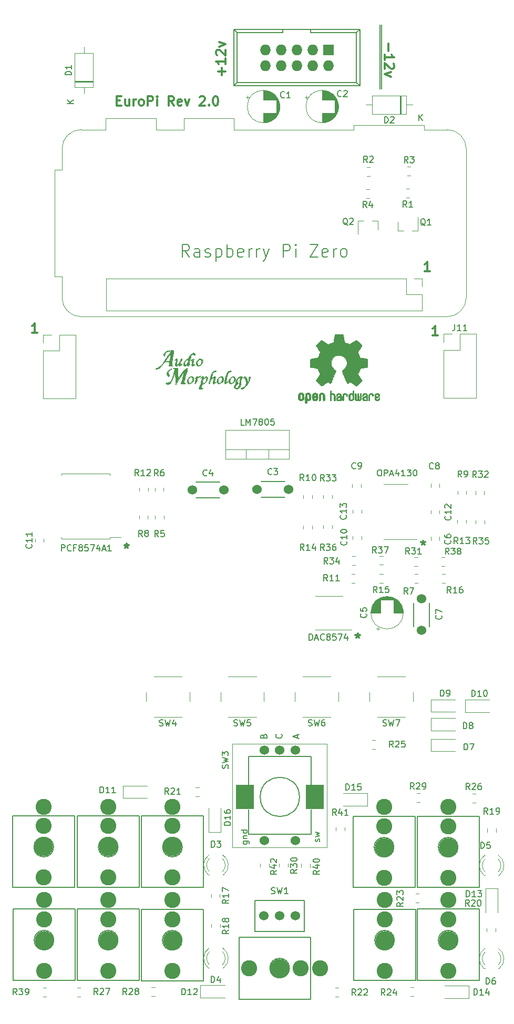
<source format=gbr>
%TF.GenerationSoftware,KiCad,Pcbnew,(5.99.0-9544-g366189b864)*%
%TF.CreationDate,2021-03-13T12:07:28+00:00*%
%TF.ProjectId,europi_main_v2,6575726f-7069-45f6-9d61-696e5f76322e,2.0*%
%TF.SameCoordinates,Original*%
%TF.FileFunction,Legend,Top*%
%TF.FilePolarity,Positive*%
%FSLAX46Y46*%
G04 Gerber Fmt 4.6, Leading zero omitted, Abs format (unit mm)*
G04 Created by KiCad (PCBNEW (5.99.0-9544-g366189b864)) date 2021-03-13 12:07:28*
%MOMM*%
%LPD*%
G01*
G04 APERTURE LIST*
%ADD10C,0.150000*%
%ADD11C,0.300000*%
%ADD12C,0.120000*%
%ADD13C,0.010000*%
%ADD14R,1.727200X1.727200*%
%ADD15O,1.727200X1.727200*%
%ADD16C,3.000000*%
%ADD17C,2.600000*%
%ADD18C,1.524000*%
%ADD19R,3.000000X4.000000*%
G04 APERTURE END LIST*
D10*
X82300000Y-20030000D02*
X82300000Y-30340000D01*
X82020000Y-20030000D02*
X82020000Y-30340000D01*
D11*
X91348571Y-70088571D02*
X90491428Y-70088571D01*
X90920000Y-70088571D02*
X90920000Y-68588571D01*
X90777142Y-68802857D01*
X90634285Y-68945714D01*
X90491428Y-69017142D01*
X56517142Y-28151428D02*
X56517142Y-27008571D01*
X57088571Y-27580000D02*
X55945714Y-27580000D01*
X57088571Y-25508571D02*
X57088571Y-26365714D01*
X57088571Y-25937142D02*
X55588571Y-25937142D01*
X55802857Y-26080000D01*
X55945714Y-26222857D01*
X56017142Y-26365714D01*
X55731428Y-24937142D02*
X55660000Y-24865714D01*
X55588571Y-24722857D01*
X55588571Y-24365714D01*
X55660000Y-24222857D01*
X55731428Y-24151428D01*
X55874285Y-24080000D01*
X56017142Y-24080000D01*
X56231428Y-24151428D01*
X57088571Y-25008571D01*
X57088571Y-24080000D01*
X56088571Y-23580000D02*
X57088571Y-23222857D01*
X56088571Y-22865714D01*
X88970000Y-103158571D02*
X88970000Y-103515714D01*
X88612857Y-103372857D02*
X88970000Y-103515714D01*
X89327142Y-103372857D01*
X88755714Y-103801428D02*
X88970000Y-103515714D01*
X89184285Y-103801428D01*
X90048571Y-59748571D02*
X89191428Y-59748571D01*
X89620000Y-59748571D02*
X89620000Y-58248571D01*
X89477142Y-58462857D01*
X89334285Y-58605714D01*
X89191428Y-58677142D01*
X39607142Y-32282857D02*
X40107142Y-32282857D01*
X40321428Y-33068571D02*
X39607142Y-33068571D01*
X39607142Y-31568571D01*
X40321428Y-31568571D01*
X41607142Y-32068571D02*
X41607142Y-33068571D01*
X40964285Y-32068571D02*
X40964285Y-32854285D01*
X41035714Y-32997142D01*
X41178571Y-33068571D01*
X41392857Y-33068571D01*
X41535714Y-32997142D01*
X41607142Y-32925714D01*
X42321428Y-33068571D02*
X42321428Y-32068571D01*
X42321428Y-32354285D02*
X42392857Y-32211428D01*
X42464285Y-32140000D01*
X42607142Y-32068571D01*
X42750000Y-32068571D01*
X43464285Y-33068571D02*
X43321428Y-32997142D01*
X43250000Y-32925714D01*
X43178571Y-32782857D01*
X43178571Y-32354285D01*
X43250000Y-32211428D01*
X43321428Y-32140000D01*
X43464285Y-32068571D01*
X43678571Y-32068571D01*
X43821428Y-32140000D01*
X43892857Y-32211428D01*
X43964285Y-32354285D01*
X43964285Y-32782857D01*
X43892857Y-32925714D01*
X43821428Y-32997142D01*
X43678571Y-33068571D01*
X43464285Y-33068571D01*
X44607142Y-33068571D02*
X44607142Y-31568571D01*
X45178571Y-31568571D01*
X45321428Y-31640000D01*
X45392857Y-31711428D01*
X45464285Y-31854285D01*
X45464285Y-32068571D01*
X45392857Y-32211428D01*
X45321428Y-32282857D01*
X45178571Y-32354285D01*
X44607142Y-32354285D01*
X46107142Y-33068571D02*
X46107142Y-32068571D01*
X46107142Y-31568571D02*
X46035714Y-31640000D01*
X46107142Y-31711428D01*
X46178571Y-31640000D01*
X46107142Y-31568571D01*
X46107142Y-31711428D01*
X48821428Y-33068571D02*
X48321428Y-32354285D01*
X47964285Y-33068571D02*
X47964285Y-31568571D01*
X48535714Y-31568571D01*
X48678571Y-31640000D01*
X48750000Y-31711428D01*
X48821428Y-31854285D01*
X48821428Y-32068571D01*
X48750000Y-32211428D01*
X48678571Y-32282857D01*
X48535714Y-32354285D01*
X47964285Y-32354285D01*
X50035714Y-32997142D02*
X49892857Y-33068571D01*
X49607142Y-33068571D01*
X49464285Y-32997142D01*
X49392857Y-32854285D01*
X49392857Y-32282857D01*
X49464285Y-32140000D01*
X49607142Y-32068571D01*
X49892857Y-32068571D01*
X50035714Y-32140000D01*
X50107142Y-32282857D01*
X50107142Y-32425714D01*
X49392857Y-32568571D01*
X50607142Y-32068571D02*
X50964285Y-33068571D01*
X51321428Y-32068571D01*
X52964285Y-31711428D02*
X53035714Y-31640000D01*
X53178571Y-31568571D01*
X53535714Y-31568571D01*
X53678571Y-31640000D01*
X53750000Y-31711428D01*
X53821428Y-31854285D01*
X53821428Y-31997142D01*
X53750000Y-32211428D01*
X52892857Y-33068571D01*
X53821428Y-33068571D01*
X54464285Y-32925714D02*
X54535714Y-32997142D01*
X54464285Y-33068571D01*
X54392857Y-32997142D01*
X54464285Y-32925714D01*
X54464285Y-33068571D01*
X55464285Y-31568571D02*
X55607142Y-31568571D01*
X55750000Y-31640000D01*
X55821428Y-31711428D01*
X55892857Y-31854285D01*
X55964285Y-32140000D01*
X55964285Y-32497142D01*
X55892857Y-32782857D01*
X55821428Y-32925714D01*
X55750000Y-32997142D01*
X55607142Y-33068571D01*
X55464285Y-33068571D01*
X55321428Y-32997142D01*
X55250000Y-32925714D01*
X55178571Y-32782857D01*
X55107142Y-32497142D01*
X55107142Y-32140000D01*
X55178571Y-31854285D01*
X55250000Y-31711428D01*
X55321428Y-31640000D01*
X55464285Y-31568571D01*
X78430000Y-118098571D02*
X78430000Y-118455714D01*
X78072857Y-118312857D02*
X78430000Y-118455714D01*
X78787142Y-118312857D01*
X78215714Y-118741428D02*
X78430000Y-118455714D01*
X78644285Y-118741428D01*
X26818571Y-69628571D02*
X25961428Y-69628571D01*
X26390000Y-69628571D02*
X26390000Y-68128571D01*
X26247142Y-68342857D01*
X26104285Y-68485714D01*
X25961428Y-68557142D01*
X41200000Y-103638571D02*
X41200000Y-103995714D01*
X40842857Y-103852857D02*
X41200000Y-103995714D01*
X41557142Y-103852857D01*
X40985714Y-104281428D02*
X41200000Y-103995714D01*
X41414285Y-104281428D01*
X83392857Y-23108571D02*
X83392857Y-24251428D01*
X82821428Y-25751428D02*
X82821428Y-24894285D01*
X82821428Y-25322857D02*
X84321428Y-25322857D01*
X84107142Y-25180000D01*
X83964285Y-25037142D01*
X83892857Y-24894285D01*
X84178571Y-26322857D02*
X84250000Y-26394285D01*
X84321428Y-26537142D01*
X84321428Y-26894285D01*
X84250000Y-27037142D01*
X84178571Y-27108571D01*
X84035714Y-27180000D01*
X83892857Y-27180000D01*
X83678571Y-27108571D01*
X82821428Y-26251428D01*
X82821428Y-27180000D01*
X83821428Y-27680000D02*
X82821428Y-28037142D01*
X83821428Y-28394285D01*
D10*
%TO.C,C1*%
X66623333Y-31737142D02*
X66575714Y-31784761D01*
X66432857Y-31832380D01*
X66337619Y-31832380D01*
X66194761Y-31784761D01*
X66099523Y-31689523D01*
X66051904Y-31594285D01*
X66004285Y-31403809D01*
X66004285Y-31260952D01*
X66051904Y-31070476D01*
X66099523Y-30975238D01*
X66194761Y-30880000D01*
X66337619Y-30832380D01*
X66432857Y-30832380D01*
X66575714Y-30880000D01*
X66623333Y-30927619D01*
X67575714Y-31832380D02*
X67004285Y-31832380D01*
X67290000Y-31832380D02*
X67290000Y-30832380D01*
X67194761Y-30975238D01*
X67099523Y-31070476D01*
X67004285Y-31118095D01*
%TO.C,C2*%
X75793333Y-31537142D02*
X75745714Y-31584761D01*
X75602857Y-31632380D01*
X75507619Y-31632380D01*
X75364761Y-31584761D01*
X75269523Y-31489523D01*
X75221904Y-31394285D01*
X75174285Y-31203809D01*
X75174285Y-31060952D01*
X75221904Y-30870476D01*
X75269523Y-30775238D01*
X75364761Y-30680000D01*
X75507619Y-30632380D01*
X75602857Y-30632380D01*
X75745714Y-30680000D01*
X75793333Y-30727619D01*
X76174285Y-30727619D02*
X76221904Y-30680000D01*
X76317142Y-30632380D01*
X76555238Y-30632380D01*
X76650476Y-30680000D01*
X76698095Y-30727619D01*
X76745714Y-30822857D01*
X76745714Y-30918095D01*
X76698095Y-31060952D01*
X76126666Y-31632380D01*
X76745714Y-31632380D01*
%TO.C,C5*%
X79767142Y-114921779D02*
X79814761Y-114969398D01*
X79862380Y-115112255D01*
X79862380Y-115207493D01*
X79814761Y-115350351D01*
X79719523Y-115445589D01*
X79624285Y-115493208D01*
X79433809Y-115540827D01*
X79290952Y-115540827D01*
X79100476Y-115493208D01*
X79005238Y-115445589D01*
X78910000Y-115350351D01*
X78862380Y-115207493D01*
X78862380Y-115112255D01*
X78910000Y-114969398D01*
X78957619Y-114921779D01*
X78862380Y-114017017D02*
X78862380Y-114493208D01*
X79338571Y-114540827D01*
X79290952Y-114493208D01*
X79243333Y-114397970D01*
X79243333Y-114159874D01*
X79290952Y-114064636D01*
X79338571Y-114017017D01*
X79433809Y-113969398D01*
X79671904Y-113969398D01*
X79767142Y-114017017D01*
X79814761Y-114064636D01*
X79862380Y-114159874D01*
X79862380Y-114397970D01*
X79814761Y-114493208D01*
X79767142Y-114540827D01*
%TO.C,C11*%
X25857142Y-103742857D02*
X25904761Y-103790476D01*
X25952380Y-103933333D01*
X25952380Y-104028571D01*
X25904761Y-104171428D01*
X25809523Y-104266666D01*
X25714285Y-104314285D01*
X25523809Y-104361904D01*
X25380952Y-104361904D01*
X25190476Y-104314285D01*
X25095238Y-104266666D01*
X25000000Y-104171428D01*
X24952380Y-104028571D01*
X24952380Y-103933333D01*
X25000000Y-103790476D01*
X25047619Y-103742857D01*
X25952380Y-102790476D02*
X25952380Y-103361904D01*
X25952380Y-103076190D02*
X24952380Y-103076190D01*
X25095238Y-103171428D01*
X25190476Y-103266666D01*
X25238095Y-103361904D01*
X25952380Y-101838095D02*
X25952380Y-102409523D01*
X25952380Y-102123809D02*
X24952380Y-102123809D01*
X25095238Y-102219047D01*
X25190476Y-102314285D01*
X25238095Y-102409523D01*
%TO.C,D1*%
X32302380Y-28118095D02*
X31302380Y-28118095D01*
X31302380Y-27880000D01*
X31350000Y-27737142D01*
X31445238Y-27641904D01*
X31540476Y-27594285D01*
X31730952Y-27546666D01*
X31873809Y-27546666D01*
X32064285Y-27594285D01*
X32159523Y-27641904D01*
X32254761Y-27737142D01*
X32302380Y-27880000D01*
X32302380Y-28118095D01*
X32302380Y-26594285D02*
X32302380Y-27165714D01*
X32302380Y-26880000D02*
X31302380Y-26880000D01*
X31445238Y-26975238D01*
X31540476Y-27070476D01*
X31588095Y-27165714D01*
X32672380Y-32721904D02*
X31672380Y-32721904D01*
X32672380Y-32150476D02*
X32100952Y-32579047D01*
X31672380Y-32150476D02*
X32243809Y-32721904D01*
%TO.C,D2*%
X82761904Y-35862380D02*
X82761904Y-34862380D01*
X83000000Y-34862380D01*
X83142857Y-34910000D01*
X83238095Y-35005238D01*
X83285714Y-35100476D01*
X83333333Y-35290952D01*
X83333333Y-35433809D01*
X83285714Y-35624285D01*
X83238095Y-35719523D01*
X83142857Y-35814761D01*
X83000000Y-35862380D01*
X82761904Y-35862380D01*
X83714285Y-34957619D02*
X83761904Y-34910000D01*
X83857142Y-34862380D01*
X84095238Y-34862380D01*
X84190476Y-34910000D01*
X84238095Y-34957619D01*
X84285714Y-35052857D01*
X84285714Y-35148095D01*
X84238095Y-35290952D01*
X83666666Y-35862380D01*
X84285714Y-35862380D01*
X88318095Y-35492380D02*
X88318095Y-34492380D01*
X88889523Y-35492380D02*
X88460952Y-34920952D01*
X88889523Y-34492380D02*
X88318095Y-35063809D01*
%TO.C,D3*%
X54851904Y-152522380D02*
X54851904Y-151522380D01*
X55090000Y-151522380D01*
X55232857Y-151570000D01*
X55328095Y-151665238D01*
X55375714Y-151760476D01*
X55423333Y-151950952D01*
X55423333Y-152093809D01*
X55375714Y-152284285D01*
X55328095Y-152379523D01*
X55232857Y-152474761D01*
X55090000Y-152522380D01*
X54851904Y-152522380D01*
X55756666Y-151522380D02*
X56375714Y-151522380D01*
X56042380Y-151903333D01*
X56185238Y-151903333D01*
X56280476Y-151950952D01*
X56328095Y-151998571D01*
X56375714Y-152093809D01*
X56375714Y-152331904D01*
X56328095Y-152427142D01*
X56280476Y-152474761D01*
X56185238Y-152522380D01*
X55899523Y-152522380D01*
X55804285Y-152474761D01*
X55756666Y-152427142D01*
%TO.C,D4*%
X54811904Y-174322380D02*
X54811904Y-173322380D01*
X55050000Y-173322380D01*
X55192857Y-173370000D01*
X55288095Y-173465238D01*
X55335714Y-173560476D01*
X55383333Y-173750952D01*
X55383333Y-173893809D01*
X55335714Y-174084285D01*
X55288095Y-174179523D01*
X55192857Y-174274761D01*
X55050000Y-174322380D01*
X54811904Y-174322380D01*
X56240476Y-173655714D02*
X56240476Y-174322380D01*
X56002380Y-173274761D02*
X55764285Y-173989047D01*
X56383333Y-173989047D01*
%TO.C,D5*%
X98261904Y-152722380D02*
X98261904Y-151722380D01*
X98500000Y-151722380D01*
X98642857Y-151770000D01*
X98738095Y-151865238D01*
X98785714Y-151960476D01*
X98833333Y-152150952D01*
X98833333Y-152293809D01*
X98785714Y-152484285D01*
X98738095Y-152579523D01*
X98642857Y-152674761D01*
X98500000Y-152722380D01*
X98261904Y-152722380D01*
X99738095Y-151722380D02*
X99261904Y-151722380D01*
X99214285Y-152198571D01*
X99261904Y-152150952D01*
X99357142Y-152103333D01*
X99595238Y-152103333D01*
X99690476Y-152150952D01*
X99738095Y-152198571D01*
X99785714Y-152293809D01*
X99785714Y-152531904D01*
X99738095Y-152627142D01*
X99690476Y-152674761D01*
X99595238Y-152722380D01*
X99357142Y-152722380D01*
X99261904Y-152674761D01*
X99214285Y-152627142D01*
%TO.C,D6*%
X99101904Y-174582380D02*
X99101904Y-173582380D01*
X99340000Y-173582380D01*
X99482857Y-173630000D01*
X99578095Y-173725238D01*
X99625714Y-173820476D01*
X99673333Y-174010952D01*
X99673333Y-174153809D01*
X99625714Y-174344285D01*
X99578095Y-174439523D01*
X99482857Y-174534761D01*
X99340000Y-174582380D01*
X99101904Y-174582380D01*
X100530476Y-173582380D02*
X100340000Y-173582380D01*
X100244761Y-173630000D01*
X100197142Y-173677619D01*
X100101904Y-173820476D01*
X100054285Y-174010952D01*
X100054285Y-174391904D01*
X100101904Y-174487142D01*
X100149523Y-174534761D01*
X100244761Y-174582380D01*
X100435238Y-174582380D01*
X100530476Y-174534761D01*
X100578095Y-174487142D01*
X100625714Y-174391904D01*
X100625714Y-174153809D01*
X100578095Y-174058571D01*
X100530476Y-174010952D01*
X100435238Y-173963333D01*
X100244761Y-173963333D01*
X100149523Y-174010952D01*
X100101904Y-174058571D01*
X100054285Y-174153809D01*
%TO.C,D7*%
X95571904Y-136842380D02*
X95571904Y-135842380D01*
X95810000Y-135842380D01*
X95952857Y-135890000D01*
X96048095Y-135985238D01*
X96095714Y-136080476D01*
X96143333Y-136270952D01*
X96143333Y-136413809D01*
X96095714Y-136604285D01*
X96048095Y-136699523D01*
X95952857Y-136794761D01*
X95810000Y-136842380D01*
X95571904Y-136842380D01*
X96476666Y-135842380D02*
X97143333Y-135842380D01*
X96714761Y-136842380D01*
%TO.C,D8*%
X95441904Y-133442380D02*
X95441904Y-132442380D01*
X95680000Y-132442380D01*
X95822857Y-132490000D01*
X95918095Y-132585238D01*
X95965714Y-132680476D01*
X96013333Y-132870952D01*
X96013333Y-133013809D01*
X95965714Y-133204285D01*
X95918095Y-133299523D01*
X95822857Y-133394761D01*
X95680000Y-133442380D01*
X95441904Y-133442380D01*
X96584761Y-132870952D02*
X96489523Y-132823333D01*
X96441904Y-132775714D01*
X96394285Y-132680476D01*
X96394285Y-132632857D01*
X96441904Y-132537619D01*
X96489523Y-132490000D01*
X96584761Y-132442380D01*
X96775238Y-132442380D01*
X96870476Y-132490000D01*
X96918095Y-132537619D01*
X96965714Y-132632857D01*
X96965714Y-132680476D01*
X96918095Y-132775714D01*
X96870476Y-132823333D01*
X96775238Y-132870952D01*
X96584761Y-132870952D01*
X96489523Y-132918571D01*
X96441904Y-132966190D01*
X96394285Y-133061428D01*
X96394285Y-133251904D01*
X96441904Y-133347142D01*
X96489523Y-133394761D01*
X96584761Y-133442380D01*
X96775238Y-133442380D01*
X96870476Y-133394761D01*
X96918095Y-133347142D01*
X96965714Y-133251904D01*
X96965714Y-133061428D01*
X96918095Y-132966190D01*
X96870476Y-132918571D01*
X96775238Y-132870952D01*
%TO.C,D9*%
X91761904Y-128202380D02*
X91761904Y-127202380D01*
X92000000Y-127202380D01*
X92142857Y-127250000D01*
X92238095Y-127345238D01*
X92285714Y-127440476D01*
X92333333Y-127630952D01*
X92333333Y-127773809D01*
X92285714Y-127964285D01*
X92238095Y-128059523D01*
X92142857Y-128154761D01*
X92000000Y-128202380D01*
X91761904Y-128202380D01*
X92809523Y-128202380D02*
X93000000Y-128202380D01*
X93095238Y-128154761D01*
X93142857Y-128107142D01*
X93238095Y-127964285D01*
X93285714Y-127773809D01*
X93285714Y-127392857D01*
X93238095Y-127297619D01*
X93190476Y-127250000D01*
X93095238Y-127202380D01*
X92904761Y-127202380D01*
X92809523Y-127250000D01*
X92761904Y-127297619D01*
X92714285Y-127392857D01*
X92714285Y-127630952D01*
X92761904Y-127726190D01*
X92809523Y-127773809D01*
X92904761Y-127821428D01*
X93095238Y-127821428D01*
X93190476Y-127773809D01*
X93238095Y-127726190D01*
X93285714Y-127630952D01*
%TO.C,D10*%
X96805714Y-128232380D02*
X96805714Y-127232380D01*
X97043809Y-127232380D01*
X97186666Y-127280000D01*
X97281904Y-127375238D01*
X97329523Y-127470476D01*
X97377142Y-127660952D01*
X97377142Y-127803809D01*
X97329523Y-127994285D01*
X97281904Y-128089523D01*
X97186666Y-128184761D01*
X97043809Y-128232380D01*
X96805714Y-128232380D01*
X98329523Y-128232380D02*
X97758095Y-128232380D01*
X98043809Y-128232380D02*
X98043809Y-127232380D01*
X97948571Y-127375238D01*
X97853333Y-127470476D01*
X97758095Y-127518095D01*
X98948571Y-127232380D02*
X99043809Y-127232380D01*
X99139047Y-127280000D01*
X99186666Y-127327619D01*
X99234285Y-127422857D01*
X99281904Y-127613333D01*
X99281904Y-127851428D01*
X99234285Y-128041904D01*
X99186666Y-128137142D01*
X99139047Y-128184761D01*
X99043809Y-128232380D01*
X98948571Y-128232380D01*
X98853333Y-128184761D01*
X98805714Y-128137142D01*
X98758095Y-128041904D01*
X98710476Y-127851428D01*
X98710476Y-127613333D01*
X98758095Y-127422857D01*
X98805714Y-127327619D01*
X98853333Y-127280000D01*
X98948571Y-127232380D01*
%TO.C,D11*%
X36925714Y-143782380D02*
X36925714Y-142782380D01*
X37163809Y-142782380D01*
X37306666Y-142830000D01*
X37401904Y-142925238D01*
X37449523Y-143020476D01*
X37497142Y-143210952D01*
X37497142Y-143353809D01*
X37449523Y-143544285D01*
X37401904Y-143639523D01*
X37306666Y-143734761D01*
X37163809Y-143782380D01*
X36925714Y-143782380D01*
X38449523Y-143782380D02*
X37878095Y-143782380D01*
X38163809Y-143782380D02*
X38163809Y-142782380D01*
X38068571Y-142925238D01*
X37973333Y-143020476D01*
X37878095Y-143068095D01*
X39401904Y-143782380D02*
X38830476Y-143782380D01*
X39116190Y-143782380D02*
X39116190Y-142782380D01*
X39020952Y-142925238D01*
X38925714Y-143020476D01*
X38830476Y-143068095D01*
%TO.C,D12*%
X50115714Y-176292380D02*
X50115714Y-175292380D01*
X50353809Y-175292380D01*
X50496666Y-175340000D01*
X50591904Y-175435238D01*
X50639523Y-175530476D01*
X50687142Y-175720952D01*
X50687142Y-175863809D01*
X50639523Y-176054285D01*
X50591904Y-176149523D01*
X50496666Y-176244761D01*
X50353809Y-176292380D01*
X50115714Y-176292380D01*
X51639523Y-176292380D02*
X51068095Y-176292380D01*
X51353809Y-176292380D02*
X51353809Y-175292380D01*
X51258571Y-175435238D01*
X51163333Y-175530476D01*
X51068095Y-175578095D01*
X52020476Y-175387619D02*
X52068095Y-175340000D01*
X52163333Y-175292380D01*
X52401428Y-175292380D01*
X52496666Y-175340000D01*
X52544285Y-175387619D01*
X52591904Y-175482857D01*
X52591904Y-175578095D01*
X52544285Y-175720952D01*
X51972857Y-176292380D01*
X52591904Y-176292380D01*
%TO.C,D13*%
X95905714Y-160512380D02*
X95905714Y-159512380D01*
X96143809Y-159512380D01*
X96286666Y-159560000D01*
X96381904Y-159655238D01*
X96429523Y-159750476D01*
X96477142Y-159940952D01*
X96477142Y-160083809D01*
X96429523Y-160274285D01*
X96381904Y-160369523D01*
X96286666Y-160464761D01*
X96143809Y-160512380D01*
X95905714Y-160512380D01*
X97429523Y-160512380D02*
X96858095Y-160512380D01*
X97143809Y-160512380D02*
X97143809Y-159512380D01*
X97048571Y-159655238D01*
X96953333Y-159750476D01*
X96858095Y-159798095D01*
X97762857Y-159512380D02*
X98381904Y-159512380D01*
X98048571Y-159893333D01*
X98191428Y-159893333D01*
X98286666Y-159940952D01*
X98334285Y-159988571D01*
X98381904Y-160083809D01*
X98381904Y-160321904D01*
X98334285Y-160417142D01*
X98286666Y-160464761D01*
X98191428Y-160512380D01*
X97905714Y-160512380D01*
X97810476Y-160464761D01*
X97762857Y-160417142D01*
%TO.C,D14*%
X97145714Y-176312380D02*
X97145714Y-175312380D01*
X97383809Y-175312380D01*
X97526666Y-175360000D01*
X97621904Y-175455238D01*
X97669523Y-175550476D01*
X97717142Y-175740952D01*
X97717142Y-175883809D01*
X97669523Y-176074285D01*
X97621904Y-176169523D01*
X97526666Y-176264761D01*
X97383809Y-176312380D01*
X97145714Y-176312380D01*
X98669523Y-176312380D02*
X98098095Y-176312380D01*
X98383809Y-176312380D02*
X98383809Y-175312380D01*
X98288571Y-175455238D01*
X98193333Y-175550476D01*
X98098095Y-175598095D01*
X99526666Y-175645714D02*
X99526666Y-176312380D01*
X99288571Y-175264761D02*
X99050476Y-175979047D01*
X99669523Y-175979047D01*
%TO.C,Pi1*%
X51289761Y-57449761D02*
X50623095Y-56497380D01*
X50146904Y-57449761D02*
X50146904Y-55449761D01*
X50908809Y-55449761D01*
X51099285Y-55545000D01*
X51194523Y-55640238D01*
X51289761Y-55830714D01*
X51289761Y-56116428D01*
X51194523Y-56306904D01*
X51099285Y-56402142D01*
X50908809Y-56497380D01*
X50146904Y-56497380D01*
X53004047Y-57449761D02*
X53004047Y-56402142D01*
X52908809Y-56211666D01*
X52718333Y-56116428D01*
X52337380Y-56116428D01*
X52146904Y-56211666D01*
X53004047Y-57354523D02*
X52813571Y-57449761D01*
X52337380Y-57449761D01*
X52146904Y-57354523D01*
X52051666Y-57164047D01*
X52051666Y-56973571D01*
X52146904Y-56783095D01*
X52337380Y-56687857D01*
X52813571Y-56687857D01*
X53004047Y-56592619D01*
X53861190Y-57354523D02*
X54051666Y-57449761D01*
X54432619Y-57449761D01*
X54623095Y-57354523D01*
X54718333Y-57164047D01*
X54718333Y-57068809D01*
X54623095Y-56878333D01*
X54432619Y-56783095D01*
X54146904Y-56783095D01*
X53956428Y-56687857D01*
X53861190Y-56497380D01*
X53861190Y-56402142D01*
X53956428Y-56211666D01*
X54146904Y-56116428D01*
X54432619Y-56116428D01*
X54623095Y-56211666D01*
X55575476Y-56116428D02*
X55575476Y-58116428D01*
X55575476Y-56211666D02*
X55765952Y-56116428D01*
X56146904Y-56116428D01*
X56337380Y-56211666D01*
X56432619Y-56306904D01*
X56527857Y-56497380D01*
X56527857Y-57068809D01*
X56432619Y-57259285D01*
X56337380Y-57354523D01*
X56146904Y-57449761D01*
X55765952Y-57449761D01*
X55575476Y-57354523D01*
X57385000Y-57449761D02*
X57385000Y-55449761D01*
X57385000Y-56211666D02*
X57575476Y-56116428D01*
X57956428Y-56116428D01*
X58146904Y-56211666D01*
X58242142Y-56306904D01*
X58337380Y-56497380D01*
X58337380Y-57068809D01*
X58242142Y-57259285D01*
X58146904Y-57354523D01*
X57956428Y-57449761D01*
X57575476Y-57449761D01*
X57385000Y-57354523D01*
X59956428Y-57354523D02*
X59765952Y-57449761D01*
X59385000Y-57449761D01*
X59194523Y-57354523D01*
X59099285Y-57164047D01*
X59099285Y-56402142D01*
X59194523Y-56211666D01*
X59385000Y-56116428D01*
X59765952Y-56116428D01*
X59956428Y-56211666D01*
X60051666Y-56402142D01*
X60051666Y-56592619D01*
X59099285Y-56783095D01*
X60908809Y-57449761D02*
X60908809Y-56116428D01*
X60908809Y-56497380D02*
X61004047Y-56306904D01*
X61099285Y-56211666D01*
X61289761Y-56116428D01*
X61480238Y-56116428D01*
X62146904Y-57449761D02*
X62146904Y-56116428D01*
X62146904Y-56497380D02*
X62242142Y-56306904D01*
X62337380Y-56211666D01*
X62527857Y-56116428D01*
X62718333Y-56116428D01*
X63194523Y-56116428D02*
X63670714Y-57449761D01*
X64146904Y-56116428D02*
X63670714Y-57449761D01*
X63480238Y-57925952D01*
X63385000Y-58021190D01*
X63194523Y-58116428D01*
X66432619Y-57449761D02*
X66432619Y-55449761D01*
X67194523Y-55449761D01*
X67385000Y-55545000D01*
X67480238Y-55640238D01*
X67575476Y-55830714D01*
X67575476Y-56116428D01*
X67480238Y-56306904D01*
X67385000Y-56402142D01*
X67194523Y-56497380D01*
X66432619Y-56497380D01*
X68432619Y-57449761D02*
X68432619Y-56116428D01*
X68432619Y-55449761D02*
X68337380Y-55545000D01*
X68432619Y-55640238D01*
X68527857Y-55545000D01*
X68432619Y-55449761D01*
X68432619Y-55640238D01*
X70718333Y-55449761D02*
X72051666Y-55449761D01*
X70718333Y-57449761D01*
X72051666Y-57449761D01*
X73575476Y-57354523D02*
X73385000Y-57449761D01*
X73004047Y-57449761D01*
X72813571Y-57354523D01*
X72718333Y-57164047D01*
X72718333Y-56402142D01*
X72813571Y-56211666D01*
X73004047Y-56116428D01*
X73385000Y-56116428D01*
X73575476Y-56211666D01*
X73670714Y-56402142D01*
X73670714Y-56592619D01*
X72718333Y-56783095D01*
X74527857Y-57449761D02*
X74527857Y-56116428D01*
X74527857Y-56497380D02*
X74623095Y-56306904D01*
X74718333Y-56211666D01*
X74908809Y-56116428D01*
X75099285Y-56116428D01*
X76051666Y-57449761D02*
X75861190Y-57354523D01*
X75765952Y-57259285D01*
X75670714Y-57068809D01*
X75670714Y-56497380D01*
X75765952Y-56306904D01*
X75861190Y-56211666D01*
X76051666Y-56116428D01*
X76337380Y-56116428D01*
X76527857Y-56211666D01*
X76623095Y-56306904D01*
X76718333Y-56497380D01*
X76718333Y-57068809D01*
X76623095Y-57259285D01*
X76527857Y-57354523D01*
X76337380Y-57449761D01*
X76051666Y-57449761D01*
%TO.C,Q1*%
X89314761Y-52417619D02*
X89219523Y-52370000D01*
X89124285Y-52274761D01*
X88981428Y-52131904D01*
X88886190Y-52084285D01*
X88790952Y-52084285D01*
X88838571Y-52322380D02*
X88743333Y-52274761D01*
X88648095Y-52179523D01*
X88600476Y-51989047D01*
X88600476Y-51655714D01*
X88648095Y-51465238D01*
X88743333Y-51370000D01*
X88838571Y-51322380D01*
X89029047Y-51322380D01*
X89124285Y-51370000D01*
X89219523Y-51465238D01*
X89267142Y-51655714D01*
X89267142Y-51989047D01*
X89219523Y-52179523D01*
X89124285Y-52274761D01*
X89029047Y-52322380D01*
X88838571Y-52322380D01*
X90219523Y-52322380D02*
X89648095Y-52322380D01*
X89933809Y-52322380D02*
X89933809Y-51322380D01*
X89838571Y-51465238D01*
X89743333Y-51560476D01*
X89648095Y-51608095D01*
%TO.C,Q2*%
X76814761Y-52317619D02*
X76719523Y-52270000D01*
X76624285Y-52174761D01*
X76481428Y-52031904D01*
X76386190Y-51984285D01*
X76290952Y-51984285D01*
X76338571Y-52222380D02*
X76243333Y-52174761D01*
X76148095Y-52079523D01*
X76100476Y-51889047D01*
X76100476Y-51555714D01*
X76148095Y-51365238D01*
X76243333Y-51270000D01*
X76338571Y-51222380D01*
X76529047Y-51222380D01*
X76624285Y-51270000D01*
X76719523Y-51365238D01*
X76767142Y-51555714D01*
X76767142Y-51889047D01*
X76719523Y-52079523D01*
X76624285Y-52174761D01*
X76529047Y-52222380D01*
X76338571Y-52222380D01*
X77148095Y-51317619D02*
X77195714Y-51270000D01*
X77290952Y-51222380D01*
X77529047Y-51222380D01*
X77624285Y-51270000D01*
X77671904Y-51317619D01*
X77719523Y-51412857D01*
X77719523Y-51508095D01*
X77671904Y-51650952D01*
X77100476Y-52222380D01*
X77719523Y-52222380D01*
%TO.C,R1*%
X86333333Y-49452380D02*
X86000000Y-48976190D01*
X85761904Y-49452380D02*
X85761904Y-48452380D01*
X86142857Y-48452380D01*
X86238095Y-48500000D01*
X86285714Y-48547619D01*
X86333333Y-48642857D01*
X86333333Y-48785714D01*
X86285714Y-48880952D01*
X86238095Y-48928571D01*
X86142857Y-48976190D01*
X85761904Y-48976190D01*
X87285714Y-49452380D02*
X86714285Y-49452380D01*
X87000000Y-49452380D02*
X87000000Y-48452380D01*
X86904761Y-48595238D01*
X86809523Y-48690476D01*
X86714285Y-48738095D01*
%TO.C,R2*%
X79993333Y-42242380D02*
X79660000Y-41766190D01*
X79421904Y-42242380D02*
X79421904Y-41242380D01*
X79802857Y-41242380D01*
X79898095Y-41290000D01*
X79945714Y-41337619D01*
X79993333Y-41432857D01*
X79993333Y-41575714D01*
X79945714Y-41670952D01*
X79898095Y-41718571D01*
X79802857Y-41766190D01*
X79421904Y-41766190D01*
X80374285Y-41337619D02*
X80421904Y-41290000D01*
X80517142Y-41242380D01*
X80755238Y-41242380D01*
X80850476Y-41290000D01*
X80898095Y-41337619D01*
X80945714Y-41432857D01*
X80945714Y-41528095D01*
X80898095Y-41670952D01*
X80326666Y-42242380D01*
X80945714Y-42242380D01*
%TO.C,R3*%
X86533333Y-42282380D02*
X86200000Y-41806190D01*
X85961904Y-42282380D02*
X85961904Y-41282380D01*
X86342857Y-41282380D01*
X86438095Y-41330000D01*
X86485714Y-41377619D01*
X86533333Y-41472857D01*
X86533333Y-41615714D01*
X86485714Y-41710952D01*
X86438095Y-41758571D01*
X86342857Y-41806190D01*
X85961904Y-41806190D01*
X86866666Y-41282380D02*
X87485714Y-41282380D01*
X87152380Y-41663333D01*
X87295238Y-41663333D01*
X87390476Y-41710952D01*
X87438095Y-41758571D01*
X87485714Y-41853809D01*
X87485714Y-42091904D01*
X87438095Y-42187142D01*
X87390476Y-42234761D01*
X87295238Y-42282380D01*
X87009523Y-42282380D01*
X86914285Y-42234761D01*
X86866666Y-42187142D01*
%TO.C,R4*%
X79893333Y-49482380D02*
X79560000Y-49006190D01*
X79321904Y-49482380D02*
X79321904Y-48482380D01*
X79702857Y-48482380D01*
X79798095Y-48530000D01*
X79845714Y-48577619D01*
X79893333Y-48672857D01*
X79893333Y-48815714D01*
X79845714Y-48910952D01*
X79798095Y-48958571D01*
X79702857Y-49006190D01*
X79321904Y-49006190D01*
X80750476Y-48815714D02*
X80750476Y-49482380D01*
X80512380Y-48434761D02*
X80274285Y-49149047D01*
X80893333Y-49149047D01*
%TO.C,R5*%
X46313333Y-102512380D02*
X45980000Y-102036190D01*
X45741904Y-102512380D02*
X45741904Y-101512380D01*
X46122857Y-101512380D01*
X46218095Y-101560000D01*
X46265714Y-101607619D01*
X46313333Y-101702857D01*
X46313333Y-101845714D01*
X46265714Y-101940952D01*
X46218095Y-101988571D01*
X46122857Y-102036190D01*
X45741904Y-102036190D01*
X47218095Y-101512380D02*
X46741904Y-101512380D01*
X46694285Y-101988571D01*
X46741904Y-101940952D01*
X46837142Y-101893333D01*
X47075238Y-101893333D01*
X47170476Y-101940952D01*
X47218095Y-101988571D01*
X47265714Y-102083809D01*
X47265714Y-102321904D01*
X47218095Y-102417142D01*
X47170476Y-102464761D01*
X47075238Y-102512380D01*
X46837142Y-102512380D01*
X46741904Y-102464761D01*
X46694285Y-102417142D01*
%TO.C,R6*%
X46273333Y-92712380D02*
X45940000Y-92236190D01*
X45701904Y-92712380D02*
X45701904Y-91712380D01*
X46082857Y-91712380D01*
X46178095Y-91760000D01*
X46225714Y-91807619D01*
X46273333Y-91902857D01*
X46273333Y-92045714D01*
X46225714Y-92140952D01*
X46178095Y-92188571D01*
X46082857Y-92236190D01*
X45701904Y-92236190D01*
X47130476Y-91712380D02*
X46940000Y-91712380D01*
X46844761Y-91760000D01*
X46797142Y-91807619D01*
X46701904Y-91950476D01*
X46654285Y-92140952D01*
X46654285Y-92521904D01*
X46701904Y-92617142D01*
X46749523Y-92664761D01*
X46844761Y-92712380D01*
X47035238Y-92712380D01*
X47130476Y-92664761D01*
X47178095Y-92617142D01*
X47225714Y-92521904D01*
X47225714Y-92283809D01*
X47178095Y-92188571D01*
X47130476Y-92140952D01*
X47035238Y-92093333D01*
X46844761Y-92093333D01*
X46749523Y-92140952D01*
X46701904Y-92188571D01*
X46654285Y-92283809D01*
%TO.C,R8*%
X43743333Y-102482380D02*
X43410000Y-102006190D01*
X43171904Y-102482380D02*
X43171904Y-101482380D01*
X43552857Y-101482380D01*
X43648095Y-101530000D01*
X43695714Y-101577619D01*
X43743333Y-101672857D01*
X43743333Y-101815714D01*
X43695714Y-101910952D01*
X43648095Y-101958571D01*
X43552857Y-102006190D01*
X43171904Y-102006190D01*
X44314761Y-101910952D02*
X44219523Y-101863333D01*
X44171904Y-101815714D01*
X44124285Y-101720476D01*
X44124285Y-101672857D01*
X44171904Y-101577619D01*
X44219523Y-101530000D01*
X44314761Y-101482380D01*
X44505238Y-101482380D01*
X44600476Y-101530000D01*
X44648095Y-101577619D01*
X44695714Y-101672857D01*
X44695714Y-101720476D01*
X44648095Y-101815714D01*
X44600476Y-101863333D01*
X44505238Y-101910952D01*
X44314761Y-101910952D01*
X44219523Y-101958571D01*
X44171904Y-102006190D01*
X44124285Y-102101428D01*
X44124285Y-102291904D01*
X44171904Y-102387142D01*
X44219523Y-102434761D01*
X44314761Y-102482380D01*
X44505238Y-102482380D01*
X44600476Y-102434761D01*
X44648095Y-102387142D01*
X44695714Y-102291904D01*
X44695714Y-102101428D01*
X44648095Y-102006190D01*
X44600476Y-101958571D01*
X44505238Y-101910952D01*
%TO.C,R12*%
X43137142Y-92672380D02*
X42803809Y-92196190D01*
X42565714Y-92672380D02*
X42565714Y-91672380D01*
X42946666Y-91672380D01*
X43041904Y-91720000D01*
X43089523Y-91767619D01*
X43137142Y-91862857D01*
X43137142Y-92005714D01*
X43089523Y-92100952D01*
X43041904Y-92148571D01*
X42946666Y-92196190D01*
X42565714Y-92196190D01*
X44089523Y-92672380D02*
X43518095Y-92672380D01*
X43803809Y-92672380D02*
X43803809Y-91672380D01*
X43708571Y-91815238D01*
X43613333Y-91910476D01*
X43518095Y-91958095D01*
X44470476Y-91767619D02*
X44518095Y-91720000D01*
X44613333Y-91672380D01*
X44851428Y-91672380D01*
X44946666Y-91720000D01*
X44994285Y-91767619D01*
X45041904Y-91862857D01*
X45041904Y-91958095D01*
X44994285Y-92100952D01*
X44422857Y-92672380D01*
X45041904Y-92672380D01*
%TO.C,R17*%
X57612380Y-160982857D02*
X57136190Y-161316190D01*
X57612380Y-161554285D02*
X56612380Y-161554285D01*
X56612380Y-161173333D01*
X56660000Y-161078095D01*
X56707619Y-161030476D01*
X56802857Y-160982857D01*
X56945714Y-160982857D01*
X57040952Y-161030476D01*
X57088571Y-161078095D01*
X57136190Y-161173333D01*
X57136190Y-161554285D01*
X57612380Y-160030476D02*
X57612380Y-160601904D01*
X57612380Y-160316190D02*
X56612380Y-160316190D01*
X56755238Y-160411428D01*
X56850476Y-160506666D01*
X56898095Y-160601904D01*
X56612380Y-159697142D02*
X56612380Y-159030476D01*
X57612380Y-159459047D01*
%TO.C,R18*%
X57652380Y-165882857D02*
X57176190Y-166216190D01*
X57652380Y-166454285D02*
X56652380Y-166454285D01*
X56652380Y-166073333D01*
X56700000Y-165978095D01*
X56747619Y-165930476D01*
X56842857Y-165882857D01*
X56985714Y-165882857D01*
X57080952Y-165930476D01*
X57128571Y-165978095D01*
X57176190Y-166073333D01*
X57176190Y-166454285D01*
X57652380Y-164930476D02*
X57652380Y-165501904D01*
X57652380Y-165216190D02*
X56652380Y-165216190D01*
X56795238Y-165311428D01*
X56890476Y-165406666D01*
X56938095Y-165501904D01*
X57080952Y-164359047D02*
X57033333Y-164454285D01*
X56985714Y-164501904D01*
X56890476Y-164549523D01*
X56842857Y-164549523D01*
X56747619Y-164501904D01*
X56700000Y-164454285D01*
X56652380Y-164359047D01*
X56652380Y-164168571D01*
X56700000Y-164073333D01*
X56747619Y-164025714D01*
X56842857Y-163978095D01*
X56890476Y-163978095D01*
X56985714Y-164025714D01*
X57033333Y-164073333D01*
X57080952Y-164168571D01*
X57080952Y-164359047D01*
X57128571Y-164454285D01*
X57176190Y-164501904D01*
X57271428Y-164549523D01*
X57461904Y-164549523D01*
X57557142Y-164501904D01*
X57604761Y-164454285D01*
X57652380Y-164359047D01*
X57652380Y-164168571D01*
X57604761Y-164073333D01*
X57557142Y-164025714D01*
X57461904Y-163978095D01*
X57271428Y-163978095D01*
X57176190Y-164025714D01*
X57128571Y-164073333D01*
X57080952Y-164168571D01*
%TO.C,R19*%
X99367142Y-147192380D02*
X99033809Y-146716190D01*
X98795714Y-147192380D02*
X98795714Y-146192380D01*
X99176666Y-146192380D01*
X99271904Y-146240000D01*
X99319523Y-146287619D01*
X99367142Y-146382857D01*
X99367142Y-146525714D01*
X99319523Y-146620952D01*
X99271904Y-146668571D01*
X99176666Y-146716190D01*
X98795714Y-146716190D01*
X100319523Y-147192380D02*
X99748095Y-147192380D01*
X100033809Y-147192380D02*
X100033809Y-146192380D01*
X99938571Y-146335238D01*
X99843333Y-146430476D01*
X99748095Y-146478095D01*
X100795714Y-147192380D02*
X100986190Y-147192380D01*
X101081428Y-147144761D01*
X101129047Y-147097142D01*
X101224285Y-146954285D01*
X101271904Y-146763809D01*
X101271904Y-146382857D01*
X101224285Y-146287619D01*
X101176666Y-146240000D01*
X101081428Y-146192380D01*
X100890952Y-146192380D01*
X100795714Y-146240000D01*
X100748095Y-146287619D01*
X100700476Y-146382857D01*
X100700476Y-146620952D01*
X100748095Y-146716190D01*
X100795714Y-146763809D01*
X100890952Y-146811428D01*
X101081428Y-146811428D01*
X101176666Y-146763809D01*
X101224285Y-146716190D01*
X101271904Y-146620952D01*
%TO.C,R20*%
X96377142Y-162012380D02*
X96043809Y-161536190D01*
X95805714Y-162012380D02*
X95805714Y-161012380D01*
X96186666Y-161012380D01*
X96281904Y-161060000D01*
X96329523Y-161107619D01*
X96377142Y-161202857D01*
X96377142Y-161345714D01*
X96329523Y-161440952D01*
X96281904Y-161488571D01*
X96186666Y-161536190D01*
X95805714Y-161536190D01*
X96758095Y-161107619D02*
X96805714Y-161060000D01*
X96900952Y-161012380D01*
X97139047Y-161012380D01*
X97234285Y-161060000D01*
X97281904Y-161107619D01*
X97329523Y-161202857D01*
X97329523Y-161298095D01*
X97281904Y-161440952D01*
X96710476Y-162012380D01*
X97329523Y-162012380D01*
X97948571Y-161012380D02*
X98043809Y-161012380D01*
X98139047Y-161060000D01*
X98186666Y-161107619D01*
X98234285Y-161202857D01*
X98281904Y-161393333D01*
X98281904Y-161631428D01*
X98234285Y-161821904D01*
X98186666Y-161917142D01*
X98139047Y-161964761D01*
X98043809Y-162012380D01*
X97948571Y-162012380D01*
X97853333Y-161964761D01*
X97805714Y-161917142D01*
X97758095Y-161821904D01*
X97710476Y-161631428D01*
X97710476Y-161393333D01*
X97758095Y-161202857D01*
X97805714Y-161107619D01*
X97853333Y-161060000D01*
X97948571Y-161012380D01*
%TO.C,R21*%
X47977142Y-144012380D02*
X47643809Y-143536190D01*
X47405714Y-144012380D02*
X47405714Y-143012380D01*
X47786666Y-143012380D01*
X47881904Y-143060000D01*
X47929523Y-143107619D01*
X47977142Y-143202857D01*
X47977142Y-143345714D01*
X47929523Y-143440952D01*
X47881904Y-143488571D01*
X47786666Y-143536190D01*
X47405714Y-143536190D01*
X48358095Y-143107619D02*
X48405714Y-143060000D01*
X48500952Y-143012380D01*
X48739047Y-143012380D01*
X48834285Y-143060000D01*
X48881904Y-143107619D01*
X48929523Y-143202857D01*
X48929523Y-143298095D01*
X48881904Y-143440952D01*
X48310476Y-144012380D01*
X48929523Y-144012380D01*
X49881904Y-144012380D02*
X49310476Y-144012380D01*
X49596190Y-144012380D02*
X49596190Y-143012380D01*
X49500952Y-143155238D01*
X49405714Y-143250476D01*
X49310476Y-143298095D01*
%TO.C,R22*%
X78087142Y-176372380D02*
X77753809Y-175896190D01*
X77515714Y-176372380D02*
X77515714Y-175372380D01*
X77896666Y-175372380D01*
X77991904Y-175420000D01*
X78039523Y-175467619D01*
X78087142Y-175562857D01*
X78087142Y-175705714D01*
X78039523Y-175800952D01*
X77991904Y-175848571D01*
X77896666Y-175896190D01*
X77515714Y-175896190D01*
X78468095Y-175467619D02*
X78515714Y-175420000D01*
X78610952Y-175372380D01*
X78849047Y-175372380D01*
X78944285Y-175420000D01*
X78991904Y-175467619D01*
X79039523Y-175562857D01*
X79039523Y-175658095D01*
X78991904Y-175800952D01*
X78420476Y-176372380D01*
X79039523Y-176372380D01*
X79420476Y-175467619D02*
X79468095Y-175420000D01*
X79563333Y-175372380D01*
X79801428Y-175372380D01*
X79896666Y-175420000D01*
X79944285Y-175467619D01*
X79991904Y-175562857D01*
X79991904Y-175658095D01*
X79944285Y-175800952D01*
X79372857Y-176372380D01*
X79991904Y-176372380D01*
%TO.C,R23*%
X85752380Y-161442857D02*
X85276190Y-161776190D01*
X85752380Y-162014285D02*
X84752380Y-162014285D01*
X84752380Y-161633333D01*
X84800000Y-161538095D01*
X84847619Y-161490476D01*
X84942857Y-161442857D01*
X85085714Y-161442857D01*
X85180952Y-161490476D01*
X85228571Y-161538095D01*
X85276190Y-161633333D01*
X85276190Y-162014285D01*
X84847619Y-161061904D02*
X84800000Y-161014285D01*
X84752380Y-160919047D01*
X84752380Y-160680952D01*
X84800000Y-160585714D01*
X84847619Y-160538095D01*
X84942857Y-160490476D01*
X85038095Y-160490476D01*
X85180952Y-160538095D01*
X85752380Y-161109523D01*
X85752380Y-160490476D01*
X84752380Y-160157142D02*
X84752380Y-159538095D01*
X85133333Y-159871428D01*
X85133333Y-159728571D01*
X85180952Y-159633333D01*
X85228571Y-159585714D01*
X85323809Y-159538095D01*
X85561904Y-159538095D01*
X85657142Y-159585714D01*
X85704761Y-159633333D01*
X85752380Y-159728571D01*
X85752380Y-160014285D01*
X85704761Y-160109523D01*
X85657142Y-160157142D01*
%TO.C,R24*%
X82807142Y-176372380D02*
X82473809Y-175896190D01*
X82235714Y-176372380D02*
X82235714Y-175372380D01*
X82616666Y-175372380D01*
X82711904Y-175420000D01*
X82759523Y-175467619D01*
X82807142Y-175562857D01*
X82807142Y-175705714D01*
X82759523Y-175800952D01*
X82711904Y-175848571D01*
X82616666Y-175896190D01*
X82235714Y-175896190D01*
X83188095Y-175467619D02*
X83235714Y-175420000D01*
X83330952Y-175372380D01*
X83569047Y-175372380D01*
X83664285Y-175420000D01*
X83711904Y-175467619D01*
X83759523Y-175562857D01*
X83759523Y-175658095D01*
X83711904Y-175800952D01*
X83140476Y-176372380D01*
X83759523Y-176372380D01*
X84616666Y-175705714D02*
X84616666Y-176372380D01*
X84378571Y-175324761D02*
X84140476Y-176039047D01*
X84759523Y-176039047D01*
%TO.C,R25*%
X84147142Y-136422380D02*
X83813809Y-135946190D01*
X83575714Y-136422380D02*
X83575714Y-135422380D01*
X83956666Y-135422380D01*
X84051904Y-135470000D01*
X84099523Y-135517619D01*
X84147142Y-135612857D01*
X84147142Y-135755714D01*
X84099523Y-135850952D01*
X84051904Y-135898571D01*
X83956666Y-135946190D01*
X83575714Y-135946190D01*
X84528095Y-135517619D02*
X84575714Y-135470000D01*
X84670952Y-135422380D01*
X84909047Y-135422380D01*
X85004285Y-135470000D01*
X85051904Y-135517619D01*
X85099523Y-135612857D01*
X85099523Y-135708095D01*
X85051904Y-135850952D01*
X84480476Y-136422380D01*
X85099523Y-136422380D01*
X86004285Y-135422380D02*
X85528095Y-135422380D01*
X85480476Y-135898571D01*
X85528095Y-135850952D01*
X85623333Y-135803333D01*
X85861428Y-135803333D01*
X85956666Y-135850952D01*
X86004285Y-135898571D01*
X86051904Y-135993809D01*
X86051904Y-136231904D01*
X86004285Y-136327142D01*
X85956666Y-136374761D01*
X85861428Y-136422380D01*
X85623333Y-136422380D01*
X85528095Y-136374761D01*
X85480476Y-136327142D01*
%TO.C,R26*%
X96467142Y-143252380D02*
X96133809Y-142776190D01*
X95895714Y-143252380D02*
X95895714Y-142252380D01*
X96276666Y-142252380D01*
X96371904Y-142300000D01*
X96419523Y-142347619D01*
X96467142Y-142442857D01*
X96467142Y-142585714D01*
X96419523Y-142680952D01*
X96371904Y-142728571D01*
X96276666Y-142776190D01*
X95895714Y-142776190D01*
X96848095Y-142347619D02*
X96895714Y-142300000D01*
X96990952Y-142252380D01*
X97229047Y-142252380D01*
X97324285Y-142300000D01*
X97371904Y-142347619D01*
X97419523Y-142442857D01*
X97419523Y-142538095D01*
X97371904Y-142680952D01*
X96800476Y-143252380D01*
X97419523Y-143252380D01*
X98276666Y-142252380D02*
X98086190Y-142252380D01*
X97990952Y-142300000D01*
X97943333Y-142347619D01*
X97848095Y-142490476D01*
X97800476Y-142680952D01*
X97800476Y-143061904D01*
X97848095Y-143157142D01*
X97895714Y-143204761D01*
X97990952Y-143252380D01*
X98181428Y-143252380D01*
X98276666Y-143204761D01*
X98324285Y-143157142D01*
X98371904Y-143061904D01*
X98371904Y-142823809D01*
X98324285Y-142728571D01*
X98276666Y-142680952D01*
X98181428Y-142633333D01*
X97990952Y-142633333D01*
X97895714Y-142680952D01*
X97848095Y-142728571D01*
X97800476Y-142823809D01*
%TO.C,R27*%
X36572142Y-176242380D02*
X36238809Y-175766190D01*
X36000714Y-176242380D02*
X36000714Y-175242380D01*
X36381666Y-175242380D01*
X36476904Y-175290000D01*
X36524523Y-175337619D01*
X36572142Y-175432857D01*
X36572142Y-175575714D01*
X36524523Y-175670952D01*
X36476904Y-175718571D01*
X36381666Y-175766190D01*
X36000714Y-175766190D01*
X36953095Y-175337619D02*
X37000714Y-175290000D01*
X37095952Y-175242380D01*
X37334047Y-175242380D01*
X37429285Y-175290000D01*
X37476904Y-175337619D01*
X37524523Y-175432857D01*
X37524523Y-175528095D01*
X37476904Y-175670952D01*
X36905476Y-176242380D01*
X37524523Y-176242380D01*
X37857857Y-175242380D02*
X38524523Y-175242380D01*
X38095952Y-176242380D01*
%TO.C,R28*%
X41217142Y-176242380D02*
X40883809Y-175766190D01*
X40645714Y-176242380D02*
X40645714Y-175242380D01*
X41026666Y-175242380D01*
X41121904Y-175290000D01*
X41169523Y-175337619D01*
X41217142Y-175432857D01*
X41217142Y-175575714D01*
X41169523Y-175670952D01*
X41121904Y-175718571D01*
X41026666Y-175766190D01*
X40645714Y-175766190D01*
X41598095Y-175337619D02*
X41645714Y-175290000D01*
X41740952Y-175242380D01*
X41979047Y-175242380D01*
X42074285Y-175290000D01*
X42121904Y-175337619D01*
X42169523Y-175432857D01*
X42169523Y-175528095D01*
X42121904Y-175670952D01*
X41550476Y-176242380D01*
X42169523Y-176242380D01*
X42740952Y-175670952D02*
X42645714Y-175623333D01*
X42598095Y-175575714D01*
X42550476Y-175480476D01*
X42550476Y-175432857D01*
X42598095Y-175337619D01*
X42645714Y-175290000D01*
X42740952Y-175242380D01*
X42931428Y-175242380D01*
X43026666Y-175290000D01*
X43074285Y-175337619D01*
X43121904Y-175432857D01*
X43121904Y-175480476D01*
X43074285Y-175575714D01*
X43026666Y-175623333D01*
X42931428Y-175670952D01*
X42740952Y-175670952D01*
X42645714Y-175718571D01*
X42598095Y-175766190D01*
X42550476Y-175861428D01*
X42550476Y-176051904D01*
X42598095Y-176147142D01*
X42645714Y-176194761D01*
X42740952Y-176242380D01*
X42931428Y-176242380D01*
X43026666Y-176194761D01*
X43074285Y-176147142D01*
X43121904Y-176051904D01*
X43121904Y-175861428D01*
X43074285Y-175766190D01*
X43026666Y-175718571D01*
X42931428Y-175670952D01*
%TO.C,R29*%
X87497142Y-143182380D02*
X87163809Y-142706190D01*
X86925714Y-143182380D02*
X86925714Y-142182380D01*
X87306666Y-142182380D01*
X87401904Y-142230000D01*
X87449523Y-142277619D01*
X87497142Y-142372857D01*
X87497142Y-142515714D01*
X87449523Y-142610952D01*
X87401904Y-142658571D01*
X87306666Y-142706190D01*
X86925714Y-142706190D01*
X87878095Y-142277619D02*
X87925714Y-142230000D01*
X88020952Y-142182380D01*
X88259047Y-142182380D01*
X88354285Y-142230000D01*
X88401904Y-142277619D01*
X88449523Y-142372857D01*
X88449523Y-142468095D01*
X88401904Y-142610952D01*
X87830476Y-143182380D01*
X88449523Y-143182380D01*
X88925714Y-143182380D02*
X89116190Y-143182380D01*
X89211428Y-143134761D01*
X89259047Y-143087142D01*
X89354285Y-142944285D01*
X89401904Y-142753809D01*
X89401904Y-142372857D01*
X89354285Y-142277619D01*
X89306666Y-142230000D01*
X89211428Y-142182380D01*
X89020952Y-142182380D01*
X88925714Y-142230000D01*
X88878095Y-142277619D01*
X88830476Y-142372857D01*
X88830476Y-142610952D01*
X88878095Y-142706190D01*
X88925714Y-142753809D01*
X89020952Y-142801428D01*
X89211428Y-142801428D01*
X89306666Y-142753809D01*
X89354285Y-142706190D01*
X89401904Y-142610952D01*
%TO.C,R30*%
X68642380Y-156122857D02*
X68166190Y-156456190D01*
X68642380Y-156694285D02*
X67642380Y-156694285D01*
X67642380Y-156313333D01*
X67690000Y-156218095D01*
X67737619Y-156170476D01*
X67832857Y-156122857D01*
X67975714Y-156122857D01*
X68070952Y-156170476D01*
X68118571Y-156218095D01*
X68166190Y-156313333D01*
X68166190Y-156694285D01*
X67642380Y-155789523D02*
X67642380Y-155170476D01*
X68023333Y-155503809D01*
X68023333Y-155360952D01*
X68070952Y-155265714D01*
X68118571Y-155218095D01*
X68213809Y-155170476D01*
X68451904Y-155170476D01*
X68547142Y-155218095D01*
X68594761Y-155265714D01*
X68642380Y-155360952D01*
X68642380Y-155646666D01*
X68594761Y-155741904D01*
X68547142Y-155789523D01*
X67642380Y-154551428D02*
X67642380Y-154456190D01*
X67690000Y-154360952D01*
X67737619Y-154313333D01*
X67832857Y-154265714D01*
X68023333Y-154218095D01*
X68261428Y-154218095D01*
X68451904Y-154265714D01*
X68547142Y-154313333D01*
X68594761Y-154360952D01*
X68642380Y-154456190D01*
X68642380Y-154551428D01*
X68594761Y-154646666D01*
X68547142Y-154694285D01*
X68451904Y-154741904D01*
X68261428Y-154789523D01*
X68023333Y-154789523D01*
X67832857Y-154741904D01*
X67737619Y-154694285D01*
X67690000Y-154646666D01*
X67642380Y-154551428D01*
%TO.C,SW1*%
X64526666Y-159984761D02*
X64669523Y-160032380D01*
X64907619Y-160032380D01*
X65002857Y-159984761D01*
X65050476Y-159937142D01*
X65098095Y-159841904D01*
X65098095Y-159746666D01*
X65050476Y-159651428D01*
X65002857Y-159603809D01*
X64907619Y-159556190D01*
X64717142Y-159508571D01*
X64621904Y-159460952D01*
X64574285Y-159413333D01*
X64526666Y-159318095D01*
X64526666Y-159222857D01*
X64574285Y-159127619D01*
X64621904Y-159080000D01*
X64717142Y-159032380D01*
X64955238Y-159032380D01*
X65098095Y-159080000D01*
X65431428Y-159032380D02*
X65669523Y-160032380D01*
X65860000Y-159318095D01*
X66050476Y-160032380D01*
X66288571Y-159032380D01*
X67193333Y-160032380D02*
X66621904Y-160032380D01*
X66907619Y-160032380D02*
X66907619Y-159032380D01*
X66812380Y-159175238D01*
X66717142Y-159270476D01*
X66621904Y-159318095D01*
%TO.C,SW3*%
X57534761Y-139823333D02*
X57582380Y-139680476D01*
X57582380Y-139442380D01*
X57534761Y-139347142D01*
X57487142Y-139299523D01*
X57391904Y-139251904D01*
X57296666Y-139251904D01*
X57201428Y-139299523D01*
X57153809Y-139347142D01*
X57106190Y-139442380D01*
X57058571Y-139632857D01*
X57010952Y-139728095D01*
X56963333Y-139775714D01*
X56868095Y-139823333D01*
X56772857Y-139823333D01*
X56677619Y-139775714D01*
X56630000Y-139728095D01*
X56582380Y-139632857D01*
X56582380Y-139394761D01*
X56630000Y-139251904D01*
X56582380Y-138918571D02*
X57582380Y-138680476D01*
X56868095Y-138490000D01*
X57582380Y-138299523D01*
X56582380Y-138061428D01*
X56582380Y-137775714D02*
X56582380Y-137156666D01*
X56963333Y-137490000D01*
X56963333Y-137347142D01*
X57010952Y-137251904D01*
X57058571Y-137204285D01*
X57153809Y-137156666D01*
X57391904Y-137156666D01*
X57487142Y-137204285D01*
X57534761Y-137251904D01*
X57582380Y-137347142D01*
X57582380Y-137632857D01*
X57534761Y-137728095D01*
X57487142Y-137775714D01*
X68691666Y-134893095D02*
X68691666Y-134416904D01*
X68977380Y-134988333D02*
X67977380Y-134655000D01*
X68977380Y-134321666D01*
X63273571Y-134623571D02*
X63321190Y-134480714D01*
X63368809Y-134433095D01*
X63464047Y-134385476D01*
X63606904Y-134385476D01*
X63702142Y-134433095D01*
X63749761Y-134480714D01*
X63797380Y-134575952D01*
X63797380Y-134956904D01*
X62797380Y-134956904D01*
X62797380Y-134623571D01*
X62845000Y-134528333D01*
X62892619Y-134480714D01*
X62987857Y-134433095D01*
X63083095Y-134433095D01*
X63178333Y-134480714D01*
X63225952Y-134528333D01*
X63273571Y-134623571D01*
X63273571Y-134956904D01*
X59970714Y-151575476D02*
X60780238Y-151575476D01*
X60875476Y-151623095D01*
X60923095Y-151670714D01*
X60970714Y-151765952D01*
X60970714Y-151908809D01*
X60923095Y-152004047D01*
X60589761Y-151575476D02*
X60637380Y-151670714D01*
X60637380Y-151861190D01*
X60589761Y-151956428D01*
X60542142Y-152004047D01*
X60446904Y-152051666D01*
X60161190Y-152051666D01*
X60065952Y-152004047D01*
X60018333Y-151956428D01*
X59970714Y-151861190D01*
X59970714Y-151670714D01*
X60018333Y-151575476D01*
X59970714Y-151099285D02*
X60637380Y-151099285D01*
X60065952Y-151099285D02*
X60018333Y-151051666D01*
X59970714Y-150956428D01*
X59970714Y-150813571D01*
X60018333Y-150718333D01*
X60113571Y-150670714D01*
X60637380Y-150670714D01*
X60637380Y-149765952D02*
X59637380Y-149765952D01*
X60589761Y-149765952D02*
X60637380Y-149861190D01*
X60637380Y-150051666D01*
X60589761Y-150146904D01*
X60542142Y-150194523D01*
X60446904Y-150242142D01*
X60161190Y-150242142D01*
X60065952Y-150194523D01*
X60018333Y-150146904D01*
X59970714Y-150051666D01*
X59970714Y-149861190D01*
X60018333Y-149765952D01*
X72239761Y-151623095D02*
X72287380Y-151527857D01*
X72287380Y-151337380D01*
X72239761Y-151242142D01*
X72144523Y-151194523D01*
X72096904Y-151194523D01*
X72001666Y-151242142D01*
X71954047Y-151337380D01*
X71954047Y-151480238D01*
X71906428Y-151575476D01*
X71811190Y-151623095D01*
X71763571Y-151623095D01*
X71668333Y-151575476D01*
X71620714Y-151480238D01*
X71620714Y-151337380D01*
X71668333Y-151242142D01*
X71620714Y-150861190D02*
X72287380Y-150670714D01*
X71811190Y-150480238D01*
X72287380Y-150289761D01*
X71620714Y-150099285D01*
X66142142Y-134345476D02*
X66189761Y-134393095D01*
X66237380Y-134535952D01*
X66237380Y-134631190D01*
X66189761Y-134774047D01*
X66094523Y-134869285D01*
X65999285Y-134916904D01*
X65808809Y-134964523D01*
X65665952Y-134964523D01*
X65475476Y-134916904D01*
X65380238Y-134869285D01*
X65285000Y-134774047D01*
X65237380Y-134631190D01*
X65237380Y-134535952D01*
X65285000Y-134393095D01*
X65332619Y-134345476D01*
%TO.C,SW4*%
X46496666Y-132954761D02*
X46639523Y-133002380D01*
X46877619Y-133002380D01*
X46972857Y-132954761D01*
X47020476Y-132907142D01*
X47068095Y-132811904D01*
X47068095Y-132716666D01*
X47020476Y-132621428D01*
X46972857Y-132573809D01*
X46877619Y-132526190D01*
X46687142Y-132478571D01*
X46591904Y-132430952D01*
X46544285Y-132383333D01*
X46496666Y-132288095D01*
X46496666Y-132192857D01*
X46544285Y-132097619D01*
X46591904Y-132050000D01*
X46687142Y-132002380D01*
X46925238Y-132002380D01*
X47068095Y-132050000D01*
X47401428Y-132002380D02*
X47639523Y-133002380D01*
X47830000Y-132288095D01*
X48020476Y-133002380D01*
X48258571Y-132002380D01*
X49068095Y-132335714D02*
X49068095Y-133002380D01*
X48830000Y-131954761D02*
X48591904Y-132669047D01*
X49210952Y-132669047D01*
%TO.C,SW5*%
X58496666Y-132954761D02*
X58639523Y-133002380D01*
X58877619Y-133002380D01*
X58972857Y-132954761D01*
X59020476Y-132907142D01*
X59068095Y-132811904D01*
X59068095Y-132716666D01*
X59020476Y-132621428D01*
X58972857Y-132573809D01*
X58877619Y-132526190D01*
X58687142Y-132478571D01*
X58591904Y-132430952D01*
X58544285Y-132383333D01*
X58496666Y-132288095D01*
X58496666Y-132192857D01*
X58544285Y-132097619D01*
X58591904Y-132050000D01*
X58687142Y-132002380D01*
X58925238Y-132002380D01*
X59068095Y-132050000D01*
X59401428Y-132002380D02*
X59639523Y-133002380D01*
X59830000Y-132288095D01*
X60020476Y-133002380D01*
X60258571Y-132002380D01*
X61115714Y-132002380D02*
X60639523Y-132002380D01*
X60591904Y-132478571D01*
X60639523Y-132430952D01*
X60734761Y-132383333D01*
X60972857Y-132383333D01*
X61068095Y-132430952D01*
X61115714Y-132478571D01*
X61163333Y-132573809D01*
X61163333Y-132811904D01*
X61115714Y-132907142D01*
X61068095Y-132954761D01*
X60972857Y-133002380D01*
X60734761Y-133002380D01*
X60639523Y-132954761D01*
X60591904Y-132907142D01*
%TO.C,SW6*%
X70496666Y-132954761D02*
X70639523Y-133002380D01*
X70877619Y-133002380D01*
X70972857Y-132954761D01*
X71020476Y-132907142D01*
X71068095Y-132811904D01*
X71068095Y-132716666D01*
X71020476Y-132621428D01*
X70972857Y-132573809D01*
X70877619Y-132526190D01*
X70687142Y-132478571D01*
X70591904Y-132430952D01*
X70544285Y-132383333D01*
X70496666Y-132288095D01*
X70496666Y-132192857D01*
X70544285Y-132097619D01*
X70591904Y-132050000D01*
X70687142Y-132002380D01*
X70925238Y-132002380D01*
X71068095Y-132050000D01*
X71401428Y-132002380D02*
X71639523Y-133002380D01*
X71830000Y-132288095D01*
X72020476Y-133002380D01*
X72258571Y-132002380D01*
X73068095Y-132002380D02*
X72877619Y-132002380D01*
X72782380Y-132050000D01*
X72734761Y-132097619D01*
X72639523Y-132240476D01*
X72591904Y-132430952D01*
X72591904Y-132811904D01*
X72639523Y-132907142D01*
X72687142Y-132954761D01*
X72782380Y-133002380D01*
X72972857Y-133002380D01*
X73068095Y-132954761D01*
X73115714Y-132907142D01*
X73163333Y-132811904D01*
X73163333Y-132573809D01*
X73115714Y-132478571D01*
X73068095Y-132430952D01*
X72972857Y-132383333D01*
X72782380Y-132383333D01*
X72687142Y-132430952D01*
X72639523Y-132478571D01*
X72591904Y-132573809D01*
%TO.C,SW7*%
X82496666Y-132954761D02*
X82639523Y-133002380D01*
X82877619Y-133002380D01*
X82972857Y-132954761D01*
X83020476Y-132907142D01*
X83068095Y-132811904D01*
X83068095Y-132716666D01*
X83020476Y-132621428D01*
X82972857Y-132573809D01*
X82877619Y-132526190D01*
X82687142Y-132478571D01*
X82591904Y-132430952D01*
X82544285Y-132383333D01*
X82496666Y-132288095D01*
X82496666Y-132192857D01*
X82544285Y-132097619D01*
X82591904Y-132050000D01*
X82687142Y-132002380D01*
X82925238Y-132002380D01*
X83068095Y-132050000D01*
X83401428Y-132002380D02*
X83639523Y-133002380D01*
X83830000Y-132288095D01*
X84020476Y-133002380D01*
X84258571Y-132002380D01*
X84544285Y-132002380D02*
X85210952Y-132002380D01*
X84782380Y-133002380D01*
%TO.C,PCF8574A1*%
X30690000Y-104812380D02*
X30690000Y-103812380D01*
X31070952Y-103812380D01*
X31166190Y-103860000D01*
X31213809Y-103907619D01*
X31261428Y-104002857D01*
X31261428Y-104145714D01*
X31213809Y-104240952D01*
X31166190Y-104288571D01*
X31070952Y-104336190D01*
X30690000Y-104336190D01*
X32261428Y-104717142D02*
X32213809Y-104764761D01*
X32070952Y-104812380D01*
X31975714Y-104812380D01*
X31832857Y-104764761D01*
X31737619Y-104669523D01*
X31690000Y-104574285D01*
X31642380Y-104383809D01*
X31642380Y-104240952D01*
X31690000Y-104050476D01*
X31737619Y-103955238D01*
X31832857Y-103860000D01*
X31975714Y-103812380D01*
X32070952Y-103812380D01*
X32213809Y-103860000D01*
X32261428Y-103907619D01*
X33023333Y-104288571D02*
X32690000Y-104288571D01*
X32690000Y-104812380D02*
X32690000Y-103812380D01*
X33166190Y-103812380D01*
X33690000Y-104240952D02*
X33594761Y-104193333D01*
X33547142Y-104145714D01*
X33499523Y-104050476D01*
X33499523Y-104002857D01*
X33547142Y-103907619D01*
X33594761Y-103860000D01*
X33690000Y-103812380D01*
X33880476Y-103812380D01*
X33975714Y-103860000D01*
X34023333Y-103907619D01*
X34070952Y-104002857D01*
X34070952Y-104050476D01*
X34023333Y-104145714D01*
X33975714Y-104193333D01*
X33880476Y-104240952D01*
X33690000Y-104240952D01*
X33594761Y-104288571D01*
X33547142Y-104336190D01*
X33499523Y-104431428D01*
X33499523Y-104621904D01*
X33547142Y-104717142D01*
X33594761Y-104764761D01*
X33690000Y-104812380D01*
X33880476Y-104812380D01*
X33975714Y-104764761D01*
X34023333Y-104717142D01*
X34070952Y-104621904D01*
X34070952Y-104431428D01*
X34023333Y-104336190D01*
X33975714Y-104288571D01*
X33880476Y-104240952D01*
X34975714Y-103812380D02*
X34499523Y-103812380D01*
X34451904Y-104288571D01*
X34499523Y-104240952D01*
X34594761Y-104193333D01*
X34832857Y-104193333D01*
X34928095Y-104240952D01*
X34975714Y-104288571D01*
X35023333Y-104383809D01*
X35023333Y-104621904D01*
X34975714Y-104717142D01*
X34928095Y-104764761D01*
X34832857Y-104812380D01*
X34594761Y-104812380D01*
X34499523Y-104764761D01*
X34451904Y-104717142D01*
X35356666Y-103812380D02*
X36023333Y-103812380D01*
X35594761Y-104812380D01*
X36832857Y-104145714D02*
X36832857Y-104812380D01*
X36594761Y-103764761D02*
X36356666Y-104479047D01*
X36975714Y-104479047D01*
X37309047Y-104526666D02*
X37785238Y-104526666D01*
X37213809Y-104812380D02*
X37547142Y-103812380D01*
X37880476Y-104812380D01*
X38737619Y-104812380D02*
X38166190Y-104812380D01*
X38451904Y-104812380D02*
X38451904Y-103812380D01*
X38356666Y-103955238D01*
X38261428Y-104050476D01*
X38166190Y-104098095D01*
%TO.C,C8*%
X90603333Y-91517142D02*
X90555714Y-91564761D01*
X90412857Y-91612380D01*
X90317619Y-91612380D01*
X90174761Y-91564761D01*
X90079523Y-91469523D01*
X90031904Y-91374285D01*
X89984285Y-91183809D01*
X89984285Y-91040952D01*
X90031904Y-90850476D01*
X90079523Y-90755238D01*
X90174761Y-90660000D01*
X90317619Y-90612380D01*
X90412857Y-90612380D01*
X90555714Y-90660000D01*
X90603333Y-90707619D01*
X91174761Y-91040952D02*
X91079523Y-90993333D01*
X91031904Y-90945714D01*
X90984285Y-90850476D01*
X90984285Y-90802857D01*
X91031904Y-90707619D01*
X91079523Y-90660000D01*
X91174761Y-90612380D01*
X91365238Y-90612380D01*
X91460476Y-90660000D01*
X91508095Y-90707619D01*
X91555714Y-90802857D01*
X91555714Y-90850476D01*
X91508095Y-90945714D01*
X91460476Y-90993333D01*
X91365238Y-91040952D01*
X91174761Y-91040952D01*
X91079523Y-91088571D01*
X91031904Y-91136190D01*
X90984285Y-91231428D01*
X90984285Y-91421904D01*
X91031904Y-91517142D01*
X91079523Y-91564761D01*
X91174761Y-91612380D01*
X91365238Y-91612380D01*
X91460476Y-91564761D01*
X91508095Y-91517142D01*
X91555714Y-91421904D01*
X91555714Y-91231428D01*
X91508095Y-91136190D01*
X91460476Y-91088571D01*
X91365238Y-91040952D01*
%TO.C,R32*%
X97537142Y-92962380D02*
X97203809Y-92486190D01*
X96965714Y-92962380D02*
X96965714Y-91962380D01*
X97346666Y-91962380D01*
X97441904Y-92010000D01*
X97489523Y-92057619D01*
X97537142Y-92152857D01*
X97537142Y-92295714D01*
X97489523Y-92390952D01*
X97441904Y-92438571D01*
X97346666Y-92486190D01*
X96965714Y-92486190D01*
X97870476Y-91962380D02*
X98489523Y-91962380D01*
X98156190Y-92343333D01*
X98299047Y-92343333D01*
X98394285Y-92390952D01*
X98441904Y-92438571D01*
X98489523Y-92533809D01*
X98489523Y-92771904D01*
X98441904Y-92867142D01*
X98394285Y-92914761D01*
X98299047Y-92962380D01*
X98013333Y-92962380D01*
X97918095Y-92914761D01*
X97870476Y-92867142D01*
X98870476Y-92057619D02*
X98918095Y-92010000D01*
X99013333Y-91962380D01*
X99251428Y-91962380D01*
X99346666Y-92010000D01*
X99394285Y-92057619D01*
X99441904Y-92152857D01*
X99441904Y-92248095D01*
X99394285Y-92390952D01*
X98822857Y-92962380D01*
X99441904Y-92962380D01*
%TO.C,R40*%
X72252380Y-156282857D02*
X71776190Y-156616190D01*
X72252380Y-156854285D02*
X71252380Y-156854285D01*
X71252380Y-156473333D01*
X71300000Y-156378095D01*
X71347619Y-156330476D01*
X71442857Y-156282857D01*
X71585714Y-156282857D01*
X71680952Y-156330476D01*
X71728571Y-156378095D01*
X71776190Y-156473333D01*
X71776190Y-156854285D01*
X71585714Y-155425714D02*
X72252380Y-155425714D01*
X71204761Y-155663809D02*
X71919047Y-155901904D01*
X71919047Y-155282857D01*
X71252380Y-154711428D02*
X71252380Y-154616190D01*
X71300000Y-154520952D01*
X71347619Y-154473333D01*
X71442857Y-154425714D01*
X71633333Y-154378095D01*
X71871428Y-154378095D01*
X72061904Y-154425714D01*
X72157142Y-154473333D01*
X72204761Y-154520952D01*
X72252380Y-154616190D01*
X72252380Y-154711428D01*
X72204761Y-154806666D01*
X72157142Y-154854285D01*
X72061904Y-154901904D01*
X71871428Y-154949523D01*
X71633333Y-154949523D01*
X71442857Y-154901904D01*
X71347619Y-154854285D01*
X71300000Y-154806666D01*
X71252380Y-154711428D01*
%TO.C,D15*%
X76505714Y-143312380D02*
X76505714Y-142312380D01*
X76743809Y-142312380D01*
X76886666Y-142360000D01*
X76981904Y-142455238D01*
X77029523Y-142550476D01*
X77077142Y-142740952D01*
X77077142Y-142883809D01*
X77029523Y-143074285D01*
X76981904Y-143169523D01*
X76886666Y-143264761D01*
X76743809Y-143312380D01*
X76505714Y-143312380D01*
X78029523Y-143312380D02*
X77458095Y-143312380D01*
X77743809Y-143312380D02*
X77743809Y-142312380D01*
X77648571Y-142455238D01*
X77553333Y-142550476D01*
X77458095Y-142598095D01*
X78934285Y-142312380D02*
X78458095Y-142312380D01*
X78410476Y-142788571D01*
X78458095Y-142740952D01*
X78553333Y-142693333D01*
X78791428Y-142693333D01*
X78886666Y-142740952D01*
X78934285Y-142788571D01*
X78981904Y-142883809D01*
X78981904Y-143121904D01*
X78934285Y-143217142D01*
X78886666Y-143264761D01*
X78791428Y-143312380D01*
X78553333Y-143312380D01*
X78458095Y-143264761D01*
X78410476Y-143217142D01*
%TO.C,R37*%
X81407142Y-105122380D02*
X81073809Y-104646190D01*
X80835714Y-105122380D02*
X80835714Y-104122380D01*
X81216666Y-104122380D01*
X81311904Y-104170000D01*
X81359523Y-104217619D01*
X81407142Y-104312857D01*
X81407142Y-104455714D01*
X81359523Y-104550952D01*
X81311904Y-104598571D01*
X81216666Y-104646190D01*
X80835714Y-104646190D01*
X81740476Y-104122380D02*
X82359523Y-104122380D01*
X82026190Y-104503333D01*
X82169047Y-104503333D01*
X82264285Y-104550952D01*
X82311904Y-104598571D01*
X82359523Y-104693809D01*
X82359523Y-104931904D01*
X82311904Y-105027142D01*
X82264285Y-105074761D01*
X82169047Y-105122380D01*
X81883333Y-105122380D01*
X81788095Y-105074761D01*
X81740476Y-105027142D01*
X82692857Y-104122380D02*
X83359523Y-104122380D01*
X82930952Y-105122380D01*
%TO.C,R14*%
X69777142Y-104682380D02*
X69443809Y-104206190D01*
X69205714Y-104682380D02*
X69205714Y-103682380D01*
X69586666Y-103682380D01*
X69681904Y-103730000D01*
X69729523Y-103777619D01*
X69777142Y-103872857D01*
X69777142Y-104015714D01*
X69729523Y-104110952D01*
X69681904Y-104158571D01*
X69586666Y-104206190D01*
X69205714Y-104206190D01*
X70729523Y-104682380D02*
X70158095Y-104682380D01*
X70443809Y-104682380D02*
X70443809Y-103682380D01*
X70348571Y-103825238D01*
X70253333Y-103920476D01*
X70158095Y-103968095D01*
X71586666Y-104015714D02*
X71586666Y-104682380D01*
X71348571Y-103634761D02*
X71110476Y-104349047D01*
X71729523Y-104349047D01*
%TO.C,C10*%
X76577142Y-103242857D02*
X76624761Y-103290476D01*
X76672380Y-103433333D01*
X76672380Y-103528571D01*
X76624761Y-103671428D01*
X76529523Y-103766666D01*
X76434285Y-103814285D01*
X76243809Y-103861904D01*
X76100952Y-103861904D01*
X75910476Y-103814285D01*
X75815238Y-103766666D01*
X75720000Y-103671428D01*
X75672380Y-103528571D01*
X75672380Y-103433333D01*
X75720000Y-103290476D01*
X75767619Y-103242857D01*
X76672380Y-102290476D02*
X76672380Y-102861904D01*
X76672380Y-102576190D02*
X75672380Y-102576190D01*
X75815238Y-102671428D01*
X75910476Y-102766666D01*
X75958095Y-102861904D01*
X75672380Y-101671428D02*
X75672380Y-101576190D01*
X75720000Y-101480952D01*
X75767619Y-101433333D01*
X75862857Y-101385714D01*
X76053333Y-101338095D01*
X76291428Y-101338095D01*
X76481904Y-101385714D01*
X76577142Y-101433333D01*
X76624761Y-101480952D01*
X76672380Y-101576190D01*
X76672380Y-101671428D01*
X76624761Y-101766666D01*
X76577142Y-101814285D01*
X76481904Y-101861904D01*
X76291428Y-101909523D01*
X76053333Y-101909523D01*
X75862857Y-101861904D01*
X75767619Y-101814285D01*
X75720000Y-101766666D01*
X75672380Y-101671428D01*
%TO.C,D16*%
X57922380Y-148974285D02*
X56922380Y-148974285D01*
X56922380Y-148736190D01*
X56970000Y-148593333D01*
X57065238Y-148498095D01*
X57160476Y-148450476D01*
X57350952Y-148402857D01*
X57493809Y-148402857D01*
X57684285Y-148450476D01*
X57779523Y-148498095D01*
X57874761Y-148593333D01*
X57922380Y-148736190D01*
X57922380Y-148974285D01*
X57922380Y-147450476D02*
X57922380Y-148021904D01*
X57922380Y-147736190D02*
X56922380Y-147736190D01*
X57065238Y-147831428D01*
X57160476Y-147926666D01*
X57208095Y-148021904D01*
X56922380Y-146593333D02*
X56922380Y-146783809D01*
X56970000Y-146879047D01*
X57017619Y-146926666D01*
X57160476Y-147021904D01*
X57350952Y-147069523D01*
X57731904Y-147069523D01*
X57827142Y-147021904D01*
X57874761Y-146974285D01*
X57922380Y-146879047D01*
X57922380Y-146688571D01*
X57874761Y-146593333D01*
X57827142Y-146545714D01*
X57731904Y-146498095D01*
X57493809Y-146498095D01*
X57398571Y-146545714D01*
X57350952Y-146593333D01*
X57303333Y-146688571D01*
X57303333Y-146879047D01*
X57350952Y-146974285D01*
X57398571Y-147021904D01*
X57493809Y-147069523D01*
%TO.C,R41*%
X74977142Y-147372380D02*
X74643809Y-146896190D01*
X74405714Y-147372380D02*
X74405714Y-146372380D01*
X74786666Y-146372380D01*
X74881904Y-146420000D01*
X74929523Y-146467619D01*
X74977142Y-146562857D01*
X74977142Y-146705714D01*
X74929523Y-146800952D01*
X74881904Y-146848571D01*
X74786666Y-146896190D01*
X74405714Y-146896190D01*
X75834285Y-146705714D02*
X75834285Y-147372380D01*
X75596190Y-146324761D02*
X75358095Y-147039047D01*
X75977142Y-147039047D01*
X76881904Y-147372380D02*
X76310476Y-147372380D01*
X76596190Y-147372380D02*
X76596190Y-146372380D01*
X76500952Y-146515238D01*
X76405714Y-146610476D01*
X76310476Y-146658095D01*
%TO.C,OPA4130*%
X81861428Y-91732380D02*
X82051904Y-91732380D01*
X82147142Y-91780000D01*
X82242380Y-91875238D01*
X82290000Y-92065714D01*
X82290000Y-92399047D01*
X82242380Y-92589523D01*
X82147142Y-92684761D01*
X82051904Y-92732380D01*
X81861428Y-92732380D01*
X81766190Y-92684761D01*
X81670952Y-92589523D01*
X81623333Y-92399047D01*
X81623333Y-92065714D01*
X81670952Y-91875238D01*
X81766190Y-91780000D01*
X81861428Y-91732380D01*
X82718571Y-92732380D02*
X82718571Y-91732380D01*
X83099523Y-91732380D01*
X83194761Y-91780000D01*
X83242380Y-91827619D01*
X83290000Y-91922857D01*
X83290000Y-92065714D01*
X83242380Y-92160952D01*
X83194761Y-92208571D01*
X83099523Y-92256190D01*
X82718571Y-92256190D01*
X83670952Y-92446666D02*
X84147142Y-92446666D01*
X83575714Y-92732380D02*
X83909047Y-91732380D01*
X84242380Y-92732380D01*
X85004285Y-92065714D02*
X85004285Y-92732380D01*
X84766190Y-91684761D02*
X84528095Y-92399047D01*
X85147142Y-92399047D01*
X86051904Y-92732380D02*
X85480476Y-92732380D01*
X85766190Y-92732380D02*
X85766190Y-91732380D01*
X85670952Y-91875238D01*
X85575714Y-91970476D01*
X85480476Y-92018095D01*
X86385238Y-91732380D02*
X87004285Y-91732380D01*
X86670952Y-92113333D01*
X86813809Y-92113333D01*
X86909047Y-92160952D01*
X86956666Y-92208571D01*
X87004285Y-92303809D01*
X87004285Y-92541904D01*
X86956666Y-92637142D01*
X86909047Y-92684761D01*
X86813809Y-92732380D01*
X86528095Y-92732380D01*
X86432857Y-92684761D01*
X86385238Y-92637142D01*
X87623333Y-91732380D02*
X87718571Y-91732380D01*
X87813809Y-91780000D01*
X87861428Y-91827619D01*
X87909047Y-91922857D01*
X87956666Y-92113333D01*
X87956666Y-92351428D01*
X87909047Y-92541904D01*
X87861428Y-92637142D01*
X87813809Y-92684761D01*
X87718571Y-92732380D01*
X87623333Y-92732380D01*
X87528095Y-92684761D01*
X87480476Y-92637142D01*
X87432857Y-92541904D01*
X87385238Y-92351428D01*
X87385238Y-92113333D01*
X87432857Y-91922857D01*
X87480476Y-91827619D01*
X87528095Y-91780000D01*
X87623333Y-91732380D01*
%TO.C,R31*%
X86777142Y-105312380D02*
X86443809Y-104836190D01*
X86205714Y-105312380D02*
X86205714Y-104312380D01*
X86586666Y-104312380D01*
X86681904Y-104360000D01*
X86729523Y-104407619D01*
X86777142Y-104502857D01*
X86777142Y-104645714D01*
X86729523Y-104740952D01*
X86681904Y-104788571D01*
X86586666Y-104836190D01*
X86205714Y-104836190D01*
X87110476Y-104312380D02*
X87729523Y-104312380D01*
X87396190Y-104693333D01*
X87539047Y-104693333D01*
X87634285Y-104740952D01*
X87681904Y-104788571D01*
X87729523Y-104883809D01*
X87729523Y-105121904D01*
X87681904Y-105217142D01*
X87634285Y-105264761D01*
X87539047Y-105312380D01*
X87253333Y-105312380D01*
X87158095Y-105264761D01*
X87110476Y-105217142D01*
X88681904Y-105312380D02*
X88110476Y-105312380D01*
X88396190Y-105312380D02*
X88396190Y-104312380D01*
X88300952Y-104455238D01*
X88205714Y-104550476D01*
X88110476Y-104598095D01*
%TO.C,R34*%
X73587142Y-106892380D02*
X73253809Y-106416190D01*
X73015714Y-106892380D02*
X73015714Y-105892380D01*
X73396666Y-105892380D01*
X73491904Y-105940000D01*
X73539523Y-105987619D01*
X73587142Y-106082857D01*
X73587142Y-106225714D01*
X73539523Y-106320952D01*
X73491904Y-106368571D01*
X73396666Y-106416190D01*
X73015714Y-106416190D01*
X73920476Y-105892380D02*
X74539523Y-105892380D01*
X74206190Y-106273333D01*
X74349047Y-106273333D01*
X74444285Y-106320952D01*
X74491904Y-106368571D01*
X74539523Y-106463809D01*
X74539523Y-106701904D01*
X74491904Y-106797142D01*
X74444285Y-106844761D01*
X74349047Y-106892380D01*
X74063333Y-106892380D01*
X73968095Y-106844761D01*
X73920476Y-106797142D01*
X75396666Y-106225714D02*
X75396666Y-106892380D01*
X75158571Y-105844761D02*
X74920476Y-106559047D01*
X75539523Y-106559047D01*
%TO.C,C12*%
X93367142Y-99212857D02*
X93414761Y-99260476D01*
X93462380Y-99403333D01*
X93462380Y-99498571D01*
X93414761Y-99641428D01*
X93319523Y-99736666D01*
X93224285Y-99784285D01*
X93033809Y-99831904D01*
X92890952Y-99831904D01*
X92700476Y-99784285D01*
X92605238Y-99736666D01*
X92510000Y-99641428D01*
X92462380Y-99498571D01*
X92462380Y-99403333D01*
X92510000Y-99260476D01*
X92557619Y-99212857D01*
X93462380Y-98260476D02*
X93462380Y-98831904D01*
X93462380Y-98546190D02*
X92462380Y-98546190D01*
X92605238Y-98641428D01*
X92700476Y-98736666D01*
X92748095Y-98831904D01*
X92557619Y-97879523D02*
X92510000Y-97831904D01*
X92462380Y-97736666D01*
X92462380Y-97498571D01*
X92510000Y-97403333D01*
X92557619Y-97355714D01*
X92652857Y-97308095D01*
X92748095Y-97308095D01*
X92890952Y-97355714D01*
X93462380Y-97927142D01*
X93462380Y-97308095D01*
%TO.C,C13*%
X76517142Y-99072857D02*
X76564761Y-99120476D01*
X76612380Y-99263333D01*
X76612380Y-99358571D01*
X76564761Y-99501428D01*
X76469523Y-99596666D01*
X76374285Y-99644285D01*
X76183809Y-99691904D01*
X76040952Y-99691904D01*
X75850476Y-99644285D01*
X75755238Y-99596666D01*
X75660000Y-99501428D01*
X75612380Y-99358571D01*
X75612380Y-99263333D01*
X75660000Y-99120476D01*
X75707619Y-99072857D01*
X76612380Y-98120476D02*
X76612380Y-98691904D01*
X76612380Y-98406190D02*
X75612380Y-98406190D01*
X75755238Y-98501428D01*
X75850476Y-98596666D01*
X75898095Y-98691904D01*
X75612380Y-97787142D02*
X75612380Y-97168095D01*
X75993333Y-97501428D01*
X75993333Y-97358571D01*
X76040952Y-97263333D01*
X76088571Y-97215714D01*
X76183809Y-97168095D01*
X76421904Y-97168095D01*
X76517142Y-97215714D01*
X76564761Y-97263333D01*
X76612380Y-97358571D01*
X76612380Y-97644285D01*
X76564761Y-97739523D01*
X76517142Y-97787142D01*
%TO.C,C4*%
X54143333Y-92637142D02*
X54095714Y-92684761D01*
X53952857Y-92732380D01*
X53857619Y-92732380D01*
X53714761Y-92684761D01*
X53619523Y-92589523D01*
X53571904Y-92494285D01*
X53524285Y-92303809D01*
X53524285Y-92160952D01*
X53571904Y-91970476D01*
X53619523Y-91875238D01*
X53714761Y-91780000D01*
X53857619Y-91732380D01*
X53952857Y-91732380D01*
X54095714Y-91780000D01*
X54143333Y-91827619D01*
X55000476Y-92065714D02*
X55000476Y-92732380D01*
X54762380Y-91684761D02*
X54524285Y-92399047D01*
X55143333Y-92399047D01*
%TO.C,C7*%
X91887142Y-115186666D02*
X91934761Y-115234285D01*
X91982380Y-115377142D01*
X91982380Y-115472380D01*
X91934761Y-115615238D01*
X91839523Y-115710476D01*
X91744285Y-115758095D01*
X91553809Y-115805714D01*
X91410952Y-115805714D01*
X91220476Y-115758095D01*
X91125238Y-115710476D01*
X91030000Y-115615238D01*
X90982380Y-115472380D01*
X90982380Y-115377142D01*
X91030000Y-115234285D01*
X91077619Y-115186666D01*
X90982380Y-114853333D02*
X90982380Y-114186666D01*
X91982380Y-114615238D01*
%TO.C,R33*%
X73027142Y-93512380D02*
X72693809Y-93036190D01*
X72455714Y-93512380D02*
X72455714Y-92512380D01*
X72836666Y-92512380D01*
X72931904Y-92560000D01*
X72979523Y-92607619D01*
X73027142Y-92702857D01*
X73027142Y-92845714D01*
X72979523Y-92940952D01*
X72931904Y-92988571D01*
X72836666Y-93036190D01*
X72455714Y-93036190D01*
X73360476Y-92512380D02*
X73979523Y-92512380D01*
X73646190Y-92893333D01*
X73789047Y-92893333D01*
X73884285Y-92940952D01*
X73931904Y-92988571D01*
X73979523Y-93083809D01*
X73979523Y-93321904D01*
X73931904Y-93417142D01*
X73884285Y-93464761D01*
X73789047Y-93512380D01*
X73503333Y-93512380D01*
X73408095Y-93464761D01*
X73360476Y-93417142D01*
X74312857Y-92512380D02*
X74931904Y-92512380D01*
X74598571Y-92893333D01*
X74741428Y-92893333D01*
X74836666Y-92940952D01*
X74884285Y-92988571D01*
X74931904Y-93083809D01*
X74931904Y-93321904D01*
X74884285Y-93417142D01*
X74836666Y-93464761D01*
X74741428Y-93512380D01*
X74455714Y-93512380D01*
X74360476Y-93464761D01*
X74312857Y-93417142D01*
%TO.C,R9*%
X95163333Y-92892380D02*
X94830000Y-92416190D01*
X94591904Y-92892380D02*
X94591904Y-91892380D01*
X94972857Y-91892380D01*
X95068095Y-91940000D01*
X95115714Y-91987619D01*
X95163333Y-92082857D01*
X95163333Y-92225714D01*
X95115714Y-92320952D01*
X95068095Y-92368571D01*
X94972857Y-92416190D01*
X94591904Y-92416190D01*
X95639523Y-92892380D02*
X95830000Y-92892380D01*
X95925238Y-92844761D01*
X95972857Y-92797142D01*
X96068095Y-92654285D01*
X96115714Y-92463809D01*
X96115714Y-92082857D01*
X96068095Y-91987619D01*
X96020476Y-91940000D01*
X95925238Y-91892380D01*
X95734761Y-91892380D01*
X95639523Y-91940000D01*
X95591904Y-91987619D01*
X95544285Y-92082857D01*
X95544285Y-92320952D01*
X95591904Y-92416190D01*
X95639523Y-92463809D01*
X95734761Y-92511428D01*
X95925238Y-92511428D01*
X96020476Y-92463809D01*
X96068095Y-92416190D01*
X96115714Y-92320952D01*
%TO.C,R10*%
X69757142Y-93472380D02*
X69423809Y-92996190D01*
X69185714Y-93472380D02*
X69185714Y-92472380D01*
X69566666Y-92472380D01*
X69661904Y-92520000D01*
X69709523Y-92567619D01*
X69757142Y-92662857D01*
X69757142Y-92805714D01*
X69709523Y-92900952D01*
X69661904Y-92948571D01*
X69566666Y-92996190D01*
X69185714Y-92996190D01*
X70709523Y-93472380D02*
X70138095Y-93472380D01*
X70423809Y-93472380D02*
X70423809Y-92472380D01*
X70328571Y-92615238D01*
X70233333Y-92710476D01*
X70138095Y-92758095D01*
X71328571Y-92472380D02*
X71423809Y-92472380D01*
X71519047Y-92520000D01*
X71566666Y-92567619D01*
X71614285Y-92662857D01*
X71661904Y-92853333D01*
X71661904Y-93091428D01*
X71614285Y-93281904D01*
X71566666Y-93377142D01*
X71519047Y-93424761D01*
X71423809Y-93472380D01*
X71328571Y-93472380D01*
X71233333Y-93424761D01*
X71185714Y-93377142D01*
X71138095Y-93281904D01*
X71090476Y-93091428D01*
X71090476Y-92853333D01*
X71138095Y-92662857D01*
X71185714Y-92567619D01*
X71233333Y-92520000D01*
X71328571Y-92472380D01*
%TO.C,R11*%
X73567142Y-109622380D02*
X73233809Y-109146190D01*
X72995714Y-109622380D02*
X72995714Y-108622380D01*
X73376666Y-108622380D01*
X73471904Y-108670000D01*
X73519523Y-108717619D01*
X73567142Y-108812857D01*
X73567142Y-108955714D01*
X73519523Y-109050952D01*
X73471904Y-109098571D01*
X73376666Y-109146190D01*
X72995714Y-109146190D01*
X74519523Y-109622380D02*
X73948095Y-109622380D01*
X74233809Y-109622380D02*
X74233809Y-108622380D01*
X74138571Y-108765238D01*
X74043333Y-108860476D01*
X73948095Y-108908095D01*
X75471904Y-109622380D02*
X74900476Y-109622380D01*
X75186190Y-109622380D02*
X75186190Y-108622380D01*
X75090952Y-108765238D01*
X74995714Y-108860476D01*
X74900476Y-108908095D01*
%TO.C,C6*%
X93327142Y-103076666D02*
X93374761Y-103124285D01*
X93422380Y-103267142D01*
X93422380Y-103362380D01*
X93374761Y-103505238D01*
X93279523Y-103600476D01*
X93184285Y-103648095D01*
X92993809Y-103695714D01*
X92850952Y-103695714D01*
X92660476Y-103648095D01*
X92565238Y-103600476D01*
X92470000Y-103505238D01*
X92422380Y-103362380D01*
X92422380Y-103267142D01*
X92470000Y-103124285D01*
X92517619Y-103076666D01*
X92422380Y-102219523D02*
X92422380Y-102410000D01*
X92470000Y-102505238D01*
X92517619Y-102552857D01*
X92660476Y-102648095D01*
X92850952Y-102695714D01*
X93231904Y-102695714D01*
X93327142Y-102648095D01*
X93374761Y-102600476D01*
X93422380Y-102505238D01*
X93422380Y-102314761D01*
X93374761Y-102219523D01*
X93327142Y-102171904D01*
X93231904Y-102124285D01*
X92993809Y-102124285D01*
X92898571Y-102171904D01*
X92850952Y-102219523D01*
X92803333Y-102314761D01*
X92803333Y-102505238D01*
X92850952Y-102600476D01*
X92898571Y-102648095D01*
X92993809Y-102695714D01*
%TO.C,R36*%
X73027142Y-104712380D02*
X72693809Y-104236190D01*
X72455714Y-104712380D02*
X72455714Y-103712380D01*
X72836666Y-103712380D01*
X72931904Y-103760000D01*
X72979523Y-103807619D01*
X73027142Y-103902857D01*
X73027142Y-104045714D01*
X72979523Y-104140952D01*
X72931904Y-104188571D01*
X72836666Y-104236190D01*
X72455714Y-104236190D01*
X73360476Y-103712380D02*
X73979523Y-103712380D01*
X73646190Y-104093333D01*
X73789047Y-104093333D01*
X73884285Y-104140952D01*
X73931904Y-104188571D01*
X73979523Y-104283809D01*
X73979523Y-104521904D01*
X73931904Y-104617142D01*
X73884285Y-104664761D01*
X73789047Y-104712380D01*
X73503333Y-104712380D01*
X73408095Y-104664761D01*
X73360476Y-104617142D01*
X74836666Y-103712380D02*
X74646190Y-103712380D01*
X74550952Y-103760000D01*
X74503333Y-103807619D01*
X74408095Y-103950476D01*
X74360476Y-104140952D01*
X74360476Y-104521904D01*
X74408095Y-104617142D01*
X74455714Y-104664761D01*
X74550952Y-104712380D01*
X74741428Y-104712380D01*
X74836666Y-104664761D01*
X74884285Y-104617142D01*
X74931904Y-104521904D01*
X74931904Y-104283809D01*
X74884285Y-104188571D01*
X74836666Y-104140952D01*
X74741428Y-104093333D01*
X74550952Y-104093333D01*
X74455714Y-104140952D01*
X74408095Y-104188571D01*
X74360476Y-104283809D01*
%TO.C,C3*%
X64573333Y-92427142D02*
X64525714Y-92474761D01*
X64382857Y-92522380D01*
X64287619Y-92522380D01*
X64144761Y-92474761D01*
X64049523Y-92379523D01*
X64001904Y-92284285D01*
X63954285Y-92093809D01*
X63954285Y-91950952D01*
X64001904Y-91760476D01*
X64049523Y-91665238D01*
X64144761Y-91570000D01*
X64287619Y-91522380D01*
X64382857Y-91522380D01*
X64525714Y-91570000D01*
X64573333Y-91617619D01*
X64906666Y-91522380D02*
X65525714Y-91522380D01*
X65192380Y-91903333D01*
X65335238Y-91903333D01*
X65430476Y-91950952D01*
X65478095Y-91998571D01*
X65525714Y-92093809D01*
X65525714Y-92331904D01*
X65478095Y-92427142D01*
X65430476Y-92474761D01*
X65335238Y-92522380D01*
X65049523Y-92522380D01*
X64954285Y-92474761D01*
X64906666Y-92427142D01*
%TO.C,LM7805*%
X60133333Y-84532380D02*
X59657142Y-84532380D01*
X59657142Y-83532380D01*
X60466666Y-84532380D02*
X60466666Y-83532380D01*
X60800000Y-84246666D01*
X61133333Y-83532380D01*
X61133333Y-84532380D01*
X61514285Y-83532380D02*
X62180952Y-83532380D01*
X61752380Y-84532380D01*
X62704761Y-83960952D02*
X62609523Y-83913333D01*
X62561904Y-83865714D01*
X62514285Y-83770476D01*
X62514285Y-83722857D01*
X62561904Y-83627619D01*
X62609523Y-83580000D01*
X62704761Y-83532380D01*
X62895238Y-83532380D01*
X62990476Y-83580000D01*
X63038095Y-83627619D01*
X63085714Y-83722857D01*
X63085714Y-83770476D01*
X63038095Y-83865714D01*
X62990476Y-83913333D01*
X62895238Y-83960952D01*
X62704761Y-83960952D01*
X62609523Y-84008571D01*
X62561904Y-84056190D01*
X62514285Y-84151428D01*
X62514285Y-84341904D01*
X62561904Y-84437142D01*
X62609523Y-84484761D01*
X62704761Y-84532380D01*
X62895238Y-84532380D01*
X62990476Y-84484761D01*
X63038095Y-84437142D01*
X63085714Y-84341904D01*
X63085714Y-84151428D01*
X63038095Y-84056190D01*
X62990476Y-84008571D01*
X62895238Y-83960952D01*
X63704761Y-83532380D02*
X63800000Y-83532380D01*
X63895238Y-83580000D01*
X63942857Y-83627619D01*
X63990476Y-83722857D01*
X64038095Y-83913333D01*
X64038095Y-84151428D01*
X63990476Y-84341904D01*
X63942857Y-84437142D01*
X63895238Y-84484761D01*
X63800000Y-84532380D01*
X63704761Y-84532380D01*
X63609523Y-84484761D01*
X63561904Y-84437142D01*
X63514285Y-84341904D01*
X63466666Y-84151428D01*
X63466666Y-83913333D01*
X63514285Y-83722857D01*
X63561904Y-83627619D01*
X63609523Y-83580000D01*
X63704761Y-83532380D01*
X64942857Y-83532380D02*
X64466666Y-83532380D01*
X64419047Y-84008571D01*
X64466666Y-83960952D01*
X64561904Y-83913333D01*
X64800000Y-83913333D01*
X64895238Y-83960952D01*
X64942857Y-84008571D01*
X64990476Y-84103809D01*
X64990476Y-84341904D01*
X64942857Y-84437142D01*
X64895238Y-84484761D01*
X64800000Y-84532380D01*
X64561904Y-84532380D01*
X64466666Y-84484761D01*
X64419047Y-84437142D01*
%TO.C,R7*%
X86473333Y-111742380D02*
X86140000Y-111266190D01*
X85901904Y-111742380D02*
X85901904Y-110742380D01*
X86282857Y-110742380D01*
X86378095Y-110790000D01*
X86425714Y-110837619D01*
X86473333Y-110932857D01*
X86473333Y-111075714D01*
X86425714Y-111170952D01*
X86378095Y-111218571D01*
X86282857Y-111266190D01*
X85901904Y-111266190D01*
X86806666Y-110742380D02*
X87473333Y-110742380D01*
X87044761Y-111742380D01*
%TO.C,R35*%
X97637142Y-103672380D02*
X97303809Y-103196190D01*
X97065714Y-103672380D02*
X97065714Y-102672380D01*
X97446666Y-102672380D01*
X97541904Y-102720000D01*
X97589523Y-102767619D01*
X97637142Y-102862857D01*
X97637142Y-103005714D01*
X97589523Y-103100952D01*
X97541904Y-103148571D01*
X97446666Y-103196190D01*
X97065714Y-103196190D01*
X97970476Y-102672380D02*
X98589523Y-102672380D01*
X98256190Y-103053333D01*
X98399047Y-103053333D01*
X98494285Y-103100952D01*
X98541904Y-103148571D01*
X98589523Y-103243809D01*
X98589523Y-103481904D01*
X98541904Y-103577142D01*
X98494285Y-103624761D01*
X98399047Y-103672380D01*
X98113333Y-103672380D01*
X98018095Y-103624761D01*
X97970476Y-103577142D01*
X99494285Y-102672380D02*
X99018095Y-102672380D01*
X98970476Y-103148571D01*
X99018095Y-103100952D01*
X99113333Y-103053333D01*
X99351428Y-103053333D01*
X99446666Y-103100952D01*
X99494285Y-103148571D01*
X99541904Y-103243809D01*
X99541904Y-103481904D01*
X99494285Y-103577142D01*
X99446666Y-103624761D01*
X99351428Y-103672380D01*
X99113333Y-103672380D01*
X99018095Y-103624761D01*
X98970476Y-103577142D01*
%TO.C,R38*%
X93137142Y-105342380D02*
X92803809Y-104866190D01*
X92565714Y-105342380D02*
X92565714Y-104342380D01*
X92946666Y-104342380D01*
X93041904Y-104390000D01*
X93089523Y-104437619D01*
X93137142Y-104532857D01*
X93137142Y-104675714D01*
X93089523Y-104770952D01*
X93041904Y-104818571D01*
X92946666Y-104866190D01*
X92565714Y-104866190D01*
X93470476Y-104342380D02*
X94089523Y-104342380D01*
X93756190Y-104723333D01*
X93899047Y-104723333D01*
X93994285Y-104770952D01*
X94041904Y-104818571D01*
X94089523Y-104913809D01*
X94089523Y-105151904D01*
X94041904Y-105247142D01*
X93994285Y-105294761D01*
X93899047Y-105342380D01*
X93613333Y-105342380D01*
X93518095Y-105294761D01*
X93470476Y-105247142D01*
X94660952Y-104770952D02*
X94565714Y-104723333D01*
X94518095Y-104675714D01*
X94470476Y-104580476D01*
X94470476Y-104532857D01*
X94518095Y-104437619D01*
X94565714Y-104390000D01*
X94660952Y-104342380D01*
X94851428Y-104342380D01*
X94946666Y-104390000D01*
X94994285Y-104437619D01*
X95041904Y-104532857D01*
X95041904Y-104580476D01*
X94994285Y-104675714D01*
X94946666Y-104723333D01*
X94851428Y-104770952D01*
X94660952Y-104770952D01*
X94565714Y-104818571D01*
X94518095Y-104866190D01*
X94470476Y-104961428D01*
X94470476Y-105151904D01*
X94518095Y-105247142D01*
X94565714Y-105294761D01*
X94660952Y-105342380D01*
X94851428Y-105342380D01*
X94946666Y-105294761D01*
X94994285Y-105247142D01*
X95041904Y-105151904D01*
X95041904Y-104961428D01*
X94994285Y-104866190D01*
X94946666Y-104818571D01*
X94851428Y-104770952D01*
%TO.C,R39*%
X23532142Y-176302380D02*
X23198809Y-175826190D01*
X22960714Y-176302380D02*
X22960714Y-175302380D01*
X23341666Y-175302380D01*
X23436904Y-175350000D01*
X23484523Y-175397619D01*
X23532142Y-175492857D01*
X23532142Y-175635714D01*
X23484523Y-175730952D01*
X23436904Y-175778571D01*
X23341666Y-175826190D01*
X22960714Y-175826190D01*
X23865476Y-175302380D02*
X24484523Y-175302380D01*
X24151190Y-175683333D01*
X24294047Y-175683333D01*
X24389285Y-175730952D01*
X24436904Y-175778571D01*
X24484523Y-175873809D01*
X24484523Y-176111904D01*
X24436904Y-176207142D01*
X24389285Y-176254761D01*
X24294047Y-176302380D01*
X24008333Y-176302380D01*
X23913095Y-176254761D01*
X23865476Y-176207142D01*
X24960714Y-176302380D02*
X25151190Y-176302380D01*
X25246428Y-176254761D01*
X25294047Y-176207142D01*
X25389285Y-176064285D01*
X25436904Y-175873809D01*
X25436904Y-175492857D01*
X25389285Y-175397619D01*
X25341666Y-175350000D01*
X25246428Y-175302380D01*
X25055952Y-175302380D01*
X24960714Y-175350000D01*
X24913095Y-175397619D01*
X24865476Y-175492857D01*
X24865476Y-175730952D01*
X24913095Y-175826190D01*
X24960714Y-175873809D01*
X25055952Y-175921428D01*
X25246428Y-175921428D01*
X25341666Y-175873809D01*
X25389285Y-175826190D01*
X25436904Y-175730952D01*
%TO.C,J11*%
X94060476Y-68302380D02*
X94060476Y-69016666D01*
X94012857Y-69159523D01*
X93917619Y-69254761D01*
X93774761Y-69302380D01*
X93679523Y-69302380D01*
X95060476Y-69302380D02*
X94489047Y-69302380D01*
X94774761Y-69302380D02*
X94774761Y-68302380D01*
X94679523Y-68445238D01*
X94584285Y-68540476D01*
X94489047Y-68588095D01*
X96012857Y-69302380D02*
X95441428Y-69302380D01*
X95727142Y-69302380D02*
X95727142Y-68302380D01*
X95631904Y-68445238D01*
X95536666Y-68540476D01*
X95441428Y-68588095D01*
%TO.C,R42*%
X65372380Y-156282857D02*
X64896190Y-156616190D01*
X65372380Y-156854285D02*
X64372380Y-156854285D01*
X64372380Y-156473333D01*
X64420000Y-156378095D01*
X64467619Y-156330476D01*
X64562857Y-156282857D01*
X64705714Y-156282857D01*
X64800952Y-156330476D01*
X64848571Y-156378095D01*
X64896190Y-156473333D01*
X64896190Y-156854285D01*
X64705714Y-155425714D02*
X65372380Y-155425714D01*
X64324761Y-155663809D02*
X65039047Y-155901904D01*
X65039047Y-155282857D01*
X64467619Y-154949523D02*
X64420000Y-154901904D01*
X64372380Y-154806666D01*
X64372380Y-154568571D01*
X64420000Y-154473333D01*
X64467619Y-154425714D01*
X64562857Y-154378095D01*
X64658095Y-154378095D01*
X64800952Y-154425714D01*
X65372380Y-154997142D01*
X65372380Y-154378095D01*
%TO.C,C9*%
X78093333Y-91487142D02*
X78045714Y-91534761D01*
X77902857Y-91582380D01*
X77807619Y-91582380D01*
X77664761Y-91534761D01*
X77569523Y-91439523D01*
X77521904Y-91344285D01*
X77474285Y-91153809D01*
X77474285Y-91010952D01*
X77521904Y-90820476D01*
X77569523Y-90725238D01*
X77664761Y-90630000D01*
X77807619Y-90582380D01*
X77902857Y-90582380D01*
X78045714Y-90630000D01*
X78093333Y-90677619D01*
X78569523Y-91582380D02*
X78760000Y-91582380D01*
X78855238Y-91534761D01*
X78902857Y-91487142D01*
X78998095Y-91344285D01*
X79045714Y-91153809D01*
X79045714Y-90772857D01*
X78998095Y-90677619D01*
X78950476Y-90630000D01*
X78855238Y-90582380D01*
X78664761Y-90582380D01*
X78569523Y-90630000D01*
X78521904Y-90677619D01*
X78474285Y-90772857D01*
X78474285Y-91010952D01*
X78521904Y-91106190D01*
X78569523Y-91153809D01*
X78664761Y-91201428D01*
X78855238Y-91201428D01*
X78950476Y-91153809D01*
X78998095Y-91106190D01*
X79045714Y-91010952D01*
%TO.C,R16*%
X93457142Y-111562380D02*
X93123809Y-111086190D01*
X92885714Y-111562380D02*
X92885714Y-110562380D01*
X93266666Y-110562380D01*
X93361904Y-110610000D01*
X93409523Y-110657619D01*
X93457142Y-110752857D01*
X93457142Y-110895714D01*
X93409523Y-110990952D01*
X93361904Y-111038571D01*
X93266666Y-111086190D01*
X92885714Y-111086190D01*
X94409523Y-111562380D02*
X93838095Y-111562380D01*
X94123809Y-111562380D02*
X94123809Y-110562380D01*
X94028571Y-110705238D01*
X93933333Y-110800476D01*
X93838095Y-110848095D01*
X95266666Y-110562380D02*
X95076190Y-110562380D01*
X94980952Y-110610000D01*
X94933333Y-110657619D01*
X94838095Y-110800476D01*
X94790476Y-110990952D01*
X94790476Y-111371904D01*
X94838095Y-111467142D01*
X94885714Y-111514761D01*
X94980952Y-111562380D01*
X95171428Y-111562380D01*
X95266666Y-111514761D01*
X95314285Y-111467142D01*
X95361904Y-111371904D01*
X95361904Y-111133809D01*
X95314285Y-111038571D01*
X95266666Y-110990952D01*
X95171428Y-110943333D01*
X94980952Y-110943333D01*
X94885714Y-110990952D01*
X94838095Y-111038571D01*
X94790476Y-111133809D01*
%TO.C,DAC8574*%
X70614761Y-119172380D02*
X70614761Y-118172380D01*
X70852857Y-118172380D01*
X70995714Y-118220000D01*
X71090952Y-118315238D01*
X71138571Y-118410476D01*
X71186190Y-118600952D01*
X71186190Y-118743809D01*
X71138571Y-118934285D01*
X71090952Y-119029523D01*
X70995714Y-119124761D01*
X70852857Y-119172380D01*
X70614761Y-119172380D01*
X71567142Y-118886666D02*
X72043333Y-118886666D01*
X71471904Y-119172380D02*
X71805238Y-118172380D01*
X72138571Y-119172380D01*
X73043333Y-119077142D02*
X72995714Y-119124761D01*
X72852857Y-119172380D01*
X72757619Y-119172380D01*
X72614761Y-119124761D01*
X72519523Y-119029523D01*
X72471904Y-118934285D01*
X72424285Y-118743809D01*
X72424285Y-118600952D01*
X72471904Y-118410476D01*
X72519523Y-118315238D01*
X72614761Y-118220000D01*
X72757619Y-118172380D01*
X72852857Y-118172380D01*
X72995714Y-118220000D01*
X73043333Y-118267619D01*
X73614761Y-118600952D02*
X73519523Y-118553333D01*
X73471904Y-118505714D01*
X73424285Y-118410476D01*
X73424285Y-118362857D01*
X73471904Y-118267619D01*
X73519523Y-118220000D01*
X73614761Y-118172380D01*
X73805238Y-118172380D01*
X73900476Y-118220000D01*
X73948095Y-118267619D01*
X73995714Y-118362857D01*
X73995714Y-118410476D01*
X73948095Y-118505714D01*
X73900476Y-118553333D01*
X73805238Y-118600952D01*
X73614761Y-118600952D01*
X73519523Y-118648571D01*
X73471904Y-118696190D01*
X73424285Y-118791428D01*
X73424285Y-118981904D01*
X73471904Y-119077142D01*
X73519523Y-119124761D01*
X73614761Y-119172380D01*
X73805238Y-119172380D01*
X73900476Y-119124761D01*
X73948095Y-119077142D01*
X73995714Y-118981904D01*
X73995714Y-118791428D01*
X73948095Y-118696190D01*
X73900476Y-118648571D01*
X73805238Y-118600952D01*
X74900476Y-118172380D02*
X74424285Y-118172380D01*
X74376666Y-118648571D01*
X74424285Y-118600952D01*
X74519523Y-118553333D01*
X74757619Y-118553333D01*
X74852857Y-118600952D01*
X74900476Y-118648571D01*
X74948095Y-118743809D01*
X74948095Y-118981904D01*
X74900476Y-119077142D01*
X74852857Y-119124761D01*
X74757619Y-119172380D01*
X74519523Y-119172380D01*
X74424285Y-119124761D01*
X74376666Y-119077142D01*
X75281428Y-118172380D02*
X75948095Y-118172380D01*
X75519523Y-119172380D01*
X76757619Y-118505714D02*
X76757619Y-119172380D01*
X76519523Y-118124761D02*
X76281428Y-118839047D01*
X76900476Y-118839047D01*
%TO.C,R15*%
X81547142Y-111532380D02*
X81213809Y-111056190D01*
X80975714Y-111532380D02*
X80975714Y-110532380D01*
X81356666Y-110532380D01*
X81451904Y-110580000D01*
X81499523Y-110627619D01*
X81547142Y-110722857D01*
X81547142Y-110865714D01*
X81499523Y-110960952D01*
X81451904Y-111008571D01*
X81356666Y-111056190D01*
X80975714Y-111056190D01*
X82499523Y-111532380D02*
X81928095Y-111532380D01*
X82213809Y-111532380D02*
X82213809Y-110532380D01*
X82118571Y-110675238D01*
X82023333Y-110770476D01*
X81928095Y-110818095D01*
X83404285Y-110532380D02*
X82928095Y-110532380D01*
X82880476Y-111008571D01*
X82928095Y-110960952D01*
X83023333Y-110913333D01*
X83261428Y-110913333D01*
X83356666Y-110960952D01*
X83404285Y-111008571D01*
X83451904Y-111103809D01*
X83451904Y-111341904D01*
X83404285Y-111437142D01*
X83356666Y-111484761D01*
X83261428Y-111532380D01*
X83023333Y-111532380D01*
X82928095Y-111484761D01*
X82880476Y-111437142D01*
%TO.C,R13*%
X94567142Y-103642380D02*
X94233809Y-103166190D01*
X93995714Y-103642380D02*
X93995714Y-102642380D01*
X94376666Y-102642380D01*
X94471904Y-102690000D01*
X94519523Y-102737619D01*
X94567142Y-102832857D01*
X94567142Y-102975714D01*
X94519523Y-103070952D01*
X94471904Y-103118571D01*
X94376666Y-103166190D01*
X93995714Y-103166190D01*
X95519523Y-103642380D02*
X94948095Y-103642380D01*
X95233809Y-103642380D02*
X95233809Y-102642380D01*
X95138571Y-102785238D01*
X95043333Y-102880476D01*
X94948095Y-102928095D01*
X95852857Y-102642380D02*
X96471904Y-102642380D01*
X96138571Y-103023333D01*
X96281428Y-103023333D01*
X96376666Y-103070952D01*
X96424285Y-103118571D01*
X96471904Y-103213809D01*
X96471904Y-103451904D01*
X96424285Y-103547142D01*
X96376666Y-103594761D01*
X96281428Y-103642380D01*
X95995714Y-103642380D01*
X95900476Y-103594761D01*
X95852857Y-103547142D01*
D12*
%TO.C,C1*%
X64415888Y-30920000D02*
X64415888Y-32190000D01*
X63654888Y-30680000D02*
X63654888Y-32190000D01*
X63414888Y-30654000D02*
X63414888Y-32190000D01*
X65735888Y-32425000D02*
X65735888Y-34035000D01*
X63694888Y-34270000D02*
X63694888Y-35773000D01*
X63254888Y-34270000D02*
X63254888Y-35810000D01*
X65055888Y-34270000D02*
X65055888Y-35094000D01*
X65015888Y-34270000D02*
X65015888Y-35131000D01*
X64575888Y-31006000D02*
X64575888Y-32190000D01*
X65655888Y-32219000D02*
X65655888Y-34241000D01*
X64135888Y-34270000D02*
X64135888Y-35658000D01*
X64015888Y-34270000D02*
X64015888Y-35698000D01*
X64735888Y-34270000D02*
X64735888Y-35352000D01*
X64855888Y-34270000D02*
X64855888Y-35265000D01*
X63975888Y-30750000D02*
X63975888Y-32190000D01*
X64375888Y-34270000D02*
X64375888Y-35559000D01*
X63254888Y-30650000D02*
X63254888Y-32190000D01*
X64135888Y-30802000D02*
X64135888Y-32190000D01*
X65615888Y-32132000D02*
X65615888Y-34328000D01*
X64695888Y-31081000D02*
X64695888Y-32190000D01*
X65015888Y-31329000D02*
X65015888Y-32190000D01*
X65175888Y-31487000D02*
X65175888Y-32190000D01*
X64055888Y-34270000D02*
X64055888Y-35685000D01*
X63694888Y-30687000D02*
X63694888Y-32190000D01*
X64015888Y-30762000D02*
X64015888Y-32190000D01*
X64575888Y-34270000D02*
X64575888Y-35454000D01*
X64935888Y-31259000D02*
X64935888Y-32190000D01*
X64935888Y-34270000D02*
X64935888Y-35201000D01*
X63934888Y-34270000D02*
X63934888Y-35721000D01*
X64175888Y-30816000D02*
X64175888Y-32190000D01*
X63534888Y-34270000D02*
X63534888Y-35795000D01*
X63454888Y-34270000D02*
X63454888Y-35803000D01*
X64375888Y-30901000D02*
X64375888Y-32190000D01*
X63334888Y-30651000D02*
X63334888Y-32190000D01*
X65415888Y-31787000D02*
X65415888Y-34673000D01*
X63774888Y-34270000D02*
X63774888Y-35758000D01*
X65175888Y-34270000D02*
X65175888Y-34973000D01*
X63894888Y-34270000D02*
X63894888Y-35731000D01*
X63534888Y-30665000D02*
X63534888Y-32190000D01*
X65335888Y-31676000D02*
X65335888Y-34784000D01*
X64535888Y-30983000D02*
X64535888Y-32190000D01*
X63614888Y-34270000D02*
X63614888Y-35786000D01*
X63454888Y-30657000D02*
X63454888Y-32190000D01*
X64335888Y-34270000D02*
X64335888Y-35578000D01*
X64655888Y-31055000D02*
X64655888Y-32190000D01*
X65695888Y-32315000D02*
X65695888Y-34145000D01*
X64775888Y-31135000D02*
X64775888Y-32190000D01*
X64775888Y-34270000D02*
X64775888Y-35325000D01*
X64215888Y-34270000D02*
X64215888Y-35628000D01*
X65255888Y-31577000D02*
X65255888Y-32190000D01*
X60450113Y-31755000D02*
X60950113Y-31755000D01*
X65375888Y-31730000D02*
X65375888Y-34730000D01*
X64975888Y-34270000D02*
X64975888Y-35167000D01*
X63614888Y-30674000D02*
X63614888Y-32190000D01*
X63934888Y-30739000D02*
X63934888Y-32190000D01*
X64335888Y-30882000D02*
X64335888Y-32190000D01*
X63294888Y-34270000D02*
X63294888Y-35810000D01*
X64975888Y-31293000D02*
X64975888Y-32190000D01*
X65215888Y-31531000D02*
X65215888Y-32190000D01*
X63494888Y-30661000D02*
X63494888Y-32190000D01*
X64415888Y-34270000D02*
X64415888Y-35540000D01*
X63975888Y-34270000D02*
X63975888Y-35710000D01*
X65095888Y-34270000D02*
X65095888Y-35056000D01*
X64215888Y-30832000D02*
X64215888Y-32190000D01*
X64455888Y-30940000D02*
X64455888Y-32190000D01*
X64295888Y-34270000D02*
X64295888Y-35595000D01*
X63734888Y-34270000D02*
X63734888Y-35766000D01*
X63574888Y-30669000D02*
X63574888Y-32190000D01*
X63374888Y-34270000D02*
X63374888Y-35808000D01*
X65495888Y-31911000D02*
X65495888Y-34549000D01*
X63854888Y-34270000D02*
X63854888Y-35741000D01*
X65215888Y-34270000D02*
X65215888Y-34929000D01*
X65575888Y-32052000D02*
X65575888Y-34408000D01*
X64095888Y-30788000D02*
X64095888Y-32190000D01*
X63294888Y-30650000D02*
X63294888Y-32190000D01*
X60700113Y-31505000D02*
X60700113Y-32005000D01*
X64815888Y-34270000D02*
X64815888Y-35295000D01*
X64615888Y-34270000D02*
X64615888Y-35430000D01*
X65295888Y-31625000D02*
X65295888Y-34835000D01*
X63774888Y-30702000D02*
X63774888Y-32190000D01*
X64455888Y-34270000D02*
X64455888Y-35520000D01*
X64815888Y-31165000D02*
X64815888Y-32190000D01*
X65255888Y-34270000D02*
X65255888Y-34883000D01*
X64095888Y-34270000D02*
X64095888Y-35672000D01*
X63414888Y-34270000D02*
X63414888Y-35806000D01*
X65815888Y-32712000D02*
X65815888Y-33748000D01*
X64295888Y-30865000D02*
X64295888Y-32190000D01*
X64255888Y-30848000D02*
X64255888Y-32190000D01*
X65055888Y-31366000D02*
X65055888Y-32190000D01*
X65455888Y-31847000D02*
X65455888Y-34613000D01*
X63494888Y-34270000D02*
X63494888Y-35799000D01*
X63854888Y-30719000D02*
X63854888Y-32190000D01*
X63334888Y-34270000D02*
X63334888Y-35809000D01*
X64535888Y-34270000D02*
X64535888Y-35477000D01*
X64895888Y-34270000D02*
X64895888Y-35234000D01*
X64735888Y-31108000D02*
X64735888Y-32190000D01*
X64495888Y-30962000D02*
X64495888Y-32190000D01*
X64255888Y-34270000D02*
X64255888Y-35612000D01*
X63734888Y-30694000D02*
X63734888Y-32190000D01*
X63374888Y-30652000D02*
X63374888Y-32190000D01*
X63654888Y-34270000D02*
X63654888Y-35780000D01*
X64855888Y-31195000D02*
X64855888Y-32190000D01*
X64055888Y-30775000D02*
X64055888Y-32190000D01*
X65095888Y-31404000D02*
X65095888Y-32190000D01*
X63894888Y-30729000D02*
X63894888Y-32190000D01*
X64895888Y-31226000D02*
X64895888Y-32190000D01*
X64655888Y-34270000D02*
X64655888Y-35405000D01*
X65135888Y-34270000D02*
X65135888Y-35015000D01*
X65535888Y-31979000D02*
X65535888Y-34481000D01*
X65855888Y-32946000D02*
X65855888Y-33514000D01*
X64495888Y-34270000D02*
X64495888Y-35498000D01*
X64175888Y-34270000D02*
X64175888Y-35644000D01*
X65135888Y-31445000D02*
X65135888Y-32190000D01*
X63814888Y-34270000D02*
X63814888Y-35750000D01*
X63574888Y-34270000D02*
X63574888Y-35791000D01*
X64695888Y-34270000D02*
X64695888Y-35379000D01*
X65775888Y-32553000D02*
X65775888Y-33907000D01*
X64615888Y-31030000D02*
X64615888Y-32190000D01*
X63814888Y-30710000D02*
X63814888Y-32190000D01*
X65874888Y-33230000D02*
G75*
G03*
X65874888Y-33230000I-2620000J0D01*
G01*
%TO.C,C2*%
X74381000Y-31259000D02*
X74381000Y-32190000D01*
X74141000Y-31081000D02*
X74141000Y-32190000D01*
X73621000Y-34270000D02*
X73621000Y-35644000D01*
X72700000Y-30650000D02*
X72700000Y-32190000D01*
X73461000Y-34270000D02*
X73461000Y-35698000D01*
X72740000Y-30650000D02*
X72740000Y-32190000D01*
X73621000Y-30816000D02*
X73621000Y-32190000D01*
X74501000Y-34270000D02*
X74501000Y-35094000D01*
X74701000Y-31577000D02*
X74701000Y-32190000D01*
X74421000Y-31293000D02*
X74421000Y-32190000D01*
X73701000Y-30848000D02*
X73701000Y-32190000D01*
X72980000Y-34270000D02*
X72980000Y-35795000D01*
X73981000Y-34270000D02*
X73981000Y-35477000D01*
X72780000Y-30651000D02*
X72780000Y-32190000D01*
X73821000Y-30901000D02*
X73821000Y-32190000D01*
X73821000Y-34270000D02*
X73821000Y-35559000D01*
X74981000Y-31979000D02*
X74981000Y-34481000D01*
X73020000Y-30669000D02*
X73020000Y-32190000D01*
X72900000Y-34270000D02*
X72900000Y-35803000D01*
X74341000Y-34270000D02*
X74341000Y-35234000D01*
X75261000Y-32712000D02*
X75261000Y-33748000D01*
X74421000Y-34270000D02*
X74421000Y-35167000D01*
X72860000Y-30654000D02*
X72860000Y-32190000D01*
X75221000Y-32553000D02*
X75221000Y-33907000D01*
X75141000Y-32315000D02*
X75141000Y-34145000D01*
X74021000Y-31006000D02*
X74021000Y-32190000D01*
X74661000Y-31531000D02*
X74661000Y-32190000D01*
X74941000Y-31911000D02*
X74941000Y-34549000D01*
X75061000Y-32132000D02*
X75061000Y-34328000D01*
X69895225Y-31755000D02*
X70395225Y-31755000D01*
X74621000Y-34270000D02*
X74621000Y-34973000D01*
X72740000Y-34270000D02*
X72740000Y-35810000D01*
X72700000Y-34270000D02*
X72700000Y-35810000D01*
X73220000Y-34270000D02*
X73220000Y-35758000D01*
X73981000Y-30983000D02*
X73981000Y-32190000D01*
X73941000Y-30962000D02*
X73941000Y-32190000D01*
X74221000Y-34270000D02*
X74221000Y-35325000D01*
X73661000Y-34270000D02*
X73661000Y-35628000D01*
X73180000Y-30694000D02*
X73180000Y-32190000D01*
X73661000Y-30832000D02*
X73661000Y-32190000D01*
X74381000Y-34270000D02*
X74381000Y-35201000D01*
X73100000Y-34270000D02*
X73100000Y-35780000D01*
X74221000Y-31135000D02*
X74221000Y-32190000D01*
X74261000Y-34270000D02*
X74261000Y-35295000D01*
X74621000Y-31487000D02*
X74621000Y-32190000D01*
X74581000Y-31445000D02*
X74581000Y-32190000D01*
X75301000Y-32946000D02*
X75301000Y-33514000D01*
X74901000Y-31847000D02*
X74901000Y-34613000D01*
X73340000Y-30729000D02*
X73340000Y-32190000D01*
X74101000Y-34270000D02*
X74101000Y-35405000D01*
X73861000Y-34270000D02*
X73861000Y-35540000D01*
X74181000Y-31108000D02*
X74181000Y-32190000D01*
X74461000Y-31329000D02*
X74461000Y-32190000D01*
X74181000Y-34270000D02*
X74181000Y-35352000D01*
X72940000Y-30661000D02*
X72940000Y-32190000D01*
X75181000Y-32425000D02*
X75181000Y-34035000D01*
X74461000Y-34270000D02*
X74461000Y-35131000D01*
X73781000Y-34270000D02*
X73781000Y-35578000D01*
X74141000Y-34270000D02*
X74141000Y-35379000D01*
X74821000Y-31730000D02*
X74821000Y-34730000D01*
X73020000Y-34270000D02*
X73020000Y-35791000D01*
X73060000Y-30674000D02*
X73060000Y-32190000D01*
X73060000Y-34270000D02*
X73060000Y-35786000D01*
X73901000Y-34270000D02*
X73901000Y-35520000D01*
X73901000Y-30940000D02*
X73901000Y-32190000D01*
X72940000Y-34270000D02*
X72940000Y-35799000D01*
X73300000Y-34270000D02*
X73300000Y-35741000D01*
X74341000Y-31226000D02*
X74341000Y-32190000D01*
X73941000Y-34270000D02*
X73941000Y-35498000D01*
X73741000Y-30865000D02*
X73741000Y-32190000D01*
X72860000Y-34270000D02*
X72860000Y-35806000D01*
X72980000Y-30665000D02*
X72980000Y-32190000D01*
X73180000Y-34270000D02*
X73180000Y-35766000D01*
X74101000Y-31055000D02*
X74101000Y-32190000D01*
X74781000Y-31676000D02*
X74781000Y-34784000D01*
X73781000Y-30882000D02*
X73781000Y-32190000D01*
X73421000Y-34270000D02*
X73421000Y-35710000D01*
X74061000Y-31030000D02*
X74061000Y-32190000D01*
X73140000Y-30687000D02*
X73140000Y-32190000D01*
X73501000Y-30775000D02*
X73501000Y-32190000D01*
X73220000Y-30702000D02*
X73220000Y-32190000D01*
X74741000Y-31625000D02*
X74741000Y-34835000D01*
X73100000Y-30680000D02*
X73100000Y-32190000D01*
X73741000Y-34270000D02*
X73741000Y-35595000D01*
X74021000Y-34270000D02*
X74021000Y-35454000D01*
X73541000Y-30788000D02*
X73541000Y-32190000D01*
X73380000Y-34270000D02*
X73380000Y-35721000D01*
X75101000Y-32219000D02*
X75101000Y-34241000D01*
X74301000Y-34270000D02*
X74301000Y-35265000D01*
X72900000Y-30657000D02*
X72900000Y-32190000D01*
X72780000Y-34270000D02*
X72780000Y-35809000D01*
X74501000Y-31366000D02*
X74501000Y-32190000D01*
X74541000Y-34270000D02*
X74541000Y-35056000D01*
X73581000Y-30802000D02*
X73581000Y-32190000D01*
X73260000Y-34270000D02*
X73260000Y-35750000D01*
X73300000Y-30719000D02*
X73300000Y-32190000D01*
X74701000Y-34270000D02*
X74701000Y-34883000D01*
X74261000Y-31165000D02*
X74261000Y-32190000D01*
X73380000Y-30739000D02*
X73380000Y-32190000D01*
X73541000Y-34270000D02*
X73541000Y-35672000D01*
X73701000Y-34270000D02*
X73701000Y-35612000D01*
X73581000Y-34270000D02*
X73581000Y-35658000D01*
X73461000Y-30762000D02*
X73461000Y-32190000D01*
X74581000Y-34270000D02*
X74581000Y-35015000D01*
X74061000Y-34270000D02*
X74061000Y-35430000D01*
X74301000Y-31195000D02*
X74301000Y-32190000D01*
X75021000Y-32052000D02*
X75021000Y-34408000D01*
X72820000Y-30652000D02*
X72820000Y-32190000D01*
X73421000Y-30750000D02*
X73421000Y-32190000D01*
X70145225Y-31505000D02*
X70145225Y-32005000D01*
X72820000Y-34270000D02*
X72820000Y-35808000D01*
X73501000Y-34270000D02*
X73501000Y-35685000D01*
X74541000Y-31404000D02*
X74541000Y-32190000D01*
X74861000Y-31787000D02*
X74861000Y-34673000D01*
X73260000Y-30710000D02*
X73260000Y-32190000D01*
X73861000Y-30920000D02*
X73861000Y-32190000D01*
X74661000Y-34270000D02*
X74661000Y-34929000D01*
X73340000Y-34270000D02*
X73340000Y-35731000D01*
X73140000Y-34270000D02*
X73140000Y-35773000D01*
X75320000Y-33230000D02*
G75*
G03*
X75320000Y-33230000I-2620000J0D01*
G01*
%TO.C,C5*%
X84200000Y-112794113D02*
X84859000Y-112794113D01*
X84200000Y-113674113D02*
X85508000Y-113674113D01*
X81095000Y-113194113D02*
X82120000Y-113194113D01*
X84200000Y-114275113D02*
X85696000Y-114275113D01*
X84200000Y-113914113D02*
X85602000Y-113914113D01*
X84200000Y-114675113D02*
X85739000Y-114675113D01*
X84200000Y-113954113D02*
X85615000Y-113954113D01*
X80640000Y-114195113D02*
X82120000Y-114195113D01*
X80599000Y-114435113D02*
X82120000Y-114435113D01*
X82642000Y-112194113D02*
X83678000Y-112194113D01*
X84200000Y-114315113D02*
X85703000Y-114315113D01*
X84200000Y-114195113D02*
X85680000Y-114195113D01*
X81606000Y-112674113D02*
X84714000Y-112674113D01*
X80587000Y-114555113D02*
X82120000Y-114555113D01*
X84200000Y-114555113D02*
X85733000Y-114555113D01*
X81685000Y-117559888D02*
X81685000Y-117059888D01*
X84200000Y-113554113D02*
X85450000Y-113554113D01*
X82876000Y-112154113D02*
X83444000Y-112154113D01*
X80659000Y-114115113D02*
X82120000Y-114115113D01*
X84200000Y-113634113D02*
X85489000Y-113634113D01*
X80617000Y-114315113D02*
X82120000Y-114315113D01*
X80985000Y-113354113D02*
X82120000Y-113354113D01*
X80960000Y-113394113D02*
X82120000Y-113394113D01*
X84200000Y-112954113D02*
X85024000Y-112954113D01*
X80892000Y-113514113D02*
X82120000Y-113514113D01*
X80692000Y-113994113D02*
X82120000Y-113994113D01*
X84200000Y-113194113D02*
X85225000Y-113194113D01*
X81156000Y-113114113D02*
X82120000Y-113114113D01*
X80581000Y-114675113D02*
X82120000Y-114675113D01*
X81223000Y-113034113D02*
X82120000Y-113034113D01*
X81507000Y-112754113D02*
X82120000Y-112754113D01*
X81189000Y-113074113D02*
X82120000Y-113074113D01*
X81982000Y-112434113D02*
X84338000Y-112434113D01*
X82355000Y-112274113D02*
X83965000Y-112274113D01*
X84200000Y-113994113D02*
X85628000Y-113994113D01*
X80580000Y-114715113D02*
X82120000Y-114715113D01*
X84200000Y-114155113D02*
X85671000Y-114155113D01*
X84200000Y-113074113D02*
X85131000Y-113074113D01*
X80595000Y-114475113D02*
X82120000Y-114475113D01*
X80624000Y-114275113D02*
X82120000Y-114275113D01*
X84200000Y-114475113D02*
X85725000Y-114475113D01*
X84200000Y-112914113D02*
X84986000Y-112914113D01*
X84200000Y-114395113D02*
X85716000Y-114395113D01*
X84200000Y-113234113D02*
X85255000Y-113234113D01*
X80870000Y-113554113D02*
X82120000Y-113554113D01*
X84200000Y-114034113D02*
X85640000Y-114034113D01*
X80746000Y-113834113D02*
X82120000Y-113834113D01*
X84200000Y-112874113D02*
X84945000Y-112874113D01*
X81841000Y-112514113D02*
X84479000Y-112514113D01*
X84200000Y-113274113D02*
X85282000Y-113274113D01*
X84200000Y-114355113D02*
X85710000Y-114355113D01*
X80610000Y-114355113D02*
X82120000Y-114355113D01*
X80584000Y-114595113D02*
X82120000Y-114595113D01*
X81435000Y-117309888D02*
X81935000Y-117309888D01*
X84200000Y-113874113D02*
X85588000Y-113874113D01*
X84200000Y-114435113D02*
X85721000Y-114435113D01*
X84200000Y-113754113D02*
X85542000Y-113754113D01*
X80591000Y-114515113D02*
X82120000Y-114515113D01*
X84200000Y-113434113D02*
X85384000Y-113434113D01*
X84200000Y-113714113D02*
X85525000Y-113714113D01*
X80669000Y-114075113D02*
X82120000Y-114075113D01*
X81909000Y-112474113D02*
X84411000Y-112474113D01*
X84200000Y-112994113D02*
X85061000Y-112994113D01*
X82149000Y-112354113D02*
X84171000Y-112354113D01*
X81065000Y-113234113D02*
X82120000Y-113234113D01*
X81660000Y-112634113D02*
X84660000Y-112634113D01*
X84200000Y-114755113D02*
X85740000Y-114755113D01*
X84200000Y-113314113D02*
X85309000Y-113314113D01*
X80778000Y-113754113D02*
X82120000Y-113754113D01*
X80795000Y-113714113D02*
X82120000Y-113714113D01*
X81777000Y-112554113D02*
X84543000Y-112554113D01*
X80718000Y-113914113D02*
X82120000Y-113914113D01*
X82062000Y-112394113D02*
X84258000Y-112394113D01*
X80582000Y-114635113D02*
X82120000Y-114635113D01*
X80812000Y-113674113D02*
X82120000Y-113674113D01*
X80732000Y-113874113D02*
X82120000Y-113874113D01*
X80632000Y-114235113D02*
X82120000Y-114235113D01*
X84200000Y-114115113D02*
X85661000Y-114115113D01*
X81259000Y-112994113D02*
X82120000Y-112994113D01*
X81555000Y-112714113D02*
X84765000Y-112714113D01*
X84200000Y-113514113D02*
X85428000Y-113514113D01*
X80649000Y-114155113D02*
X82120000Y-114155113D01*
X80762000Y-113794113D02*
X82120000Y-113794113D01*
X80913000Y-113474113D02*
X82120000Y-113474113D01*
X81038000Y-113274113D02*
X82120000Y-113274113D01*
X81461000Y-112794113D02*
X82120000Y-112794113D01*
X81125000Y-113154113D02*
X82120000Y-113154113D01*
X84200000Y-113474113D02*
X85407000Y-113474113D01*
X84200000Y-113394113D02*
X85360000Y-113394113D01*
X84200000Y-114515113D02*
X85729000Y-114515113D01*
X84200000Y-114715113D02*
X85740000Y-114715113D01*
X84200000Y-114595113D02*
X85736000Y-114595113D01*
X81334000Y-112914113D02*
X82120000Y-112914113D01*
X84200000Y-114635113D02*
X85738000Y-114635113D01*
X84200000Y-113594113D02*
X85470000Y-113594113D01*
X84200000Y-114075113D02*
X85651000Y-114075113D01*
X84200000Y-112834113D02*
X84903000Y-112834113D01*
X80831000Y-113634113D02*
X82120000Y-113634113D01*
X80705000Y-113954113D02*
X82120000Y-113954113D01*
X81375000Y-112874113D02*
X82120000Y-112874113D01*
X80850000Y-113594113D02*
X82120000Y-113594113D01*
X82245000Y-112314113D02*
X84075000Y-112314113D01*
X81011000Y-113314113D02*
X82120000Y-113314113D01*
X84200000Y-113154113D02*
X85195000Y-113154113D01*
X80604000Y-114395113D02*
X82120000Y-114395113D01*
X80580000Y-114755113D02*
X82120000Y-114755113D01*
X82483000Y-112234113D02*
X83837000Y-112234113D01*
X84200000Y-113114113D02*
X85164000Y-113114113D01*
X80936000Y-113434113D02*
X82120000Y-113434113D01*
X80680000Y-114034113D02*
X82120000Y-114034113D01*
X84200000Y-113354113D02*
X85335000Y-113354113D01*
X84200000Y-112754113D02*
X84813000Y-112754113D01*
X81717000Y-112594113D02*
X84603000Y-112594113D01*
X84200000Y-113034113D02*
X85097000Y-113034113D01*
X81417000Y-112834113D02*
X82120000Y-112834113D01*
X84200000Y-113834113D02*
X85574000Y-113834113D01*
X84200000Y-113794113D02*
X85558000Y-113794113D01*
X84200000Y-114235113D02*
X85688000Y-114235113D01*
X81296000Y-112954113D02*
X82120000Y-112954113D01*
X85780000Y-114755113D02*
G75*
G03*
X85780000Y-114755113I-2620000J0D01*
G01*
%TO.C,C11*%
X26440000Y-103361252D02*
X26440000Y-102838748D01*
X27860000Y-103361252D02*
X27860000Y-102838748D01*
%TO.C,D1*%
X35790000Y-30100000D02*
X35790000Y-24660000D01*
X34320000Y-31120000D02*
X34320000Y-30100000D01*
X32850000Y-24660000D02*
X32850000Y-30100000D01*
X32850000Y-29080000D02*
X35790000Y-29080000D01*
X32850000Y-29320000D02*
X35790000Y-29320000D01*
X35790000Y-24660000D02*
X32850000Y-24660000D01*
X34320000Y-23640000D02*
X34320000Y-24660000D01*
X32850000Y-30100000D02*
X35790000Y-30100000D01*
X32850000Y-29200000D02*
X35790000Y-29200000D01*
%TO.C,D2*%
X85200000Y-34410000D02*
X85200000Y-31470000D01*
X86220000Y-34410000D02*
X86220000Y-31470000D01*
X79760000Y-32940000D02*
X80780000Y-32940000D01*
X85320000Y-34410000D02*
X85320000Y-31470000D01*
X86220000Y-31470000D02*
X80780000Y-31470000D01*
X85440000Y-34410000D02*
X85440000Y-31470000D01*
X80780000Y-34410000D02*
X86220000Y-34410000D01*
X80780000Y-31470000D02*
X80780000Y-34410000D01*
X87240000Y-32940000D02*
X86220000Y-32940000D01*
%TO.C,D3*%
X54354000Y-156970000D02*
X54510000Y-156970000D01*
X56670000Y-156970000D02*
X56826000Y-156970000D01*
X56669837Y-154368870D02*
G75*
G02*
X56670000Y-156450961I-1079837J-1041130D01*
G01*
X54511392Y-153737665D02*
G75*
G03*
X54354484Y-156970000I1078608J-1672335D01*
G01*
X56668608Y-153737665D02*
G75*
G02*
X56825516Y-156970000I-1078608J-1672335D01*
G01*
X54510163Y-154368870D02*
G75*
G03*
X54510000Y-156450961I1079837J-1041130D01*
G01*
%TO.C,D4*%
X54354000Y-171970000D02*
X54510000Y-171970000D01*
X56670000Y-171970000D02*
X56826000Y-171970000D01*
X54510163Y-169368870D02*
G75*
G03*
X54510000Y-171450961I1079837J-1041130D01*
G01*
X54511392Y-168737665D02*
G75*
G03*
X54354484Y-171970000I1078608J-1672335D01*
G01*
X56668608Y-168737665D02*
G75*
G02*
X56825516Y-171970000I-1078608J-1672335D01*
G01*
X56669837Y-169368870D02*
G75*
G02*
X56670000Y-171450961I-1079837J-1041130D01*
G01*
%TO.C,D5*%
X98764000Y-157040000D02*
X98920000Y-157040000D01*
X101080000Y-157040000D02*
X101236000Y-157040000D01*
X101078608Y-153807665D02*
G75*
G02*
X101235516Y-157040000I-1078608J-1672335D01*
G01*
X98921392Y-153807665D02*
G75*
G03*
X98764484Y-157040000I1078608J-1672335D01*
G01*
X101079837Y-154438870D02*
G75*
G02*
X101080000Y-156520961I-1079837J-1041130D01*
G01*
X98920163Y-154438870D02*
G75*
G03*
X98920000Y-156520961I1079837J-1041130D01*
G01*
%TO.C,D6*%
X101080000Y-172040000D02*
X101236000Y-172040000D01*
X98764000Y-172040000D02*
X98920000Y-172040000D01*
X101078608Y-168807665D02*
G75*
G02*
X101235516Y-172040000I-1078608J-1672335D01*
G01*
X101079837Y-169438870D02*
G75*
G02*
X101080000Y-171520961I-1079837J-1041130D01*
G01*
X98921392Y-168807665D02*
G75*
G03*
X98764484Y-172040000I1078608J-1672335D01*
G01*
X98920163Y-169438870D02*
G75*
G03*
X98920000Y-171520961I1079837J-1041130D01*
G01*
%TO.C,D7*%
X90240000Y-137080000D02*
X94140000Y-137080000D01*
X90240000Y-135080000D02*
X90240000Y-137080000D01*
X90240000Y-135080000D02*
X94140000Y-135080000D01*
%TO.C,D8*%
X90250000Y-133750000D02*
X94150000Y-133750000D01*
X90250000Y-131750000D02*
X94150000Y-131750000D01*
X90250000Y-131750000D02*
X90250000Y-133750000D01*
%TO.C,D9*%
X90250000Y-128750000D02*
X94150000Y-128750000D01*
X90250000Y-128750000D02*
X90250000Y-130750000D01*
X90250000Y-130750000D02*
X94150000Y-130750000D01*
%TO.C,D10*%
X95770000Y-128780000D02*
X99670000Y-128780000D01*
X95770000Y-128780000D02*
X95770000Y-130780000D01*
X95770000Y-130780000D02*
X99670000Y-130780000D01*
%TO.C,D11*%
X40580000Y-142620000D02*
X44480000Y-142620000D01*
X40580000Y-142620000D02*
X40580000Y-144620000D01*
X40580000Y-144620000D02*
X44480000Y-144620000D01*
%TO.C,D12*%
X53100000Y-174780000D02*
X53100000Y-176780000D01*
X53100000Y-176780000D02*
X57000000Y-176780000D01*
X53100000Y-174780000D02*
X57000000Y-174780000D01*
%TO.C,D13*%
X101010000Y-159130000D02*
X99010000Y-159130000D01*
X99010000Y-159130000D02*
X99010000Y-163030000D01*
X101010000Y-159130000D02*
X101010000Y-163030000D01*
%TO.C,D14*%
X96300000Y-176820000D02*
X92400000Y-176820000D01*
X96300000Y-174820000D02*
X92400000Y-174820000D01*
X96300000Y-176820000D02*
X96300000Y-174820000D01*
D10*
%TO.C,Eurorack1*%
X58440000Y-29900000D02*
X59000000Y-29350000D01*
X78760000Y-20800000D02*
X58440000Y-20800000D01*
X78760000Y-29900000D02*
X58440000Y-29900000D01*
X58440000Y-20800000D02*
X59000000Y-21350000D01*
X78760000Y-29900000D02*
X78760000Y-20800000D01*
X78220000Y-29350000D02*
X59000000Y-29350000D01*
X59000000Y-29350000D02*
X59000000Y-21350000D01*
X70850000Y-21350000D02*
X70850000Y-20800000D01*
X66350000Y-21350000D02*
X66350000Y-20800000D01*
X78220000Y-21350000D02*
X70850000Y-21350000D01*
X66350000Y-21350000D02*
X59000000Y-21350000D01*
X78220000Y-29350000D02*
X78220000Y-21350000D01*
X58440000Y-29900000D02*
X58440000Y-20800000D01*
X78760000Y-20800000D02*
X78220000Y-21350000D01*
X78760000Y-29900000D02*
X78220000Y-29350000D01*
%TO.C,J1*%
X22850000Y-159000000D02*
X32850000Y-159000000D01*
X32850000Y-147500000D02*
X22850000Y-147500000D01*
X32850000Y-159000000D02*
X32850000Y-147500000D01*
X22850000Y-147500000D02*
X22850000Y-159000000D01*
X29431139Y-152500000D02*
G75*
G03*
X29431139Y-152500000I-1581139J0D01*
G01*
%TO.C,J2*%
X43240000Y-147500000D02*
X33240000Y-147500000D01*
X33240000Y-159000000D02*
X43240000Y-159000000D01*
X33240000Y-147500000D02*
X33240000Y-159000000D01*
X43240000Y-159000000D02*
X43240000Y-147500000D01*
X39821139Y-152500000D02*
G75*
G03*
X39821139Y-152500000I-1581139J0D01*
G01*
%TO.C,J3*%
X53580000Y-159000000D02*
X53580000Y-147500000D01*
X43580000Y-159000000D02*
X53580000Y-159000000D01*
X43580000Y-147500000D02*
X43580000Y-159000000D01*
X53580000Y-147500000D02*
X43580000Y-147500000D01*
X50161139Y-152500000D02*
G75*
G03*
X50161139Y-152500000I-1581139J0D01*
G01*
%TO.C,J4*%
X43550000Y-162520000D02*
X43550000Y-174020000D01*
X43550000Y-174020000D02*
X53550000Y-174020000D01*
X53550000Y-162520000D02*
X43550000Y-162520000D01*
X53550000Y-174020000D02*
X53550000Y-162520000D01*
X50131139Y-167520000D02*
G75*
G03*
X50131139Y-167520000I-1581139J0D01*
G01*
%TO.C,J5*%
X77670000Y-159030000D02*
X87670000Y-159030000D01*
X87670000Y-147530000D02*
X77670000Y-147530000D01*
X87670000Y-159030000D02*
X87670000Y-147530000D01*
X77670000Y-147530000D02*
X77670000Y-159030000D01*
X84251139Y-152530000D02*
G75*
G03*
X84251139Y-152530000I-1581139J0D01*
G01*
%TO.C,J6*%
X77753200Y-162505900D02*
X77753200Y-174005900D01*
X87753200Y-162505900D02*
X77753200Y-162505900D01*
X77753200Y-174005900D02*
X87753200Y-174005900D01*
X87753200Y-174005900D02*
X87753200Y-162505900D01*
X84334339Y-167505900D02*
G75*
G03*
X84334339Y-167505900I-1581139J0D01*
G01*
%TO.C,J7*%
X88000000Y-159030000D02*
X98000000Y-159030000D01*
X98000000Y-159030000D02*
X98000000Y-147530000D01*
X88000000Y-147530000D02*
X88000000Y-159030000D01*
X98000000Y-147530000D02*
X88000000Y-147530000D01*
X94581139Y-152530000D02*
G75*
G03*
X94581139Y-152530000I-1581139J0D01*
G01*
%TO.C,J8*%
X98000000Y-174000000D02*
X98000000Y-162500000D01*
X98000000Y-162500000D02*
X88000000Y-162500000D01*
X88000000Y-174000000D02*
X98000000Y-174000000D01*
X88000000Y-162500000D02*
X88000000Y-174000000D01*
X94581139Y-167500000D02*
G75*
G03*
X94581139Y-167500000I-1581139J0D01*
G01*
D12*
%TO.C,Pi1*%
X88815000Y-66115000D02*
X88815000Y-63515000D01*
X30795000Y-60575000D02*
X29595000Y-60575000D01*
X86215000Y-63515000D02*
X86215000Y-60915000D01*
X29595000Y-43455000D02*
X30795000Y-43455000D01*
X50395000Y-36955000D02*
X50395000Y-35155000D01*
X58515000Y-36955000D02*
X77745000Y-36955000D01*
X86215000Y-60915000D02*
X37895000Y-60915000D01*
X95915000Y-64015000D02*
X95915000Y-40015000D01*
X33855000Y-36955000D02*
X37795000Y-36955000D01*
X30795000Y-43455000D02*
X30795000Y-40015000D01*
X88815000Y-63515000D02*
X86215000Y-63515000D01*
X37795000Y-36955000D02*
X37795000Y-35155000D01*
X88815000Y-60915000D02*
X87485000Y-60915000D01*
X89165000Y-36955000D02*
X92855000Y-36955000D01*
X88815000Y-66115000D02*
X37895000Y-66115000D01*
X77745000Y-36255000D02*
X89165000Y-36255000D01*
X77745000Y-36955000D02*
X77745000Y-36255000D01*
X37895000Y-66115000D02*
X37895000Y-60915000D01*
X89165000Y-36255000D02*
X89165000Y-36955000D01*
X30795000Y-60575000D02*
X30795000Y-64015000D01*
X58515000Y-35155000D02*
X58515000Y-36955000D01*
X37795000Y-35155000D02*
X45915000Y-35155000D01*
X45915000Y-35155000D02*
X45915000Y-36955000D01*
X50395000Y-35155000D02*
X58515000Y-35155000D01*
X88815000Y-62245000D02*
X88815000Y-60915000D01*
X29595000Y-60575000D02*
X29595000Y-43455000D01*
X45915000Y-36955000D02*
X50395000Y-36955000D01*
X33855000Y-67075000D02*
X92855000Y-67075000D01*
X33855000Y-67075000D02*
G75*
G02*
X30795000Y-64015000I0J3060000D01*
G01*
X92855002Y-36954998D02*
G75*
G02*
X95915000Y-40015000I-2J-3060000D01*
G01*
X95915002Y-64015002D02*
G75*
G02*
X92855000Y-67075000I-3060000J2D01*
G01*
X30795000Y-40015000D02*
G75*
G02*
X33855000Y-36955000I3060000J0D01*
G01*
%TO.C,Q1*%
X88090000Y-53240000D02*
X88090000Y-51080000D01*
X84930000Y-53240000D02*
X85860000Y-53240000D01*
X88090000Y-53240000D02*
X87160000Y-53240000D01*
X84930000Y-53240000D02*
X84930000Y-51780000D01*
%TO.C,Q2*%
X78490000Y-51610000D02*
X79420000Y-51610000D01*
X81650000Y-51610000D02*
X81650000Y-53070000D01*
X78490000Y-51610000D02*
X78490000Y-53770000D01*
X81650000Y-51610000D02*
X80720000Y-51610000D01*
%TO.C,R1*%
X86771252Y-46510000D02*
X86248748Y-46510000D01*
X86771252Y-47930000D02*
X86248748Y-47930000D01*
%TO.C,R2*%
X79918748Y-43020000D02*
X80441252Y-43020000D01*
X79918748Y-44440000D02*
X80441252Y-44440000D01*
%TO.C,R3*%
X86921252Y-42910000D02*
X86398748Y-42910000D01*
X86921252Y-44330000D02*
X86398748Y-44330000D01*
%TO.C,R4*%
X79808748Y-46580000D02*
X80331252Y-46580000D01*
X79808748Y-48000000D02*
X80331252Y-48000000D01*
%TO.C,R5*%
X47200000Y-99148748D02*
X47200000Y-99671252D01*
X45780000Y-99148748D02*
X45780000Y-99671252D01*
%TO.C,R6*%
X45750000Y-95161252D02*
X45750000Y-94638748D01*
X47170000Y-95161252D02*
X47170000Y-94638748D01*
%TO.C,R8*%
X44620000Y-99138748D02*
X44620000Y-99661252D01*
X43200000Y-99138748D02*
X43200000Y-99661252D01*
%TO.C,R12*%
X43240000Y-95141252D02*
X43240000Y-94618748D01*
X44660000Y-95141252D02*
X44660000Y-94618748D01*
%TO.C,R17*%
X54800000Y-160078748D02*
X54800000Y-160601252D01*
X56220000Y-160078748D02*
X56220000Y-160601252D01*
%TO.C,R18*%
X56280000Y-165411252D02*
X56280000Y-164888748D01*
X54860000Y-165411252D02*
X54860000Y-164888748D01*
%TO.C,R19*%
X99320000Y-150061252D02*
X99320000Y-149538748D01*
X100740000Y-150061252D02*
X100740000Y-149538748D01*
%TO.C,R20*%
X99230000Y-166141252D02*
X99230000Y-165618748D01*
X100650000Y-166141252D02*
X100650000Y-165618748D01*
%TO.C,R21*%
X52328748Y-144330000D02*
X52851252Y-144330000D01*
X52328748Y-142910000D02*
X52851252Y-142910000D01*
%TO.C,R22*%
X74798748Y-176580000D02*
X75321252Y-176580000D01*
X74798748Y-175160000D02*
X75321252Y-175160000D01*
%TO.C,R23*%
X88306252Y-161450000D02*
X87783748Y-161450000D01*
X88306252Y-160030000D02*
X87783748Y-160030000D01*
%TO.C,R24*%
X87461252Y-175110000D02*
X86938748Y-175110000D01*
X87461252Y-176530000D02*
X86938748Y-176530000D01*
%TO.C,R25*%
X81261252Y-135290000D02*
X80738748Y-135290000D01*
X81261252Y-136710000D02*
X80738748Y-136710000D01*
%TO.C,R26*%
X96888748Y-143940000D02*
X97411252Y-143940000D01*
X96888748Y-145360000D02*
X97411252Y-145360000D01*
%TO.C,R27*%
X33228748Y-176560000D02*
X33751252Y-176560000D01*
X33228748Y-175140000D02*
X33751252Y-175140000D01*
%TO.C,R28*%
X45223748Y-175070000D02*
X45746252Y-175070000D01*
X45223748Y-176490000D02*
X45746252Y-176490000D01*
%TO.C,R29*%
X87918748Y-143830000D02*
X88441252Y-143830000D01*
X87918748Y-145250000D02*
X88441252Y-145250000D01*
%TO.C,R30*%
X67220000Y-155178748D02*
X67220000Y-155701252D01*
X65800000Y-155178748D02*
X65800000Y-155701252D01*
D10*
%TO.C,SW1*%
X69860000Y-161080000D02*
X69860000Y-166080000D01*
X61860000Y-161080000D02*
X69860000Y-161080000D01*
X69860000Y-166080000D02*
X61860000Y-166080000D01*
X61860000Y-166080000D02*
X61860000Y-161080000D01*
D12*
%TO.C,SW3*%
X58235000Y-135835000D02*
X73465000Y-135835000D01*
X73465000Y-135835000D02*
X73485000Y-152585000D01*
D10*
X60885000Y-150425000D02*
X60885000Y-146425000D01*
D12*
X73485000Y-152585000D02*
X58235000Y-152585000D01*
D10*
X70885000Y-137925000D02*
X60885000Y-137925000D01*
X70885000Y-146425000D02*
X70885000Y-150425000D01*
X70885000Y-150425000D02*
X60885000Y-150425000D01*
D12*
X58235000Y-152585000D02*
X58235000Y-135835000D01*
D10*
X60885000Y-137925000D02*
X60885000Y-142425000D01*
X70885000Y-142425000D02*
X70885000Y-137925000D01*
X69047278Y-144425000D02*
G75*
G03*
X69047278Y-144425000I-3162278J0D01*
G01*
D12*
%TO.C,SW4*%
X45580000Y-131550000D02*
X50080000Y-131550000D01*
X51330000Y-129050000D02*
X51330000Y-127550000D01*
X44330000Y-127550000D02*
X44330000Y-129050000D01*
X50080000Y-125050000D02*
X45580000Y-125050000D01*
%TO.C,SW5*%
X62080000Y-125050000D02*
X57580000Y-125050000D01*
X56330000Y-127550000D02*
X56330000Y-129050000D01*
X57580000Y-131550000D02*
X62080000Y-131550000D01*
X63330000Y-129050000D02*
X63330000Y-127550000D01*
%TO.C,SW6*%
X68330000Y-127550000D02*
X68330000Y-129050000D01*
X69580000Y-131550000D02*
X74080000Y-131550000D01*
X74080000Y-125050000D02*
X69580000Y-125050000D01*
X75330000Y-129050000D02*
X75330000Y-127550000D01*
%TO.C,SW7*%
X81580000Y-131550000D02*
X86080000Y-131550000D01*
X80330000Y-127550000D02*
X80330000Y-129050000D01*
X86080000Y-125050000D02*
X81580000Y-125050000D01*
X87330000Y-129050000D02*
X87330000Y-127550000D01*
%TO.C,PCF8574A1*%
X38470000Y-92350000D02*
X38470000Y-92605000D01*
X34610000Y-102870000D02*
X30750000Y-102870000D01*
X38470000Y-102615000D02*
X40285000Y-102615000D01*
X34610000Y-92350000D02*
X38470000Y-92350000D01*
X34610000Y-92350000D02*
X30750000Y-92350000D01*
X34610000Y-102870000D02*
X38470000Y-102870000D01*
X30750000Y-102870000D02*
X30750000Y-102615000D01*
X38470000Y-102870000D02*
X38470000Y-102615000D01*
X30750000Y-92350000D02*
X30750000Y-92605000D01*
D13*
%TO.C,*%
X58513705Y-76717275D02*
X58594883Y-76768913D01*
X58594883Y-76768913D02*
X58730859Y-76999007D01*
X58730859Y-76999007D02*
X58701454Y-77291728D01*
X58701454Y-77291728D02*
X58512148Y-77599719D01*
X58512148Y-77599719D02*
X58496815Y-77616583D01*
X58496815Y-77616583D02*
X58209950Y-77835157D01*
X58209950Y-77835157D02*
X57938740Y-77871112D01*
X57938740Y-77871112D02*
X57750284Y-77763499D01*
X57750284Y-77763499D02*
X57639988Y-77536165D01*
X57639988Y-77536165D02*
X57660456Y-77376232D01*
X57660456Y-77376232D02*
X57831564Y-77376232D01*
X57831564Y-77376232D02*
X57880558Y-77670060D01*
X57880558Y-77670060D02*
X58019612Y-77783316D01*
X58019612Y-77783316D02*
X58236829Y-77710579D01*
X58236829Y-77710579D02*
X58356963Y-77615672D01*
X58356963Y-77615672D02*
X58491748Y-77403667D01*
X58491748Y-77403667D02*
X58538858Y-77142711D01*
X58538858Y-77142711D02*
X58495369Y-76913086D01*
X58495369Y-76913086D02*
X58386579Y-76803108D01*
X58386579Y-76803108D02*
X58184402Y-76820332D01*
X58184402Y-76820332D02*
X57989399Y-76977246D01*
X57989399Y-76977246D02*
X57857359Y-77216240D01*
X57857359Y-77216240D02*
X57831564Y-77376232D01*
X57831564Y-77376232D02*
X57660456Y-77376232D01*
X57660456Y-77376232D02*
X57673765Y-77272244D01*
X57673765Y-77272244D02*
X57814820Y-77015066D01*
X57814820Y-77015066D02*
X58026358Y-76807959D01*
X58026358Y-76807959D02*
X58271585Y-76694252D01*
X58271585Y-76694252D02*
X58513705Y-76717275D01*
X58513705Y-76717275D02*
X58513705Y-76717275D01*
G36*
X57814820Y-77015066D02*
G01*
X58026358Y-76807959D01*
X58271585Y-76694252D01*
X58513705Y-76717275D01*
X58594883Y-76768913D01*
X58730859Y-76999007D01*
X58701454Y-77291728D01*
X58512148Y-77599719D01*
X58496815Y-77616583D01*
X58209950Y-77835157D01*
X57938740Y-77871112D01*
X57750284Y-77763499D01*
X57639988Y-77536165D01*
X57660456Y-77376232D01*
X57831564Y-77376232D01*
X57880558Y-77670060D01*
X58019612Y-77783316D01*
X58236829Y-77710579D01*
X58356963Y-77615672D01*
X58491748Y-77403667D01*
X58538858Y-77142711D01*
X58495369Y-76913086D01*
X58386579Y-76803108D01*
X58184402Y-76820332D01*
X57989399Y-76977246D01*
X57857359Y-77216240D01*
X57831564Y-77376232D01*
X57660456Y-77376232D01*
X57673765Y-77272244D01*
X57814820Y-77015066D01*
G37*
X57814820Y-77015066D02*
X58026358Y-76807959D01*
X58271585Y-76694252D01*
X58513705Y-76717275D01*
X58594883Y-76768913D01*
X58730859Y-76999007D01*
X58701454Y-77291728D01*
X58512148Y-77599719D01*
X58496815Y-77616583D01*
X58209950Y-77835157D01*
X57938740Y-77871112D01*
X57750284Y-77763499D01*
X57639988Y-77536165D01*
X57660456Y-77376232D01*
X57831564Y-77376232D01*
X57880558Y-77670060D01*
X58019612Y-77783316D01*
X58236829Y-77710579D01*
X58356963Y-77615672D01*
X58491748Y-77403667D01*
X58538858Y-77142711D01*
X58495369Y-76913086D01*
X58386579Y-76803108D01*
X58184402Y-76820332D01*
X57989399Y-76977246D01*
X57857359Y-77216240D01*
X57831564Y-77376232D01*
X57660456Y-77376232D01*
X57673765Y-77272244D01*
X57814820Y-77015066D01*
X58005812Y-75784009D02*
X58034764Y-75853419D01*
X58034764Y-75853419D02*
X57948209Y-75931178D01*
X57948209Y-75931178D02*
X57793115Y-75955019D01*
X57793115Y-75955019D02*
X57659361Y-75976990D01*
X57659361Y-75976990D02*
X57563049Y-76071290D01*
X57563049Y-76071290D02*
X57478672Y-76280499D01*
X57478672Y-76280499D02*
X57382295Y-76640819D01*
X57382295Y-76640819D02*
X57288454Y-77015579D01*
X57288454Y-77015579D02*
X57207053Y-77330757D01*
X57207053Y-77330757D02*
X57157129Y-77513139D01*
X57157129Y-77513139D02*
X57137516Y-77636956D01*
X57137516Y-77636956D02*
X57223226Y-77631708D01*
X57223226Y-77631708D02*
X57339349Y-77574555D01*
X57339349Y-77574555D02*
X57501384Y-77494164D01*
X57501384Y-77494164D02*
X57507965Y-77523183D01*
X57507965Y-77523183D02*
X57384017Y-77667435D01*
X57384017Y-77667435D02*
X57184250Y-77833238D01*
X57184250Y-77833238D02*
X57013084Y-77880853D01*
X57013084Y-77880853D02*
X56922738Y-77800065D01*
X56922738Y-77800065D02*
X56918901Y-77758419D01*
X56918901Y-77758419D02*
X56953439Y-77497837D01*
X56953439Y-77497837D02*
X57038817Y-77135331D01*
X57038817Y-77135331D02*
X57155407Y-76734521D01*
X57155407Y-76734521D02*
X57283583Y-76359028D01*
X57283583Y-76359028D02*
X57403720Y-76072475D01*
X57403720Y-76072475D02*
X57474829Y-75956272D01*
X57474829Y-75956272D02*
X57663400Y-75815200D01*
X57663400Y-75815200D02*
X57863455Y-75753543D01*
X57863455Y-75753543D02*
X58005812Y-75784009D01*
X58005812Y-75784009D02*
X58005812Y-75784009D01*
G36*
X58005812Y-75784009D02*
G01*
X58034764Y-75853419D01*
X57948209Y-75931178D01*
X57793115Y-75955019D01*
X57659361Y-75976990D01*
X57563049Y-76071290D01*
X57478672Y-76280499D01*
X57382295Y-76640819D01*
X57288454Y-77015579D01*
X57207053Y-77330757D01*
X57157129Y-77513139D01*
X57137516Y-77636956D01*
X57223226Y-77631708D01*
X57339349Y-77574555D01*
X57501384Y-77494164D01*
X57507965Y-77523183D01*
X57384017Y-77667435D01*
X57184250Y-77833238D01*
X57013084Y-77880853D01*
X56922738Y-77800065D01*
X56918901Y-77758419D01*
X56953439Y-77497837D01*
X57038817Y-77135331D01*
X57155407Y-76734521D01*
X57283583Y-76359028D01*
X57403720Y-76072475D01*
X57474829Y-75956272D01*
X57663400Y-75815200D01*
X57863455Y-75753543D01*
X58005812Y-75784009D01*
G37*
X58005812Y-75784009D02*
X58034764Y-75853419D01*
X57948209Y-75931178D01*
X57793115Y-75955019D01*
X57659361Y-75976990D01*
X57563049Y-76071290D01*
X57478672Y-76280499D01*
X57382295Y-76640819D01*
X57288454Y-77015579D01*
X57207053Y-77330757D01*
X57157129Y-77513139D01*
X57137516Y-77636956D01*
X57223226Y-77631708D01*
X57339349Y-77574555D01*
X57501384Y-77494164D01*
X57507965Y-77523183D01*
X57384017Y-77667435D01*
X57184250Y-77833238D01*
X57013084Y-77880853D01*
X56922738Y-77800065D01*
X56918901Y-77758419D01*
X56953439Y-77497837D01*
X57038817Y-77135331D01*
X57155407Y-76734521D01*
X57283583Y-76359028D01*
X57403720Y-76072475D01*
X57474829Y-75956272D01*
X57663400Y-75815200D01*
X57863455Y-75753543D01*
X58005812Y-75784009D01*
X59791799Y-76692500D02*
X59799392Y-76810469D01*
X59799392Y-76810469D02*
X59761450Y-76921569D01*
X59761450Y-76921569D02*
X59693083Y-77159193D01*
X59693083Y-77159193D02*
X59616085Y-77511368D01*
X59616085Y-77511368D02*
X59562401Y-77810569D01*
X59562401Y-77810569D02*
X59455612Y-78265595D01*
X59455612Y-78265595D02*
X59299402Y-78546119D01*
X59299402Y-78546119D02*
X59073949Y-78678673D01*
X59073949Y-78678673D02*
X58899265Y-78698219D01*
X58899265Y-78698219D02*
X58665865Y-78643432D01*
X58665865Y-78643432D02*
X58563084Y-78576299D01*
X58563084Y-78576299D02*
X58469686Y-78398802D01*
X58469686Y-78398802D02*
X58666269Y-78398802D01*
X58666269Y-78398802D02*
X58674343Y-78426597D01*
X58674343Y-78426597D02*
X58810090Y-78577772D01*
X58810090Y-78577772D02*
X59009142Y-78553503D01*
X59009142Y-78553503D02*
X59191470Y-78406340D01*
X59191470Y-78406340D02*
X59317254Y-78148840D01*
X59317254Y-78148840D02*
X59346130Y-77872940D01*
X59346130Y-77872940D02*
X59369253Y-77535791D01*
X59369253Y-77535791D02*
X59443677Y-77243804D01*
X59443677Y-77243804D02*
X59534299Y-77003905D01*
X59534299Y-77003905D02*
X59541894Y-76897388D01*
X59541894Y-76897388D02*
X59461908Y-76870197D01*
X59461908Y-76870197D02*
X59412125Y-76869419D01*
X59412125Y-76869419D02*
X59238353Y-76954601D01*
X59238353Y-76954601D02*
X59069310Y-77158191D01*
X59069310Y-77158191D02*
X58962068Y-77402255D01*
X58962068Y-77402255D02*
X58949164Y-77501625D01*
X58949164Y-77501625D02*
X59029022Y-77655123D01*
X59029022Y-77655123D02*
X59123126Y-77682219D01*
X59123126Y-77682219D02*
X59188357Y-77720543D01*
X59188357Y-77720543D02*
X59094065Y-77844520D01*
X59094065Y-77844520D02*
X58953094Y-77969397D01*
X58953094Y-77969397D02*
X58719482Y-78210517D01*
X58719482Y-78210517D02*
X58666269Y-78398802D01*
X58666269Y-78398802D02*
X58469686Y-78398802D01*
X58469686Y-78398802D02*
X58447788Y-78357188D01*
X58447788Y-78357188D02*
X58531046Y-78152137D01*
X58531046Y-78152137D02*
X58627603Y-78075507D01*
X58627603Y-78075507D02*
X58769863Y-77880680D01*
X58769863Y-77880680D02*
X58770652Y-77732085D01*
X58770652Y-77732085D02*
X58797130Y-77381697D01*
X58797130Y-77381697D02*
X58974344Y-77048930D01*
X58974344Y-77048930D02*
X59254120Y-76792100D01*
X59254120Y-76792100D02*
X59588279Y-76669524D01*
X59588279Y-76669524D02*
X59651169Y-76666219D01*
X59651169Y-76666219D02*
X59791799Y-76692500D01*
X59791799Y-76692500D02*
X59791799Y-76692500D01*
G36*
X58531046Y-78152137D02*
G01*
X58627603Y-78075507D01*
X58769863Y-77880680D01*
X58770652Y-77732085D01*
X58797130Y-77381697D01*
X58974344Y-77048930D01*
X59254120Y-76792100D01*
X59588279Y-76669524D01*
X59651169Y-76666219D01*
X59791799Y-76692500D01*
X59799392Y-76810469D01*
X59761450Y-76921569D01*
X59693083Y-77159193D01*
X59616085Y-77511368D01*
X59562401Y-77810569D01*
X59455612Y-78265595D01*
X59299402Y-78546119D01*
X59073949Y-78678673D01*
X58899265Y-78698219D01*
X58665865Y-78643432D01*
X58563084Y-78576299D01*
X58469686Y-78398802D01*
X58666269Y-78398802D01*
X58674343Y-78426597D01*
X58810090Y-78577772D01*
X59009142Y-78553503D01*
X59191470Y-78406340D01*
X59317254Y-78148840D01*
X59346130Y-77872940D01*
X59369253Y-77535791D01*
X59443677Y-77243804D01*
X59534299Y-77003905D01*
X59541894Y-76897388D01*
X59461908Y-76870197D01*
X59412125Y-76869419D01*
X59238353Y-76954601D01*
X59069310Y-77158191D01*
X58962068Y-77402255D01*
X58949164Y-77501625D01*
X59029022Y-77655123D01*
X59123126Y-77682219D01*
X59188357Y-77720543D01*
X59094065Y-77844520D01*
X58953094Y-77969397D01*
X58719482Y-78210517D01*
X58666269Y-78398802D01*
X58469686Y-78398802D01*
X58447788Y-78357188D01*
X58531046Y-78152137D01*
G37*
X58531046Y-78152137D02*
X58627603Y-78075507D01*
X58769863Y-77880680D01*
X58770652Y-77732085D01*
X58797130Y-77381697D01*
X58974344Y-77048930D01*
X59254120Y-76792100D01*
X59588279Y-76669524D01*
X59651169Y-76666219D01*
X59791799Y-76692500D01*
X59799392Y-76810469D01*
X59761450Y-76921569D01*
X59693083Y-77159193D01*
X59616085Y-77511368D01*
X59562401Y-77810569D01*
X59455612Y-78265595D01*
X59299402Y-78546119D01*
X59073949Y-78678673D01*
X58899265Y-78698219D01*
X58665865Y-78643432D01*
X58563084Y-78576299D01*
X58469686Y-78398802D01*
X58666269Y-78398802D01*
X58674343Y-78426597D01*
X58810090Y-78577772D01*
X59009142Y-78553503D01*
X59191470Y-78406340D01*
X59317254Y-78148840D01*
X59346130Y-77872940D01*
X59369253Y-77535791D01*
X59443677Y-77243804D01*
X59534299Y-77003905D01*
X59541894Y-76897388D01*
X59461908Y-76870197D01*
X59412125Y-76869419D01*
X59238353Y-76954601D01*
X59069310Y-77158191D01*
X58962068Y-77402255D01*
X58949164Y-77501625D01*
X59029022Y-77655123D01*
X59123126Y-77682219D01*
X59188357Y-77720543D01*
X59094065Y-77844520D01*
X58953094Y-77969397D01*
X58719482Y-78210517D01*
X58666269Y-78398802D01*
X58469686Y-78398802D01*
X58447788Y-78357188D01*
X58531046Y-78152137D01*
X56583305Y-76717275D02*
X56664483Y-76768913D01*
X56664483Y-76768913D02*
X56800459Y-76999007D01*
X56800459Y-76999007D02*
X56771054Y-77291728D01*
X56771054Y-77291728D02*
X56581748Y-77599719D01*
X56581748Y-77599719D02*
X56566415Y-77616583D01*
X56566415Y-77616583D02*
X56279550Y-77835157D01*
X56279550Y-77835157D02*
X56008340Y-77871112D01*
X56008340Y-77871112D02*
X55819884Y-77763499D01*
X55819884Y-77763499D02*
X55709588Y-77536165D01*
X55709588Y-77536165D02*
X55730056Y-77376232D01*
X55730056Y-77376232D02*
X55901164Y-77376232D01*
X55901164Y-77376232D02*
X55950158Y-77670060D01*
X55950158Y-77670060D02*
X56089212Y-77783316D01*
X56089212Y-77783316D02*
X56306429Y-77710579D01*
X56306429Y-77710579D02*
X56426563Y-77615672D01*
X56426563Y-77615672D02*
X56561348Y-77403667D01*
X56561348Y-77403667D02*
X56608458Y-77142711D01*
X56608458Y-77142711D02*
X56564969Y-76913086D01*
X56564969Y-76913086D02*
X56456179Y-76803108D01*
X56456179Y-76803108D02*
X56254002Y-76820332D01*
X56254002Y-76820332D02*
X56058999Y-76977246D01*
X56058999Y-76977246D02*
X55926959Y-77216240D01*
X55926959Y-77216240D02*
X55901164Y-77376232D01*
X55901164Y-77376232D02*
X55730056Y-77376232D01*
X55730056Y-77376232D02*
X55743365Y-77272244D01*
X55743365Y-77272244D02*
X55884420Y-77015066D01*
X55884420Y-77015066D02*
X56095958Y-76807959D01*
X56095958Y-76807959D02*
X56341185Y-76694252D01*
X56341185Y-76694252D02*
X56583305Y-76717275D01*
X56583305Y-76717275D02*
X56583305Y-76717275D01*
G36*
X55884420Y-77015066D02*
G01*
X56095958Y-76807959D01*
X56341185Y-76694252D01*
X56583305Y-76717275D01*
X56664483Y-76768913D01*
X56800459Y-76999007D01*
X56771054Y-77291728D01*
X56581748Y-77599719D01*
X56566415Y-77616583D01*
X56279550Y-77835157D01*
X56008340Y-77871112D01*
X55819884Y-77763499D01*
X55709588Y-77536165D01*
X55730056Y-77376232D01*
X55901164Y-77376232D01*
X55950158Y-77670060D01*
X56089212Y-77783316D01*
X56306429Y-77710579D01*
X56426563Y-77615672D01*
X56561348Y-77403667D01*
X56608458Y-77142711D01*
X56564969Y-76913086D01*
X56456179Y-76803108D01*
X56254002Y-76820332D01*
X56058999Y-76977246D01*
X55926959Y-77216240D01*
X55901164Y-77376232D01*
X55730056Y-77376232D01*
X55743365Y-77272244D01*
X55884420Y-77015066D01*
G37*
X55884420Y-77015066D02*
X56095958Y-76807959D01*
X56341185Y-76694252D01*
X56583305Y-76717275D01*
X56664483Y-76768913D01*
X56800459Y-76999007D01*
X56771054Y-77291728D01*
X56581748Y-77599719D01*
X56566415Y-77616583D01*
X56279550Y-77835157D01*
X56008340Y-77871112D01*
X55819884Y-77763499D01*
X55709588Y-77536165D01*
X55730056Y-77376232D01*
X55901164Y-77376232D01*
X55950158Y-77670060D01*
X56089212Y-77783316D01*
X56306429Y-77710579D01*
X56426563Y-77615672D01*
X56561348Y-77403667D01*
X56608458Y-77142711D01*
X56564969Y-76913086D01*
X56456179Y-76803108D01*
X56254002Y-76820332D01*
X56058999Y-76977246D01*
X55926959Y-77216240D01*
X55901164Y-77376232D01*
X55730056Y-77376232D01*
X55743365Y-77272244D01*
X55884420Y-77015066D01*
X53541053Y-76711248D02*
X53564364Y-76834365D01*
X53564364Y-76834365D02*
X53580832Y-76941456D01*
X53580832Y-76941456D02*
X53662728Y-76909463D01*
X53662728Y-76909463D02*
X53763779Y-76822043D01*
X53763779Y-76822043D02*
X53995640Y-76698922D01*
X53995640Y-76698922D02*
X54181553Y-76749521D01*
X54181553Y-76749521D02*
X54272908Y-76955906D01*
X54272908Y-76955906D02*
X54275564Y-77010835D01*
X54275564Y-77010835D02*
X54198856Y-77282173D01*
X54198856Y-77282173D02*
X54008337Y-77570115D01*
X54008337Y-77570115D02*
X53763413Y-77802279D01*
X53763413Y-77802279D02*
X53542335Y-77904207D01*
X53542335Y-77904207D02*
X53336937Y-78030649D01*
X53336937Y-78030649D02*
X53248202Y-78221556D01*
X53248202Y-78221556D02*
X53220474Y-78441124D01*
X53220474Y-78441124D02*
X53315848Y-78559685D01*
X53315848Y-78559685D02*
X53393762Y-78596115D01*
X53393762Y-78596115D02*
X53496739Y-78651424D01*
X53496739Y-78651424D02*
X53437368Y-78680250D01*
X53437368Y-78680250D02*
X53195733Y-78691550D01*
X53195733Y-78691550D02*
X53181021Y-78691778D01*
X53181021Y-78691778D02*
X52913801Y-78689718D01*
X52913801Y-78689718D02*
X52811978Y-78653650D01*
X52811978Y-78653650D02*
X52837818Y-78554874D01*
X52837818Y-78554874D02*
X52888923Y-78469619D01*
X52888923Y-78469619D02*
X52996288Y-78234915D01*
X52996288Y-78234915D02*
X53106151Y-77901188D01*
X53106151Y-77901188D02*
X53149859Y-77733019D01*
X53149859Y-77733019D02*
X53176613Y-77622146D01*
X53176613Y-77622146D02*
X53394258Y-77622146D01*
X53394258Y-77622146D02*
X53417630Y-77691387D01*
X53417630Y-77691387D02*
X53570592Y-77779521D01*
X53570592Y-77779521D02*
X53768492Y-77725040D01*
X53768492Y-77725040D02*
X53856120Y-77647135D01*
X53856120Y-77647135D02*
X53956422Y-77452944D01*
X53956422Y-77452944D02*
X54033660Y-77189935D01*
X54033660Y-77189935D02*
X54056001Y-76959806D01*
X54056001Y-76959806D02*
X53988633Y-76873687D01*
X53988633Y-76873687D02*
X53948410Y-76869419D01*
X53948410Y-76869419D02*
X53755235Y-76951722D01*
X53755235Y-76951722D02*
X53568127Y-77151621D01*
X53568127Y-77151621D02*
X53432624Y-77398601D01*
X53432624Y-77398601D02*
X53394258Y-77622146D01*
X53394258Y-77622146D02*
X53176613Y-77622146D01*
X53176613Y-77622146D02*
X53230614Y-77398359D01*
X53230614Y-77398359D02*
X53301520Y-77121778D01*
X53301520Y-77121778D02*
X53326682Y-77031849D01*
X53326682Y-77031849D02*
X53337482Y-76893295D01*
X53337482Y-76893295D02*
X53214101Y-76898637D01*
X53214101Y-76898637D02*
X53195088Y-76905099D01*
X53195088Y-76905099D02*
X53070254Y-76942509D01*
X53070254Y-76942509D02*
X53105103Y-76896116D01*
X53105103Y-76896116D02*
X53202782Y-76818868D01*
X53202782Y-76818868D02*
X53425854Y-76683023D01*
X53425854Y-76683023D02*
X53541053Y-76711248D01*
X53541053Y-76711248D02*
X53541053Y-76711248D01*
G36*
X53301520Y-77121778D02*
G01*
X53326682Y-77031849D01*
X53337482Y-76893295D01*
X53214101Y-76898637D01*
X53195088Y-76905099D01*
X53070254Y-76942509D01*
X53105103Y-76896116D01*
X53202782Y-76818868D01*
X53425854Y-76683023D01*
X53541053Y-76711248D01*
X53564364Y-76834365D01*
X53580832Y-76941456D01*
X53662728Y-76909463D01*
X53763779Y-76822043D01*
X53995640Y-76698922D01*
X54181553Y-76749521D01*
X54272908Y-76955906D01*
X54275564Y-77010835D01*
X54198856Y-77282173D01*
X54008337Y-77570115D01*
X53763413Y-77802279D01*
X53542335Y-77904207D01*
X53336937Y-78030649D01*
X53248202Y-78221556D01*
X53220474Y-78441124D01*
X53315848Y-78559685D01*
X53393762Y-78596115D01*
X53496739Y-78651424D01*
X53437368Y-78680250D01*
X53195733Y-78691550D01*
X53181021Y-78691778D01*
X52913801Y-78689718D01*
X52811978Y-78653650D01*
X52837818Y-78554874D01*
X52888923Y-78469619D01*
X52996288Y-78234915D01*
X53106151Y-77901188D01*
X53149859Y-77733019D01*
X53176613Y-77622146D01*
X53394258Y-77622146D01*
X53417630Y-77691387D01*
X53570592Y-77779521D01*
X53768492Y-77725040D01*
X53856120Y-77647135D01*
X53956422Y-77452944D01*
X54033660Y-77189935D01*
X54056001Y-76959806D01*
X53988633Y-76873687D01*
X53948410Y-76869419D01*
X53755235Y-76951722D01*
X53568127Y-77151621D01*
X53432624Y-77398601D01*
X53394258Y-77622146D01*
X53176613Y-77622146D01*
X53230614Y-77398359D01*
X53301520Y-77121778D01*
G37*
X53301520Y-77121778D02*
X53326682Y-77031849D01*
X53337482Y-76893295D01*
X53214101Y-76898637D01*
X53195088Y-76905099D01*
X53070254Y-76942509D01*
X53105103Y-76896116D01*
X53202782Y-76818868D01*
X53425854Y-76683023D01*
X53541053Y-76711248D01*
X53564364Y-76834365D01*
X53580832Y-76941456D01*
X53662728Y-76909463D01*
X53763779Y-76822043D01*
X53995640Y-76698922D01*
X54181553Y-76749521D01*
X54272908Y-76955906D01*
X54275564Y-77010835D01*
X54198856Y-77282173D01*
X54008337Y-77570115D01*
X53763413Y-77802279D01*
X53542335Y-77904207D01*
X53336937Y-78030649D01*
X53248202Y-78221556D01*
X53220474Y-78441124D01*
X53315848Y-78559685D01*
X53393762Y-78596115D01*
X53496739Y-78651424D01*
X53437368Y-78680250D01*
X53195733Y-78691550D01*
X53181021Y-78691778D01*
X52913801Y-78689718D01*
X52811978Y-78653650D01*
X52837818Y-78554874D01*
X52888923Y-78469619D01*
X52996288Y-78234915D01*
X53106151Y-77901188D01*
X53149859Y-77733019D01*
X53176613Y-77622146D01*
X53394258Y-77622146D01*
X53417630Y-77691387D01*
X53570592Y-77779521D01*
X53768492Y-77725040D01*
X53856120Y-77647135D01*
X53956422Y-77452944D01*
X54033660Y-77189935D01*
X54056001Y-76959806D01*
X53988633Y-76873687D01*
X53948410Y-76869419D01*
X53755235Y-76951722D01*
X53568127Y-77151621D01*
X53432624Y-77398601D01*
X53394258Y-77622146D01*
X53176613Y-77622146D01*
X53230614Y-77398359D01*
X53301520Y-77121778D01*
X52008416Y-73908185D02*
X52001214Y-74123626D01*
X52001214Y-74123626D02*
X51955508Y-74400454D01*
X51955508Y-74400454D02*
X51878920Y-74671384D01*
X51878920Y-74671384D02*
X51870694Y-74693386D01*
X51870694Y-74693386D02*
X51874832Y-74794704D01*
X51874832Y-74794704D02*
X52003651Y-74779477D01*
X52003651Y-74779477D02*
X52128266Y-74746861D01*
X52128266Y-74746861D02*
X52096355Y-74795727D01*
X52096355Y-74795727D02*
X51995545Y-74879924D01*
X51995545Y-74879924D02*
X51778792Y-75020805D01*
X51778792Y-75020805D02*
X51670798Y-74992144D01*
X51670798Y-74992144D02*
X51661800Y-74787699D01*
X51661800Y-74787699D02*
X51679414Y-74677804D01*
X51679414Y-74677804D02*
X51740464Y-74393082D01*
X51740464Y-74393082D02*
X51798622Y-74182376D01*
X51798622Y-74182376D02*
X51803633Y-74168651D01*
X51803633Y-74168651D02*
X51799495Y-74067333D01*
X51799495Y-74067333D02*
X51670676Y-74082560D01*
X51670676Y-74082560D02*
X51546061Y-74115176D01*
X51546061Y-74115176D02*
X51577972Y-74066310D01*
X51577972Y-74066310D02*
X51678782Y-73982113D01*
X51678782Y-73982113D02*
X51864644Y-73858380D01*
X51864644Y-73858380D02*
X51969489Y-73821419D01*
X51969489Y-73821419D02*
X52008416Y-73908185D01*
X52008416Y-73908185D02*
X52008416Y-73908185D01*
G36*
X52008416Y-73908185D02*
G01*
X52001214Y-74123626D01*
X51955508Y-74400454D01*
X51878920Y-74671384D01*
X51870694Y-74693386D01*
X51874832Y-74794704D01*
X52003651Y-74779477D01*
X52128266Y-74746861D01*
X52096355Y-74795727D01*
X51995545Y-74879924D01*
X51778792Y-75020805D01*
X51670798Y-74992144D01*
X51661800Y-74787699D01*
X51679414Y-74677804D01*
X51740464Y-74393082D01*
X51798622Y-74182376D01*
X51803633Y-74168651D01*
X51799495Y-74067333D01*
X51670676Y-74082560D01*
X51546061Y-74115176D01*
X51577972Y-74066310D01*
X51678782Y-73982113D01*
X51864644Y-73858380D01*
X51969489Y-73821419D01*
X52008416Y-73908185D01*
G37*
X52008416Y-73908185D02*
X52001214Y-74123626D01*
X51955508Y-74400454D01*
X51878920Y-74671384D01*
X51870694Y-74693386D01*
X51874832Y-74794704D01*
X52003651Y-74779477D01*
X52128266Y-74746861D01*
X52096355Y-74795727D01*
X51995545Y-74879924D01*
X51778792Y-75020805D01*
X51670798Y-74992144D01*
X51661800Y-74787699D01*
X51679414Y-74677804D01*
X51740464Y-74393082D01*
X51798622Y-74182376D01*
X51803633Y-74168651D01*
X51799495Y-74067333D01*
X51670676Y-74082560D01*
X51546061Y-74115176D01*
X51577972Y-74066310D01*
X51678782Y-73982113D01*
X51864644Y-73858380D01*
X51969489Y-73821419D01*
X52008416Y-73908185D01*
X48755896Y-72508893D02*
X48750964Y-72650135D01*
X48750964Y-72650135D02*
X48741020Y-72698390D01*
X48741020Y-72698390D02*
X48703254Y-72910552D01*
X48703254Y-72910552D02*
X48647983Y-73264558D01*
X48647983Y-73264558D02*
X48584326Y-73700801D01*
X48584326Y-73700801D02*
X48550508Y-73943498D01*
X48550508Y-73943498D02*
X48490380Y-74395032D01*
X48490380Y-74395032D02*
X48461409Y-74684059D01*
X48461409Y-74684059D02*
X48466505Y-74849298D01*
X48466505Y-74849298D02*
X48508578Y-74929470D01*
X48508578Y-74929470D02*
X48590539Y-74963293D01*
X48590539Y-74963293D02*
X48627738Y-74971062D01*
X48627738Y-74971062D02*
X48670623Y-74998375D01*
X48670623Y-74998375D02*
X48538768Y-75020198D01*
X48538768Y-75020198D02*
X48414551Y-75026782D01*
X48414551Y-75026782D02*
X47989139Y-75040619D01*
X47989139Y-75040619D02*
X48046845Y-74685019D01*
X48046845Y-74685019D02*
X48074157Y-74455073D01*
X48074157Y-74455073D02*
X48020741Y-74354771D01*
X48020741Y-74354771D02*
X47835770Y-74330519D01*
X47835770Y-74330519D02*
X47710257Y-74330113D01*
X47710257Y-74330113D02*
X47432359Y-74357906D01*
X47432359Y-74357906D02*
X47240642Y-74474181D01*
X47240642Y-74474181D02*
X47071049Y-74690409D01*
X47071049Y-74690409D02*
X46833493Y-74992152D01*
X46833493Y-74992152D02*
X46568595Y-75265527D01*
X46568595Y-75265527D02*
X46529854Y-75299314D01*
X46529854Y-75299314D02*
X46279802Y-75463248D01*
X46279802Y-75463248D02*
X46046399Y-75543109D01*
X46046399Y-75543109D02*
X45884426Y-75527121D01*
X45884426Y-75527121D02*
X45842764Y-75447019D01*
X45842764Y-75447019D02*
X45929061Y-75368374D01*
X45929061Y-75368374D02*
X46076833Y-75345419D01*
X46076833Y-75345419D02*
X46327354Y-75256887D01*
X46327354Y-75256887D02*
X46637575Y-74988707D01*
X46637575Y-74988707D02*
X47011295Y-74536996D01*
X47011295Y-74536996D02*
X47263918Y-74175455D01*
X47263918Y-74175455D02*
X47468364Y-74175455D01*
X47468364Y-74175455D02*
X47557548Y-74210654D01*
X47557548Y-74210654D02*
X47775673Y-74227558D01*
X47775673Y-74227558D02*
X47809749Y-74227819D01*
X47809749Y-74227819D02*
X48002639Y-74219483D01*
X48002639Y-74219483D02*
X48110396Y-74162019D01*
X48110396Y-74162019D02*
X48166663Y-74006737D01*
X48166663Y-74006737D02*
X48205084Y-73704949D01*
X48205084Y-73704949D02*
X48211079Y-73647015D01*
X48211079Y-73647015D02*
X48238611Y-73328599D01*
X48238611Y-73328599D02*
X48247873Y-73105210D01*
X48247873Y-73105210D02*
X48240695Y-73035883D01*
X48240695Y-73035883D02*
X48176459Y-73097130D01*
X48176459Y-73097130D02*
X48039555Y-73278352D01*
X48039555Y-73278352D02*
X47865322Y-73527407D01*
X47865322Y-73527407D02*
X47689099Y-73792152D01*
X47689099Y-73792152D02*
X47546226Y-74020445D01*
X47546226Y-74020445D02*
X47472040Y-74160143D01*
X47472040Y-74160143D02*
X47468364Y-74175455D01*
X47468364Y-74175455D02*
X47263918Y-74175455D01*
X47263918Y-74175455D02*
X47369314Y-74024619D01*
X47369314Y-74024619D02*
X47631063Y-73638652D01*
X47631063Y-73638652D02*
X47898426Y-73259806D01*
X47898426Y-73259806D02*
X48113825Y-72969656D01*
X48113825Y-72969656D02*
X48115070Y-72968057D01*
X48115070Y-72968057D02*
X48423855Y-72571895D01*
X48423855Y-72571895D02*
X48022309Y-72646949D01*
X48022309Y-72646949D02*
X47648497Y-72748396D01*
X47648497Y-72748396D02*
X47442220Y-72896000D01*
X47442220Y-72896000D02*
X47368627Y-73117754D01*
X47368627Y-73117754D02*
X47366764Y-73173459D01*
X47366764Y-73173459D02*
X47330360Y-73358361D01*
X47330360Y-73358361D02*
X47265164Y-73415019D01*
X47265164Y-73415019D02*
X47173725Y-73339597D01*
X47173725Y-73339597D02*
X47176133Y-73159434D01*
X47176133Y-73159434D02*
X47261108Y-72943680D01*
X47261108Y-72943680D02*
X47364179Y-72808003D01*
X47364179Y-72808003D02*
X47547341Y-72663295D01*
X47547341Y-72663295D02*
X47783917Y-72568385D01*
X47783917Y-72568385D02*
X48131767Y-72504866D01*
X48131767Y-72504866D02*
X48411850Y-72474733D01*
X48411850Y-72474733D02*
X48659570Y-72461781D01*
X48659570Y-72461781D02*
X48755896Y-72508893D01*
X48755896Y-72508893D02*
X48755896Y-72508893D01*
G36*
X47631063Y-73638652D02*
G01*
X47898426Y-73259806D01*
X48113825Y-72969656D01*
X48115070Y-72968057D01*
X48423855Y-72571895D01*
X48022309Y-72646949D01*
X47648497Y-72748396D01*
X47442220Y-72896000D01*
X47368627Y-73117754D01*
X47366764Y-73173459D01*
X47330360Y-73358361D01*
X47265164Y-73415019D01*
X47173725Y-73339597D01*
X47176133Y-73159434D01*
X47261108Y-72943680D01*
X47364179Y-72808003D01*
X47547341Y-72663295D01*
X47783917Y-72568385D01*
X48131767Y-72504866D01*
X48411850Y-72474733D01*
X48659570Y-72461781D01*
X48755896Y-72508893D01*
X48750964Y-72650135D01*
X48741020Y-72698390D01*
X48703254Y-72910552D01*
X48647983Y-73264558D01*
X48584326Y-73700801D01*
X48550508Y-73943498D01*
X48490380Y-74395032D01*
X48461409Y-74684059D01*
X48466505Y-74849298D01*
X48508578Y-74929470D01*
X48590539Y-74963293D01*
X48627738Y-74971062D01*
X48670623Y-74998375D01*
X48538768Y-75020198D01*
X48414551Y-75026782D01*
X47989139Y-75040619D01*
X48046845Y-74685019D01*
X48074157Y-74455073D01*
X48020741Y-74354771D01*
X47835770Y-74330519D01*
X47710257Y-74330113D01*
X47432359Y-74357906D01*
X47240642Y-74474181D01*
X47071049Y-74690409D01*
X46833493Y-74992152D01*
X46568595Y-75265527D01*
X46529854Y-75299314D01*
X46279802Y-75463248D01*
X46046399Y-75543109D01*
X45884426Y-75527121D01*
X45842764Y-75447019D01*
X45929061Y-75368374D01*
X46076833Y-75345419D01*
X46327354Y-75256887D01*
X46637575Y-74988707D01*
X47011295Y-74536996D01*
X47263918Y-74175455D01*
X47468364Y-74175455D01*
X47557548Y-74210654D01*
X47775673Y-74227558D01*
X47809749Y-74227819D01*
X48002639Y-74219483D01*
X48110396Y-74162019D01*
X48166663Y-74006737D01*
X48205084Y-73704949D01*
X48211079Y-73647015D01*
X48238611Y-73328599D01*
X48247873Y-73105210D01*
X48240695Y-73035883D01*
X48176459Y-73097130D01*
X48039555Y-73278352D01*
X47865322Y-73527407D01*
X47689099Y-73792152D01*
X47546226Y-74020445D01*
X47472040Y-74160143D01*
X47468364Y-74175455D01*
X47263918Y-74175455D01*
X47369314Y-74024619D01*
X47631063Y-73638652D01*
G37*
X47631063Y-73638652D02*
X47898426Y-73259806D01*
X48113825Y-72969656D01*
X48115070Y-72968057D01*
X48423855Y-72571895D01*
X48022309Y-72646949D01*
X47648497Y-72748396D01*
X47442220Y-72896000D01*
X47368627Y-73117754D01*
X47366764Y-73173459D01*
X47330360Y-73358361D01*
X47265164Y-73415019D01*
X47173725Y-73339597D01*
X47176133Y-73159434D01*
X47261108Y-72943680D01*
X47364179Y-72808003D01*
X47547341Y-72663295D01*
X47783917Y-72568385D01*
X48131767Y-72504866D01*
X48411850Y-72474733D01*
X48659570Y-72461781D01*
X48755896Y-72508893D01*
X48750964Y-72650135D01*
X48741020Y-72698390D01*
X48703254Y-72910552D01*
X48647983Y-73264558D01*
X48584326Y-73700801D01*
X48550508Y-73943498D01*
X48490380Y-74395032D01*
X48461409Y-74684059D01*
X48466505Y-74849298D01*
X48508578Y-74929470D01*
X48590539Y-74963293D01*
X48627738Y-74971062D01*
X48670623Y-74998375D01*
X48538768Y-75020198D01*
X48414551Y-75026782D01*
X47989139Y-75040619D01*
X48046845Y-74685019D01*
X48074157Y-74455073D01*
X48020741Y-74354771D01*
X47835770Y-74330519D01*
X47710257Y-74330113D01*
X47432359Y-74357906D01*
X47240642Y-74474181D01*
X47071049Y-74690409D01*
X46833493Y-74992152D01*
X46568595Y-75265527D01*
X46529854Y-75299314D01*
X46279802Y-75463248D01*
X46046399Y-75543109D01*
X45884426Y-75527121D01*
X45842764Y-75447019D01*
X45929061Y-75368374D01*
X46076833Y-75345419D01*
X46327354Y-75256887D01*
X46637575Y-74988707D01*
X47011295Y-74536996D01*
X47263918Y-74175455D01*
X47468364Y-74175455D01*
X47557548Y-74210654D01*
X47775673Y-74227558D01*
X47809749Y-74227819D01*
X48002639Y-74219483D01*
X48110396Y-74162019D01*
X48166663Y-74006737D01*
X48205084Y-73704949D01*
X48211079Y-73647015D01*
X48238611Y-73328599D01*
X48247873Y-73105210D01*
X48240695Y-73035883D01*
X48176459Y-73097130D01*
X48039555Y-73278352D01*
X47865322Y-73527407D01*
X47689099Y-73792152D01*
X47546226Y-74020445D01*
X47472040Y-74160143D01*
X47468364Y-74175455D01*
X47263918Y-74175455D01*
X47369314Y-74024619D01*
X47631063Y-73638652D01*
X51808105Y-76717275D02*
X51889283Y-76768913D01*
X51889283Y-76768913D02*
X52025259Y-76999007D01*
X52025259Y-76999007D02*
X51995854Y-77291728D01*
X51995854Y-77291728D02*
X51806548Y-77599719D01*
X51806548Y-77599719D02*
X51791215Y-77616583D01*
X51791215Y-77616583D02*
X51504350Y-77835157D01*
X51504350Y-77835157D02*
X51233140Y-77871112D01*
X51233140Y-77871112D02*
X51044684Y-77763499D01*
X51044684Y-77763499D02*
X50934388Y-77536165D01*
X50934388Y-77536165D02*
X50954856Y-77376232D01*
X50954856Y-77376232D02*
X51125964Y-77376232D01*
X51125964Y-77376232D02*
X51174958Y-77670060D01*
X51174958Y-77670060D02*
X51314012Y-77783316D01*
X51314012Y-77783316D02*
X51531229Y-77710579D01*
X51531229Y-77710579D02*
X51651363Y-77615672D01*
X51651363Y-77615672D02*
X51786148Y-77403667D01*
X51786148Y-77403667D02*
X51833258Y-77142711D01*
X51833258Y-77142711D02*
X51789769Y-76913086D01*
X51789769Y-76913086D02*
X51680979Y-76803108D01*
X51680979Y-76803108D02*
X51478802Y-76820332D01*
X51478802Y-76820332D02*
X51283799Y-76977246D01*
X51283799Y-76977246D02*
X51151759Y-77216240D01*
X51151759Y-77216240D02*
X51125964Y-77376232D01*
X51125964Y-77376232D02*
X50954856Y-77376232D01*
X50954856Y-77376232D02*
X50968165Y-77272244D01*
X50968165Y-77272244D02*
X51109220Y-77015066D01*
X51109220Y-77015066D02*
X51320758Y-76807959D01*
X51320758Y-76807959D02*
X51565985Y-76694252D01*
X51565985Y-76694252D02*
X51808105Y-76717275D01*
X51808105Y-76717275D02*
X51808105Y-76717275D01*
G36*
X51109220Y-77015066D02*
G01*
X51320758Y-76807959D01*
X51565985Y-76694252D01*
X51808105Y-76717275D01*
X51889283Y-76768913D01*
X52025259Y-76999007D01*
X51995854Y-77291728D01*
X51806548Y-77599719D01*
X51791215Y-77616583D01*
X51504350Y-77835157D01*
X51233140Y-77871112D01*
X51044684Y-77763499D01*
X50934388Y-77536165D01*
X50954856Y-77376232D01*
X51125964Y-77376232D01*
X51174958Y-77670060D01*
X51314012Y-77783316D01*
X51531229Y-77710579D01*
X51651363Y-77615672D01*
X51786148Y-77403667D01*
X51833258Y-77142711D01*
X51789769Y-76913086D01*
X51680979Y-76803108D01*
X51478802Y-76820332D01*
X51283799Y-76977246D01*
X51151759Y-77216240D01*
X51125964Y-77376232D01*
X50954856Y-77376232D01*
X50968165Y-77272244D01*
X51109220Y-77015066D01*
G37*
X51109220Y-77015066D02*
X51320758Y-76807959D01*
X51565985Y-76694252D01*
X51808105Y-76717275D01*
X51889283Y-76768913D01*
X52025259Y-76999007D01*
X51995854Y-77291728D01*
X51806548Y-77599719D01*
X51791215Y-77616583D01*
X51504350Y-77835157D01*
X51233140Y-77871112D01*
X51044684Y-77763499D01*
X50934388Y-77536165D01*
X50954856Y-77376232D01*
X51125964Y-77376232D01*
X51174958Y-77670060D01*
X51314012Y-77783316D01*
X51531229Y-77710579D01*
X51651363Y-77615672D01*
X51786148Y-77403667D01*
X51833258Y-77142711D01*
X51789769Y-76913086D01*
X51680979Y-76803108D01*
X51478802Y-76820332D01*
X51283799Y-76977246D01*
X51151759Y-77216240D01*
X51125964Y-77376232D01*
X50954856Y-77376232D01*
X50968165Y-77272244D01*
X51109220Y-77015066D01*
X55563669Y-75778525D02*
X55596364Y-75853419D01*
X55596364Y-75853419D02*
X55509537Y-75930225D01*
X55509537Y-75930225D02*
X55346280Y-75955019D01*
X55346280Y-75955019D02*
X55174059Y-75990434D01*
X55174059Y-75990434D02*
X55063284Y-76131487D01*
X55063284Y-76131487D02*
X54984002Y-76371674D01*
X54984002Y-76371674D02*
X54916011Y-76682800D01*
X54916011Y-76682800D02*
X54935429Y-76828673D01*
X54935429Y-76828673D02*
X55053077Y-76832255D01*
X55053077Y-76832255D02*
X55174582Y-76776050D01*
X55174582Y-76776050D02*
X55365292Y-76688885D01*
X55365292Y-76688885D02*
X55450578Y-76666219D01*
X55450578Y-76666219D02*
X55482108Y-76752590D01*
X55482108Y-76752590D02*
X55468385Y-76965781D01*
X55468385Y-76965781D02*
X55418842Y-77236911D01*
X55418842Y-77236911D02*
X55342913Y-77497097D01*
X55342913Y-77497097D02*
X55333369Y-77522057D01*
X55333369Y-77522057D02*
X55303857Y-77661840D01*
X55303857Y-77661840D02*
X55411417Y-77662215D01*
X55411417Y-77662215D02*
X55451725Y-77648808D01*
X55451725Y-77648808D02*
X55585673Y-77606592D01*
X55585673Y-77606592D02*
X55559025Y-77646738D01*
X55559025Y-77646738D02*
X55449945Y-77732769D01*
X55449945Y-77732769D02*
X55229877Y-77870513D01*
X55229877Y-77870513D02*
X55114704Y-77853193D01*
X55114704Y-77853193D02*
X55099205Y-77671813D01*
X55099205Y-77671813D02*
X55178158Y-77317376D01*
X55178158Y-77317376D02*
X55188226Y-77281877D01*
X55188226Y-77281877D02*
X55251661Y-77006610D01*
X55251661Y-77006610D02*
X55222758Y-76894445D01*
X55222758Y-76894445D02*
X55086786Y-76920687D01*
X55086786Y-76920687D02*
X54998916Y-76964515D01*
X54998916Y-76964515D02*
X54839465Y-77131014D01*
X54839465Y-77131014D02*
X54704980Y-77404704D01*
X54704980Y-77404704D02*
X54681498Y-77480746D01*
X54681498Y-77480746D02*
X54590880Y-77732473D01*
X54590880Y-77732473D02*
X54495602Y-77874076D01*
X54495602Y-77874076D02*
X54468001Y-77885419D01*
X54468001Y-77885419D02*
X54404514Y-77807038D01*
X54404514Y-77807038D02*
X54415765Y-77707619D01*
X54415765Y-77707619D02*
X54466785Y-77520236D01*
X54466785Y-77520236D02*
X54548332Y-77206671D01*
X54548332Y-77206671D02*
X54634013Y-76869419D01*
X54634013Y-76869419D02*
X54752508Y-76489832D01*
X54752508Y-76489832D02*
X54894988Y-76162221D01*
X54894988Y-76162221D02*
X55012675Y-75980419D01*
X55012675Y-75980419D02*
X55213235Y-75826411D01*
X55213235Y-75826411D02*
X55418103Y-75754500D01*
X55418103Y-75754500D02*
X55563669Y-75778525D01*
X55563669Y-75778525D02*
X55563669Y-75778525D01*
G36*
X55563669Y-75778525D02*
G01*
X55596364Y-75853419D01*
X55509537Y-75930225D01*
X55346280Y-75955019D01*
X55174059Y-75990434D01*
X55063284Y-76131487D01*
X54984002Y-76371674D01*
X54916011Y-76682800D01*
X54935429Y-76828673D01*
X55053077Y-76832255D01*
X55174582Y-76776050D01*
X55365292Y-76688885D01*
X55450578Y-76666219D01*
X55482108Y-76752590D01*
X55468385Y-76965781D01*
X55418842Y-77236911D01*
X55342913Y-77497097D01*
X55333369Y-77522057D01*
X55303857Y-77661840D01*
X55411417Y-77662215D01*
X55451725Y-77648808D01*
X55585673Y-77606592D01*
X55559025Y-77646738D01*
X55449945Y-77732769D01*
X55229877Y-77870513D01*
X55114704Y-77853193D01*
X55099205Y-77671813D01*
X55178158Y-77317376D01*
X55188226Y-77281877D01*
X55251661Y-77006610D01*
X55222758Y-76894445D01*
X55086786Y-76920687D01*
X54998916Y-76964515D01*
X54839465Y-77131014D01*
X54704980Y-77404704D01*
X54681498Y-77480746D01*
X54590880Y-77732473D01*
X54495602Y-77874076D01*
X54468001Y-77885419D01*
X54404514Y-77807038D01*
X54415765Y-77707619D01*
X54466785Y-77520236D01*
X54548332Y-77206671D01*
X54634013Y-76869419D01*
X54752508Y-76489832D01*
X54894988Y-76162221D01*
X55012675Y-75980419D01*
X55213235Y-75826411D01*
X55418103Y-75754500D01*
X55563669Y-75778525D01*
G37*
X55563669Y-75778525D02*
X55596364Y-75853419D01*
X55509537Y-75930225D01*
X55346280Y-75955019D01*
X55174059Y-75990434D01*
X55063284Y-76131487D01*
X54984002Y-76371674D01*
X54916011Y-76682800D01*
X54935429Y-76828673D01*
X55053077Y-76832255D01*
X55174582Y-76776050D01*
X55365292Y-76688885D01*
X55450578Y-76666219D01*
X55482108Y-76752590D01*
X55468385Y-76965781D01*
X55418842Y-77236911D01*
X55342913Y-77497097D01*
X55333369Y-77522057D01*
X55303857Y-77661840D01*
X55411417Y-77662215D01*
X55451725Y-77648808D01*
X55585673Y-77606592D01*
X55559025Y-77646738D01*
X55449945Y-77732769D01*
X55229877Y-77870513D01*
X55114704Y-77853193D01*
X55099205Y-77671813D01*
X55178158Y-77317376D01*
X55188226Y-77281877D01*
X55251661Y-77006610D01*
X55222758Y-76894445D01*
X55086786Y-76920687D01*
X54998916Y-76964515D01*
X54839465Y-77131014D01*
X54704980Y-77404704D01*
X54681498Y-77480746D01*
X54590880Y-77732473D01*
X54495602Y-77874076D01*
X54468001Y-77885419D01*
X54404514Y-77807038D01*
X54415765Y-77707619D01*
X54466785Y-77520236D01*
X54548332Y-77206671D01*
X54634013Y-76869419D01*
X54752508Y-76489832D01*
X54894988Y-76162221D01*
X55012675Y-75980419D01*
X55213235Y-75826411D01*
X55418103Y-75754500D01*
X55563669Y-75778525D01*
X53084372Y-76670168D02*
X52940500Y-76777940D01*
X52940500Y-76777940D02*
X52761801Y-76867256D01*
X52761801Y-76867256D02*
X52625206Y-76891182D01*
X52625206Y-76891182D02*
X52624564Y-76891004D01*
X52624564Y-76891004D02*
X52553899Y-76949280D01*
X52553899Y-76949280D02*
X52547797Y-76996419D01*
X52547797Y-76996419D02*
X52515521Y-77236646D01*
X52515521Y-77236646D02*
X52437652Y-77511478D01*
X52437652Y-77511478D02*
X52339960Y-77749290D01*
X52339960Y-77749290D02*
X52248217Y-77878461D01*
X52248217Y-77878461D02*
X52227918Y-77885419D01*
X52227918Y-77885419D02*
X52162564Y-77811910D01*
X52162564Y-77811910D02*
X52175936Y-77740233D01*
X52175936Y-77740233D02*
X52231098Y-77547228D01*
X52231098Y-77547228D02*
X52293695Y-77263247D01*
X52293695Y-77263247D02*
X52302469Y-77217546D01*
X52302469Y-77217546D02*
X52335244Y-76976477D01*
X52335244Y-76976477D02*
X52303135Y-76893777D01*
X52303135Y-76893777D02*
X52232226Y-76913066D01*
X52232226Y-76913066D02*
X52191218Y-76916625D01*
X52191218Y-76916625D02*
X52288382Y-76826153D01*
X52288382Y-76826153D02*
X52513819Y-76683662D01*
X52513819Y-76683662D02*
X52632840Y-76704313D01*
X52632840Y-76704313D02*
X52649964Y-76783565D01*
X52649964Y-76783565D02*
X52710820Y-76813328D01*
X52710820Y-76813328D02*
X52853786Y-76716455D01*
X52853786Y-76716455D02*
X53021683Y-76600377D01*
X53021683Y-76600377D02*
X53116488Y-76590876D01*
X53116488Y-76590876D02*
X53084372Y-76670168D01*
X53084372Y-76670168D02*
X53084372Y-76670168D01*
G36*
X53084372Y-76670168D02*
G01*
X52940500Y-76777940D01*
X52761801Y-76867256D01*
X52625206Y-76891182D01*
X52624564Y-76891004D01*
X52553899Y-76949280D01*
X52547797Y-76996419D01*
X52515521Y-77236646D01*
X52437652Y-77511478D01*
X52339960Y-77749290D01*
X52248217Y-77878461D01*
X52227918Y-77885419D01*
X52162564Y-77811910D01*
X52175936Y-77740233D01*
X52231098Y-77547228D01*
X52293695Y-77263247D01*
X52302469Y-77217546D01*
X52335244Y-76976477D01*
X52303135Y-76893777D01*
X52232226Y-76913066D01*
X52191218Y-76916625D01*
X52288382Y-76826153D01*
X52513819Y-76683662D01*
X52632840Y-76704313D01*
X52649964Y-76783565D01*
X52710820Y-76813328D01*
X52853786Y-76716455D01*
X53021683Y-76600377D01*
X53116488Y-76590876D01*
X53084372Y-76670168D01*
G37*
X53084372Y-76670168D02*
X52940500Y-76777940D01*
X52761801Y-76867256D01*
X52625206Y-76891182D01*
X52624564Y-76891004D01*
X52553899Y-76949280D01*
X52547797Y-76996419D01*
X52515521Y-77236646D01*
X52437652Y-77511478D01*
X52339960Y-77749290D01*
X52248217Y-77878461D01*
X52227918Y-77885419D01*
X52162564Y-77811910D01*
X52175936Y-77740233D01*
X52231098Y-77547228D01*
X52293695Y-77263247D01*
X52302469Y-77217546D01*
X52335244Y-76976477D01*
X52303135Y-76893777D01*
X52232226Y-76913066D01*
X52191218Y-76916625D01*
X52288382Y-76826153D01*
X52513819Y-76683662D01*
X52632840Y-76704313D01*
X52649964Y-76783565D01*
X52710820Y-76813328D01*
X52853786Y-76716455D01*
X53021683Y-76600377D01*
X53116488Y-76590876D01*
X53084372Y-76670168D01*
X50084110Y-73829476D02*
X50099442Y-73885678D01*
X50099442Y-73885678D02*
X50058555Y-74038067D01*
X50058555Y-74038067D02*
X49957564Y-74329419D01*
X49957564Y-74329419D02*
X49865808Y-74599722D01*
X49865808Y-74599722D02*
X49811504Y-74779481D01*
X49811504Y-74779481D02*
X49805164Y-74811833D01*
X49805164Y-74811833D02*
X49868719Y-74800026D01*
X49868719Y-74800026D02*
X49957564Y-74735819D01*
X49957564Y-74735819D02*
X50085144Y-74670273D01*
X50085144Y-74670273D02*
X50109964Y-74719803D01*
X50109964Y-74719803D02*
X50030093Y-74848135D01*
X50030093Y-74848135D02*
X49893843Y-74945934D01*
X49893843Y-74945934D02*
X49706960Y-75009279D01*
X49706960Y-75009279D02*
X49595952Y-74929234D01*
X49595952Y-74929234D02*
X49593273Y-74924958D01*
X49593273Y-74924958D02*
X49493419Y-74841302D01*
X49493419Y-74841302D02*
X49382674Y-74914468D01*
X49382674Y-74914468D02*
X49181705Y-75044232D01*
X49181705Y-75044232D02*
X49047468Y-75002729D01*
X49047468Y-75002729D02*
X49019636Y-74807100D01*
X49019636Y-74807100D02*
X49028018Y-74761219D01*
X49028018Y-74761219D02*
X49101939Y-74450343D01*
X49101939Y-74450343D02*
X49158649Y-74236082D01*
X49158649Y-74236082D02*
X49188004Y-74063292D01*
X49188004Y-74063292D02*
X49109408Y-74035823D01*
X49109408Y-74035823D02*
X49034095Y-74058531D01*
X49034095Y-74058531D02*
X48902137Y-74099713D01*
X48902137Y-74099713D02*
X48930503Y-74058262D01*
X48930503Y-74058262D02*
X49037182Y-73974068D01*
X49037182Y-73974068D02*
X49261465Y-73838260D01*
X49261465Y-73838260D02*
X49369279Y-73868689D01*
X49369279Y-73868689D02*
X49361328Y-74065576D01*
X49361328Y-74065576D02*
X49358978Y-74075419D01*
X49358978Y-74075419D02*
X49282645Y-74389077D01*
X49282645Y-74389077D02*
X49235349Y-74583419D01*
X49235349Y-74583419D02*
X49221238Y-74779763D01*
X49221238Y-74779763D02*
X49293218Y-74832062D01*
X49293218Y-74832062D02*
X49421293Y-74763046D01*
X49421293Y-74763046D02*
X49575470Y-74595446D01*
X49575470Y-74595446D02*
X49725754Y-74351995D01*
X49725754Y-74351995D02*
X49813833Y-74145021D01*
X49813833Y-74145021D02*
X49914389Y-73926212D01*
X49914389Y-73926212D02*
X50009746Y-73822685D01*
X50009746Y-73822685D02*
X50018303Y-73821419D01*
X50018303Y-73821419D02*
X50084110Y-73829476D01*
X50084110Y-73829476D02*
X50084110Y-73829476D01*
G36*
X50084110Y-73829476D02*
G01*
X50099442Y-73885678D01*
X50058555Y-74038067D01*
X49957564Y-74329419D01*
X49865808Y-74599722D01*
X49811504Y-74779481D01*
X49805164Y-74811833D01*
X49868719Y-74800026D01*
X49957564Y-74735819D01*
X50085144Y-74670273D01*
X50109964Y-74719803D01*
X50030093Y-74848135D01*
X49893843Y-74945934D01*
X49706960Y-75009279D01*
X49595952Y-74929234D01*
X49593273Y-74924958D01*
X49493419Y-74841302D01*
X49382674Y-74914468D01*
X49181705Y-75044232D01*
X49047468Y-75002729D01*
X49019636Y-74807100D01*
X49028018Y-74761219D01*
X49101939Y-74450343D01*
X49158649Y-74236082D01*
X49188004Y-74063292D01*
X49109408Y-74035823D01*
X49034095Y-74058531D01*
X48902137Y-74099713D01*
X48930503Y-74058262D01*
X49037182Y-73974068D01*
X49261465Y-73838260D01*
X49369279Y-73868689D01*
X49361328Y-74065576D01*
X49358978Y-74075419D01*
X49282645Y-74389077D01*
X49235349Y-74583419D01*
X49221238Y-74779763D01*
X49293218Y-74832062D01*
X49421293Y-74763046D01*
X49575470Y-74595446D01*
X49725754Y-74351995D01*
X49813833Y-74145021D01*
X49914389Y-73926212D01*
X50009746Y-73822685D01*
X50018303Y-73821419D01*
X50084110Y-73829476D01*
G37*
X50084110Y-73829476D02*
X50099442Y-73885678D01*
X50058555Y-74038067D01*
X49957564Y-74329419D01*
X49865808Y-74599722D01*
X49811504Y-74779481D01*
X49805164Y-74811833D01*
X49868719Y-74800026D01*
X49957564Y-74735819D01*
X50085144Y-74670273D01*
X50109964Y-74719803D01*
X50030093Y-74848135D01*
X49893843Y-74945934D01*
X49706960Y-75009279D01*
X49595952Y-74929234D01*
X49593273Y-74924958D01*
X49493419Y-74841302D01*
X49382674Y-74914468D01*
X49181705Y-75044232D01*
X49047468Y-75002729D01*
X49019636Y-74807100D01*
X49028018Y-74761219D01*
X49101939Y-74450343D01*
X49158649Y-74236082D01*
X49188004Y-74063292D01*
X49109408Y-74035823D01*
X49034095Y-74058531D01*
X48902137Y-74099713D01*
X48930503Y-74058262D01*
X49037182Y-73974068D01*
X49261465Y-73838260D01*
X49369279Y-73868689D01*
X49361328Y-74065576D01*
X49358978Y-74075419D01*
X49282645Y-74389077D01*
X49235349Y-74583419D01*
X49221238Y-74779763D01*
X49293218Y-74832062D01*
X49421293Y-74763046D01*
X49575470Y-74595446D01*
X49725754Y-74351995D01*
X49813833Y-74145021D01*
X49914389Y-73926212D01*
X50009746Y-73822685D01*
X50018303Y-73821419D01*
X50084110Y-73829476D01*
X52125227Y-72988260D02*
X52184285Y-73073960D01*
X52184285Y-73073960D02*
X52209240Y-73248296D01*
X52209240Y-73248296D02*
X52148131Y-73311594D01*
X52148131Y-73311594D02*
X52048065Y-73224279D01*
X52048065Y-73224279D02*
X51890375Y-73127292D01*
X51890375Y-73127292D02*
X51780624Y-73125774D01*
X51780624Y-73125774D02*
X51657751Y-73212343D01*
X51657751Y-73212343D02*
X51543124Y-73440751D01*
X51543124Y-73440751D02*
X51422418Y-73840181D01*
X51422418Y-73840181D02*
X51414119Y-73872371D01*
X51414119Y-73872371D02*
X51300958Y-74333791D01*
X51300958Y-74333791D02*
X51244164Y-74626205D01*
X51244164Y-74626205D02*
X51242171Y-74775376D01*
X51242171Y-74775376D02*
X51293413Y-74807065D01*
X51293413Y-74807065D02*
X51359352Y-74773659D01*
X51359352Y-74773659D02*
X51395311Y-74763535D01*
X51395311Y-74763535D02*
X51297296Y-74862819D01*
X51297296Y-74862819D02*
X51081488Y-75016300D01*
X51081488Y-75016300D02*
X50951184Y-75013821D01*
X50951184Y-75013821D02*
X50922764Y-74918699D01*
X50922764Y-74918699D02*
X50892775Y-74848013D01*
X50892775Y-74848013D02*
X50800844Y-74918699D01*
X50800844Y-74918699D02*
X50592890Y-75032897D01*
X50592890Y-75032897D02*
X50411754Y-74979077D01*
X50411754Y-74979077D02*
X50346361Y-74878984D01*
X50346361Y-74878984D02*
X50345950Y-74656825D01*
X50345950Y-74656825D02*
X50516364Y-74656825D01*
X50516364Y-74656825D02*
X50577192Y-74808704D01*
X50577192Y-74808704D02*
X50724408Y-74817936D01*
X50724408Y-74817936D02*
X50905104Y-74689821D01*
X50905104Y-74689821D02*
X50967802Y-74611612D01*
X50967802Y-74611612D02*
X51095617Y-74355495D01*
X51095617Y-74355495D02*
X51114562Y-74143428D01*
X51114562Y-74143428D02*
X51023548Y-74030797D01*
X51023548Y-74030797D02*
X50979325Y-74024619D01*
X50979325Y-74024619D02*
X50805553Y-74109801D01*
X50805553Y-74109801D02*
X50636510Y-74313391D01*
X50636510Y-74313391D02*
X50529268Y-74557455D01*
X50529268Y-74557455D02*
X50516364Y-74656825D01*
X50516364Y-74656825D02*
X50345950Y-74656825D01*
X50345950Y-74656825D02*
X50345908Y-74634136D01*
X50345908Y-74634136D02*
X50467721Y-74341153D01*
X50467721Y-74341153D02*
X50669847Y-74071576D01*
X50669847Y-74071576D02*
X50910333Y-73896947D01*
X50910333Y-73896947D02*
X50925891Y-73890738D01*
X50925891Y-73890738D02*
X51135530Y-73777038D01*
X51135530Y-73777038D02*
X51227390Y-73658761D01*
X51227390Y-73658761D02*
X51227564Y-73654539D01*
X51227564Y-73654539D02*
X51300211Y-73468198D01*
X51300211Y-73468198D02*
X51476502Y-73238960D01*
X51476502Y-73238960D02*
X51693966Y-73032661D01*
X51693966Y-73032661D02*
X51890127Y-72915134D01*
X51890127Y-72915134D02*
X51936925Y-72907018D01*
X51936925Y-72907018D02*
X52125227Y-72988260D01*
X52125227Y-72988260D02*
X52125227Y-72988260D01*
G36*
X50467721Y-74341153D02*
G01*
X50669847Y-74071576D01*
X50910333Y-73896947D01*
X50925891Y-73890738D01*
X51135530Y-73777038D01*
X51227390Y-73658761D01*
X51227564Y-73654539D01*
X51300211Y-73468198D01*
X51476502Y-73238960D01*
X51693966Y-73032661D01*
X51890127Y-72915134D01*
X51936925Y-72907018D01*
X52125227Y-72988260D01*
X52184285Y-73073960D01*
X52209240Y-73248296D01*
X52148131Y-73311594D01*
X52048065Y-73224279D01*
X51890375Y-73127292D01*
X51780624Y-73125774D01*
X51657751Y-73212343D01*
X51543124Y-73440751D01*
X51422418Y-73840181D01*
X51414119Y-73872371D01*
X51300958Y-74333791D01*
X51244164Y-74626205D01*
X51242171Y-74775376D01*
X51293413Y-74807065D01*
X51359352Y-74773659D01*
X51395311Y-74763535D01*
X51297296Y-74862819D01*
X51081488Y-75016300D01*
X50951184Y-75013821D01*
X50922764Y-74918699D01*
X50892775Y-74848013D01*
X50800844Y-74918699D01*
X50592890Y-75032897D01*
X50411754Y-74979077D01*
X50346361Y-74878984D01*
X50345950Y-74656825D01*
X50516364Y-74656825D01*
X50577192Y-74808704D01*
X50724408Y-74817936D01*
X50905104Y-74689821D01*
X50967802Y-74611612D01*
X51095617Y-74355495D01*
X51114562Y-74143428D01*
X51023548Y-74030797D01*
X50979325Y-74024619D01*
X50805553Y-74109801D01*
X50636510Y-74313391D01*
X50529268Y-74557455D01*
X50516364Y-74656825D01*
X50345950Y-74656825D01*
X50345908Y-74634136D01*
X50467721Y-74341153D01*
G37*
X50467721Y-74341153D02*
X50669847Y-74071576D01*
X50910333Y-73896947D01*
X50925891Y-73890738D01*
X51135530Y-73777038D01*
X51227390Y-73658761D01*
X51227564Y-73654539D01*
X51300211Y-73468198D01*
X51476502Y-73238960D01*
X51693966Y-73032661D01*
X51890127Y-72915134D01*
X51936925Y-72907018D01*
X52125227Y-72988260D01*
X52184285Y-73073960D01*
X52209240Y-73248296D01*
X52148131Y-73311594D01*
X52048065Y-73224279D01*
X51890375Y-73127292D01*
X51780624Y-73125774D01*
X51657751Y-73212343D01*
X51543124Y-73440751D01*
X51422418Y-73840181D01*
X51414119Y-73872371D01*
X51300958Y-74333791D01*
X51244164Y-74626205D01*
X51242171Y-74775376D01*
X51293413Y-74807065D01*
X51359352Y-74773659D01*
X51395311Y-74763535D01*
X51297296Y-74862819D01*
X51081488Y-75016300D01*
X50951184Y-75013821D01*
X50922764Y-74918699D01*
X50892775Y-74848013D01*
X50800844Y-74918699D01*
X50592890Y-75032897D01*
X50411754Y-74979077D01*
X50346361Y-74878984D01*
X50345950Y-74656825D01*
X50516364Y-74656825D01*
X50577192Y-74808704D01*
X50724408Y-74817936D01*
X50905104Y-74689821D01*
X50967802Y-74611612D01*
X51095617Y-74355495D01*
X51114562Y-74143428D01*
X51023548Y-74030797D01*
X50979325Y-74024619D01*
X50805553Y-74109801D01*
X50636510Y-74313391D01*
X50529268Y-74557455D01*
X50516364Y-74656825D01*
X50345950Y-74656825D01*
X50345908Y-74634136D01*
X50467721Y-74341153D01*
X49408891Y-75929619D02*
X49426052Y-76297480D01*
X49426052Y-76297480D02*
X49459234Y-76614427D01*
X49459234Y-76614427D02*
X49485644Y-76750757D01*
X49485644Y-76750757D02*
X49529307Y-76856715D01*
X49529307Y-76856715D02*
X49593097Y-76859961D01*
X49593097Y-76859961D02*
X49702893Y-76739051D01*
X49702893Y-76739051D02*
X49884573Y-76472536D01*
X49884573Y-76472536D02*
X49958116Y-76359197D01*
X49958116Y-76359197D02*
X50212874Y-76003446D01*
X50212874Y-76003446D02*
X50477213Y-75697528D01*
X50477213Y-75697528D02*
X50718131Y-75473258D01*
X50718131Y-75473258D02*
X50902620Y-75362451D01*
X50902620Y-75362451D02*
X50982735Y-75371523D01*
X50982735Y-75371523D02*
X50975786Y-75482635D01*
X50975786Y-75482635D02*
X50919813Y-75746534D01*
X50919813Y-75746534D02*
X50824543Y-76121485D01*
X50824543Y-76121485D02*
X50722885Y-76486138D01*
X50722885Y-76486138D02*
X50597465Y-76929649D01*
X50597465Y-76929649D02*
X50496639Y-77304197D01*
X50496639Y-77304197D02*
X50432197Y-77564821D01*
X50432197Y-77564821D02*
X50414764Y-77661083D01*
X50414764Y-77661083D02*
X50500952Y-77762482D01*
X50500952Y-77762482D02*
X50643364Y-77813716D01*
X50643364Y-77813716D02*
X50689774Y-77841007D01*
X50689774Y-77841007D02*
X50560841Y-77863207D01*
X50560841Y-77863207D02*
X50401833Y-77871582D01*
X50401833Y-77871582D02*
X49931703Y-77885419D01*
X49931703Y-77885419D02*
X50178268Y-77009920D01*
X50178268Y-77009920D02*
X50283217Y-76617977D01*
X50283217Y-76617977D02*
X50356284Y-76306899D01*
X50356284Y-76306899D02*
X50387074Y-76122954D01*
X50387074Y-76122954D02*
X50384091Y-76093680D01*
X50384091Y-76093680D02*
X50304477Y-76146673D01*
X50304477Y-76146673D02*
X50139870Y-76357798D01*
X50139870Y-76357798D02*
X49903844Y-76707493D01*
X49903844Y-76707493D02*
X49609974Y-77176196D01*
X49609974Y-77176196D02*
X49458009Y-77428219D01*
X49458009Y-77428219D02*
X49094486Y-78037819D01*
X49094486Y-78037819D02*
X49085324Y-77529819D01*
X49085324Y-77529819D02*
X49071619Y-77236816D01*
X49071619Y-77236816D02*
X49043953Y-76914461D01*
X49043953Y-76914461D02*
X49008204Y-76604941D01*
X49008204Y-76604941D02*
X48970248Y-76350441D01*
X48970248Y-76350441D02*
X48935963Y-76193148D01*
X48935963Y-76193148D02*
X48911223Y-76175249D01*
X48911223Y-76175249D02*
X48904339Y-76230607D01*
X48904339Y-76230607D02*
X48839190Y-76566487D01*
X48839190Y-76566487D02*
X48699114Y-76964957D01*
X48699114Y-76964957D02*
X48516329Y-77354029D01*
X48516329Y-77354029D02*
X48323052Y-77661715D01*
X48323052Y-77661715D02*
X48210227Y-77781506D01*
X48210227Y-77781506D02*
X47916954Y-77948430D01*
X47916954Y-77948430D02*
X47660729Y-77980664D01*
X47660729Y-77980664D02*
X47536097Y-77919285D01*
X47536097Y-77919285D02*
X47470168Y-77780429D01*
X47470168Y-77780429D02*
X47590058Y-77698619D01*
X47590058Y-77698619D02*
X47764132Y-77682219D01*
X47764132Y-77682219D02*
X48091678Y-77584016D01*
X48091678Y-77584016D02*
X48372377Y-77294584D01*
X48372377Y-77294584D02*
X48600522Y-76821685D01*
X48600522Y-76821685D02*
X48729633Y-76369342D01*
X48729633Y-76369342D02*
X48823976Y-75945349D01*
X48823976Y-75945349D02*
X48871710Y-75678834D01*
X48871710Y-75678834D02*
X48872127Y-75529329D01*
X48872127Y-75529329D02*
X48824520Y-75456364D01*
X48824520Y-75456364D02*
X48728182Y-75419470D01*
X48728182Y-75419470D02*
X48712964Y-75415454D01*
X48712964Y-75415454D02*
X48691660Y-75385804D01*
X48691660Y-75385804D02*
X48839520Y-75363331D01*
X48839520Y-75363331D02*
X48966964Y-75357204D01*
X48966964Y-75357204D02*
X49398764Y-75345419D01*
X49398764Y-75345419D02*
X49408891Y-75929619D01*
X49408891Y-75929619D02*
X49408891Y-75929619D01*
G36*
X49408891Y-75929619D02*
G01*
X49426052Y-76297480D01*
X49459234Y-76614427D01*
X49485644Y-76750757D01*
X49529307Y-76856715D01*
X49593097Y-76859961D01*
X49702893Y-76739051D01*
X49884573Y-76472536D01*
X49958116Y-76359197D01*
X50212874Y-76003446D01*
X50477213Y-75697528D01*
X50718131Y-75473258D01*
X50902620Y-75362451D01*
X50982735Y-75371523D01*
X50975786Y-75482635D01*
X50919813Y-75746534D01*
X50824543Y-76121485D01*
X50722885Y-76486138D01*
X50597465Y-76929649D01*
X50496639Y-77304197D01*
X50432197Y-77564821D01*
X50414764Y-77661083D01*
X50500952Y-77762482D01*
X50643364Y-77813716D01*
X50689774Y-77841007D01*
X50560841Y-77863207D01*
X50401833Y-77871582D01*
X49931703Y-77885419D01*
X50178268Y-77009920D01*
X50283217Y-76617977D01*
X50356284Y-76306899D01*
X50387074Y-76122954D01*
X50384091Y-76093680D01*
X50304477Y-76146673D01*
X50139870Y-76357798D01*
X49903844Y-76707493D01*
X49609974Y-77176196D01*
X49458009Y-77428219D01*
X49094486Y-78037819D01*
X49085324Y-77529819D01*
X49071619Y-77236816D01*
X49043953Y-76914461D01*
X49008204Y-76604941D01*
X48970248Y-76350441D01*
X48935963Y-76193148D01*
X48911223Y-76175249D01*
X48904339Y-76230607D01*
X48839190Y-76566487D01*
X48699114Y-76964957D01*
X48516329Y-77354029D01*
X48323052Y-77661715D01*
X48210227Y-77781506D01*
X47916954Y-77948430D01*
X47660729Y-77980664D01*
X47536097Y-77919285D01*
X47470168Y-77780429D01*
X47590058Y-77698619D01*
X47764132Y-77682219D01*
X48091678Y-77584016D01*
X48372377Y-77294584D01*
X48600522Y-76821685D01*
X48729633Y-76369342D01*
X48823976Y-75945349D01*
X48871710Y-75678834D01*
X48872127Y-75529329D01*
X48824520Y-75456364D01*
X48728182Y-75419470D01*
X48712964Y-75415454D01*
X48691660Y-75385804D01*
X48839520Y-75363331D01*
X48966964Y-75357204D01*
X49398764Y-75345419D01*
X49408891Y-75929619D01*
G37*
X49408891Y-75929619D02*
X49426052Y-76297480D01*
X49459234Y-76614427D01*
X49485644Y-76750757D01*
X49529307Y-76856715D01*
X49593097Y-76859961D01*
X49702893Y-76739051D01*
X49884573Y-76472536D01*
X49958116Y-76359197D01*
X50212874Y-76003446D01*
X50477213Y-75697528D01*
X50718131Y-75473258D01*
X50902620Y-75362451D01*
X50982735Y-75371523D01*
X50975786Y-75482635D01*
X50919813Y-75746534D01*
X50824543Y-76121485D01*
X50722885Y-76486138D01*
X50597465Y-76929649D01*
X50496639Y-77304197D01*
X50432197Y-77564821D01*
X50414764Y-77661083D01*
X50500952Y-77762482D01*
X50643364Y-77813716D01*
X50689774Y-77841007D01*
X50560841Y-77863207D01*
X50401833Y-77871582D01*
X49931703Y-77885419D01*
X50178268Y-77009920D01*
X50283217Y-76617977D01*
X50356284Y-76306899D01*
X50387074Y-76122954D01*
X50384091Y-76093680D01*
X50304477Y-76146673D01*
X50139870Y-76357798D01*
X49903844Y-76707493D01*
X49609974Y-77176196D01*
X49458009Y-77428219D01*
X49094486Y-78037819D01*
X49085324Y-77529819D01*
X49071619Y-77236816D01*
X49043953Y-76914461D01*
X49008204Y-76604941D01*
X48970248Y-76350441D01*
X48935963Y-76193148D01*
X48911223Y-76175249D01*
X48904339Y-76230607D01*
X48839190Y-76566487D01*
X48699114Y-76964957D01*
X48516329Y-77354029D01*
X48323052Y-77661715D01*
X48210227Y-77781506D01*
X47916954Y-77948430D01*
X47660729Y-77980664D01*
X47536097Y-77919285D01*
X47470168Y-77780429D01*
X47590058Y-77698619D01*
X47764132Y-77682219D01*
X48091678Y-77584016D01*
X48372377Y-77294584D01*
X48600522Y-76821685D01*
X48729633Y-76369342D01*
X48823976Y-75945349D01*
X48871710Y-75678834D01*
X48872127Y-75529329D01*
X48824520Y-75456364D01*
X48728182Y-75419470D01*
X48712964Y-75415454D01*
X48691660Y-75385804D01*
X48839520Y-75363331D01*
X48966964Y-75357204D01*
X49398764Y-75345419D01*
X49408891Y-75929619D01*
X61076604Y-76744229D02*
X61077237Y-76950534D01*
X61077237Y-76950534D02*
X60999743Y-77243540D01*
X60999743Y-77243540D02*
X60860799Y-77581656D01*
X60860799Y-77581656D02*
X60677084Y-77923290D01*
X60677084Y-77923290D02*
X60465278Y-78226849D01*
X60465278Y-78226849D02*
X60276687Y-78422970D01*
X60276687Y-78422970D02*
X60014320Y-78599757D01*
X60014320Y-78599757D02*
X59774077Y-78690176D01*
X59774077Y-78690176D02*
X59606513Y-78681998D01*
X59606513Y-78681998D02*
X59558764Y-78596619D01*
X59558764Y-78596619D02*
X59646997Y-78525070D01*
X59646997Y-78525070D02*
X59859358Y-78495020D01*
X59859358Y-78495020D02*
X59861221Y-78495019D01*
X59861221Y-78495019D02*
X60175553Y-78410716D01*
X60175553Y-78410716D02*
X60375193Y-78171467D01*
X60375193Y-78171467D02*
X60447984Y-77797756D01*
X60447984Y-77797756D02*
X60428948Y-77538311D01*
X60428948Y-77538311D02*
X60331149Y-77167532D01*
X60331149Y-77167532D02*
X60181281Y-76946629D01*
X60181281Y-76946629D02*
X59997619Y-76898950D01*
X59997619Y-76898950D02*
X59944214Y-76919006D01*
X59944214Y-76919006D02*
X59910690Y-76917866D01*
X59910690Y-76917866D02*
X60011855Y-76824783D01*
X60011855Y-76824783D02*
X60203481Y-76709172D01*
X60203481Y-76709172D02*
X60348308Y-76738846D01*
X60348308Y-76738846D02*
X60474039Y-76933483D01*
X60474039Y-76933483D02*
X60582307Y-77229933D01*
X60582307Y-77229933D02*
X60677478Y-77508671D01*
X60677478Y-77508671D02*
X60737167Y-77614012D01*
X60737167Y-77614012D02*
X60781643Y-77567960D01*
X60781643Y-77567960D02*
X60809520Y-77476589D01*
X60809520Y-77476589D02*
X60863033Y-77170737D01*
X60863033Y-77170737D02*
X60878176Y-76945619D01*
X60878176Y-76945619D02*
X60911073Y-76742823D01*
X60911073Y-76742823D02*
X60981164Y-76666219D01*
X60981164Y-76666219D02*
X61076604Y-76744229D01*
X61076604Y-76744229D02*
X61076604Y-76744229D01*
G36*
X61076604Y-76744229D02*
G01*
X61077237Y-76950534D01*
X60999743Y-77243540D01*
X60860799Y-77581656D01*
X60677084Y-77923290D01*
X60465278Y-78226849D01*
X60276687Y-78422970D01*
X60014320Y-78599757D01*
X59774077Y-78690176D01*
X59606513Y-78681998D01*
X59558764Y-78596619D01*
X59646997Y-78525070D01*
X59859358Y-78495020D01*
X59861221Y-78495019D01*
X60175553Y-78410716D01*
X60375193Y-78171467D01*
X60447984Y-77797756D01*
X60428948Y-77538311D01*
X60331149Y-77167532D01*
X60181281Y-76946629D01*
X59997619Y-76898950D01*
X59944214Y-76919006D01*
X59910690Y-76917866D01*
X60011855Y-76824783D01*
X60203481Y-76709172D01*
X60348308Y-76738846D01*
X60474039Y-76933483D01*
X60582307Y-77229933D01*
X60677478Y-77508671D01*
X60737167Y-77614012D01*
X60781643Y-77567960D01*
X60809520Y-77476589D01*
X60863033Y-77170737D01*
X60878176Y-76945619D01*
X60911073Y-76742823D01*
X60981164Y-76666219D01*
X61076604Y-76744229D01*
G37*
X61076604Y-76744229D02*
X61077237Y-76950534D01*
X60999743Y-77243540D01*
X60860799Y-77581656D01*
X60677084Y-77923290D01*
X60465278Y-78226849D01*
X60276687Y-78422970D01*
X60014320Y-78599757D01*
X59774077Y-78690176D01*
X59606513Y-78681998D01*
X59558764Y-78596619D01*
X59646997Y-78525070D01*
X59859358Y-78495020D01*
X59861221Y-78495019D01*
X60175553Y-78410716D01*
X60375193Y-78171467D01*
X60447984Y-77797756D01*
X60428948Y-77538311D01*
X60331149Y-77167532D01*
X60181281Y-76946629D01*
X59997619Y-76898950D01*
X59944214Y-76919006D01*
X59910690Y-76917866D01*
X60011855Y-76824783D01*
X60203481Y-76709172D01*
X60348308Y-76738846D01*
X60474039Y-76933483D01*
X60582307Y-77229933D01*
X60677478Y-77508671D01*
X60737167Y-77614012D01*
X60781643Y-77567960D01*
X60809520Y-77476589D01*
X60863033Y-77170737D01*
X60878176Y-76945619D01*
X60911073Y-76742823D01*
X60981164Y-76666219D01*
X61076604Y-76744229D01*
X48419317Y-75493054D02*
X48286143Y-75590071D01*
X48286143Y-75590071D02*
X48262740Y-75603076D01*
X48262740Y-75603076D02*
X47997099Y-75831953D01*
X47997099Y-75831953D02*
X47907283Y-76114496D01*
X47907283Y-76114496D02*
X47970735Y-76350901D01*
X47970735Y-76350901D02*
X48065470Y-76561678D01*
X48065470Y-76561678D02*
X48039517Y-76651169D01*
X48039517Y-76651169D02*
X47936434Y-76666219D01*
X47936434Y-76666219D02*
X47781440Y-76583930D01*
X47781440Y-76583930D02*
X47733234Y-76505509D01*
X47733234Y-76505509D02*
X47677199Y-76270836D01*
X47677199Y-76270836D02*
X47671564Y-76192894D01*
X47671564Y-76192894D02*
X47744077Y-76019681D01*
X47744077Y-76019681D02*
X47920206Y-75798607D01*
X47920206Y-75798607D02*
X48137830Y-75592902D01*
X48137830Y-75592902D02*
X48334831Y-75465792D01*
X48334831Y-75465792D02*
X48400348Y-75451086D01*
X48400348Y-75451086D02*
X48419317Y-75493054D01*
X48419317Y-75493054D02*
X48419317Y-75493054D01*
G36*
X48419317Y-75493054D02*
G01*
X48286143Y-75590071D01*
X48262740Y-75603076D01*
X47997099Y-75831953D01*
X47907283Y-76114496D01*
X47970735Y-76350901D01*
X48065470Y-76561678D01*
X48039517Y-76651169D01*
X47936434Y-76666219D01*
X47781440Y-76583930D01*
X47733234Y-76505509D01*
X47677199Y-76270836D01*
X47671564Y-76192894D01*
X47744077Y-76019681D01*
X47920206Y-75798607D01*
X48137830Y-75592902D01*
X48334831Y-75465792D01*
X48400348Y-75451086D01*
X48419317Y-75493054D01*
G37*
X48419317Y-75493054D02*
X48286143Y-75590071D01*
X48262740Y-75603076D01*
X47997099Y-75831953D01*
X47907283Y-76114496D01*
X47970735Y-76350901D01*
X48065470Y-76561678D01*
X48039517Y-76651169D01*
X47936434Y-76666219D01*
X47781440Y-76583930D01*
X47733234Y-76505509D01*
X47677199Y-76270836D01*
X47671564Y-76192894D01*
X47744077Y-76019681D01*
X47920206Y-75798607D01*
X48137830Y-75592902D01*
X48334831Y-75465792D01*
X48400348Y-75451086D01*
X48419317Y-75493054D01*
X53230505Y-73872475D02*
X53311683Y-73924113D01*
X53311683Y-73924113D02*
X53447659Y-74154207D01*
X53447659Y-74154207D02*
X53418254Y-74446928D01*
X53418254Y-74446928D02*
X53228948Y-74754919D01*
X53228948Y-74754919D02*
X53213615Y-74771783D01*
X53213615Y-74771783D02*
X52926750Y-74990357D01*
X52926750Y-74990357D02*
X52655540Y-75026312D01*
X52655540Y-75026312D02*
X52467084Y-74918699D01*
X52467084Y-74918699D02*
X52356788Y-74691365D01*
X52356788Y-74691365D02*
X52377256Y-74531432D01*
X52377256Y-74531432D02*
X52548364Y-74531432D01*
X52548364Y-74531432D02*
X52597358Y-74825260D01*
X52597358Y-74825260D02*
X52736412Y-74938516D01*
X52736412Y-74938516D02*
X52953629Y-74865779D01*
X52953629Y-74865779D02*
X53073763Y-74770872D01*
X53073763Y-74770872D02*
X53208548Y-74558867D01*
X53208548Y-74558867D02*
X53255658Y-74297911D01*
X53255658Y-74297911D02*
X53212169Y-74068286D01*
X53212169Y-74068286D02*
X53103379Y-73958308D01*
X53103379Y-73958308D02*
X52901202Y-73975532D01*
X52901202Y-73975532D02*
X52706199Y-74132446D01*
X52706199Y-74132446D02*
X52574159Y-74371440D01*
X52574159Y-74371440D02*
X52548364Y-74531432D01*
X52548364Y-74531432D02*
X52377256Y-74531432D01*
X52377256Y-74531432D02*
X52390565Y-74427444D01*
X52390565Y-74427444D02*
X52531620Y-74170266D01*
X52531620Y-74170266D02*
X52743158Y-73963159D01*
X52743158Y-73963159D02*
X52988385Y-73849452D01*
X52988385Y-73849452D02*
X53230505Y-73872475D01*
X53230505Y-73872475D02*
X53230505Y-73872475D01*
G36*
X52531620Y-74170266D02*
G01*
X52743158Y-73963159D01*
X52988385Y-73849452D01*
X53230505Y-73872475D01*
X53311683Y-73924113D01*
X53447659Y-74154207D01*
X53418254Y-74446928D01*
X53228948Y-74754919D01*
X53213615Y-74771783D01*
X52926750Y-74990357D01*
X52655540Y-75026312D01*
X52467084Y-74918699D01*
X52356788Y-74691365D01*
X52377256Y-74531432D01*
X52548364Y-74531432D01*
X52597358Y-74825260D01*
X52736412Y-74938516D01*
X52953629Y-74865779D01*
X53073763Y-74770872D01*
X53208548Y-74558867D01*
X53255658Y-74297911D01*
X53212169Y-74068286D01*
X53103379Y-73958308D01*
X52901202Y-73975532D01*
X52706199Y-74132446D01*
X52574159Y-74371440D01*
X52548364Y-74531432D01*
X52377256Y-74531432D01*
X52390565Y-74427444D01*
X52531620Y-74170266D01*
G37*
X52531620Y-74170266D02*
X52743158Y-73963159D01*
X52988385Y-73849452D01*
X53230505Y-73872475D01*
X53311683Y-73924113D01*
X53447659Y-74154207D01*
X53418254Y-74446928D01*
X53228948Y-74754919D01*
X53213615Y-74771783D01*
X52926750Y-74990357D01*
X52655540Y-75026312D01*
X52467084Y-74918699D01*
X52356788Y-74691365D01*
X52377256Y-74531432D01*
X52548364Y-74531432D01*
X52597358Y-74825260D01*
X52736412Y-74938516D01*
X52953629Y-74865779D01*
X53073763Y-74770872D01*
X53208548Y-74558867D01*
X53255658Y-74297911D01*
X53212169Y-74068286D01*
X53103379Y-73958308D01*
X52901202Y-73975532D01*
X52706199Y-74132446D01*
X52574159Y-74371440D01*
X52548364Y-74531432D01*
X52377256Y-74531432D01*
X52390565Y-74427444D01*
X52531620Y-74170266D01*
X75609014Y-69932998D02*
X75767006Y-69933863D01*
X75767006Y-69933863D02*
X75881347Y-69936205D01*
X75881347Y-69936205D02*
X75959407Y-69940762D01*
X75959407Y-69940762D02*
X76008554Y-69948270D01*
X76008554Y-69948270D02*
X76036159Y-69959466D01*
X76036159Y-69959466D02*
X76049592Y-69975088D01*
X76049592Y-69975088D02*
X76056221Y-69995873D01*
X76056221Y-69995873D02*
X76056865Y-69998563D01*
X76056865Y-69998563D02*
X76066935Y-70047113D01*
X76066935Y-70047113D02*
X76085575Y-70142905D01*
X76085575Y-70142905D02*
X76110845Y-70275743D01*
X76110845Y-70275743D02*
X76140807Y-70435431D01*
X76140807Y-70435431D02*
X76173522Y-70611774D01*
X76173522Y-70611774D02*
X76174664Y-70617967D01*
X76174664Y-70617967D02*
X76207433Y-70790782D01*
X76207433Y-70790782D02*
X76238093Y-70943469D01*
X76238093Y-70943469D02*
X76264664Y-71066871D01*
X76264664Y-71066871D02*
X76285167Y-71151831D01*
X76285167Y-71151831D02*
X76297626Y-71189190D01*
X76297626Y-71189190D02*
X76298220Y-71189852D01*
X76298220Y-71189852D02*
X76334919Y-71208095D01*
X76334919Y-71208095D02*
X76410586Y-71238497D01*
X76410586Y-71238497D02*
X76508878Y-71274493D01*
X76508878Y-71274493D02*
X76509425Y-71274685D01*
X76509425Y-71274685D02*
X76633233Y-71321222D01*
X76633233Y-71321222D02*
X76779196Y-71380504D01*
X76779196Y-71380504D02*
X76916781Y-71440109D01*
X76916781Y-71440109D02*
X76923293Y-71443056D01*
X76923293Y-71443056D02*
X77147390Y-71544765D01*
X77147390Y-71544765D02*
X77643619Y-71205897D01*
X77643619Y-71205897D02*
X77795846Y-71102592D01*
X77795846Y-71102592D02*
X77933741Y-71010237D01*
X77933741Y-71010237D02*
X78049315Y-70934084D01*
X78049315Y-70934084D02*
X78134579Y-70879385D01*
X78134579Y-70879385D02*
X78181544Y-70851393D01*
X78181544Y-70851393D02*
X78186004Y-70849317D01*
X78186004Y-70849317D02*
X78220134Y-70858560D01*
X78220134Y-70858560D02*
X78283881Y-70903156D01*
X78283881Y-70903156D02*
X78379731Y-70985209D01*
X78379731Y-70985209D02*
X78510169Y-71106821D01*
X78510169Y-71106821D02*
X78643328Y-71236205D01*
X78643328Y-71236205D02*
X78771694Y-71363702D01*
X78771694Y-71363702D02*
X78886581Y-71480046D01*
X78886581Y-71480046D02*
X78981073Y-71578052D01*
X78981073Y-71578052D02*
X79048253Y-71650536D01*
X79048253Y-71650536D02*
X79081206Y-71690313D01*
X79081206Y-71690313D02*
X79082432Y-71692361D01*
X79082432Y-71692361D02*
X79086074Y-71719656D01*
X79086074Y-71719656D02*
X79072350Y-71764234D01*
X79072350Y-71764234D02*
X79037869Y-71832112D01*
X79037869Y-71832112D02*
X78979239Y-71929311D01*
X78979239Y-71929311D02*
X78893070Y-72061851D01*
X78893070Y-72061851D02*
X78778200Y-72232476D01*
X78778200Y-72232476D02*
X78676254Y-72382655D01*
X78676254Y-72382655D02*
X78585123Y-72517350D01*
X78585123Y-72517350D02*
X78510073Y-72628740D01*
X78510073Y-72628740D02*
X78456369Y-72709005D01*
X78456369Y-72709005D02*
X78429280Y-72750325D01*
X78429280Y-72750325D02*
X78427574Y-72753130D01*
X78427574Y-72753130D02*
X78430882Y-72792721D01*
X78430882Y-72792721D02*
X78455953Y-72869669D01*
X78455953Y-72869669D02*
X78497798Y-72969432D01*
X78497798Y-72969432D02*
X78512712Y-73001291D01*
X78512712Y-73001291D02*
X78577786Y-73143226D01*
X78577786Y-73143226D02*
X78647212Y-73304273D01*
X78647212Y-73304273D02*
X78703609Y-73443621D01*
X78703609Y-73443621D02*
X78744247Y-73547044D01*
X78744247Y-73547044D02*
X78776526Y-73625642D01*
X78776526Y-73625642D02*
X78795178Y-73666720D01*
X78795178Y-73666720D02*
X78797497Y-73669885D01*
X78797497Y-73669885D02*
X78831803Y-73675128D01*
X78831803Y-73675128D02*
X78912669Y-73689494D01*
X78912669Y-73689494D02*
X79029343Y-73710937D01*
X79029343Y-73710937D02*
X79171075Y-73737413D01*
X79171075Y-73737413D02*
X79327110Y-73766877D01*
X79327110Y-73766877D02*
X79486698Y-73797283D01*
X79486698Y-73797283D02*
X79639085Y-73826588D01*
X79639085Y-73826588D02*
X79773521Y-73852745D01*
X79773521Y-73852745D02*
X79879252Y-73873710D01*
X79879252Y-73873710D02*
X79945526Y-73887439D01*
X79945526Y-73887439D02*
X79961782Y-73891320D01*
X79961782Y-73891320D02*
X79978573Y-73900900D01*
X79978573Y-73900900D02*
X79991249Y-73922536D01*
X79991249Y-73922536D02*
X80000378Y-73963531D01*
X80000378Y-73963531D02*
X80006531Y-74031189D01*
X80006531Y-74031189D02*
X80010280Y-74132812D01*
X80010280Y-74132812D02*
X80012192Y-74275703D01*
X80012192Y-74275703D02*
X80012840Y-74467165D01*
X80012840Y-74467165D02*
X80012874Y-74545645D01*
X80012874Y-74545645D02*
X80012874Y-75183906D01*
X80012874Y-75183906D02*
X79859598Y-75214160D01*
X79859598Y-75214160D02*
X79774322Y-75230564D01*
X79774322Y-75230564D02*
X79647070Y-75254509D01*
X79647070Y-75254509D02*
X79493315Y-75283107D01*
X79493315Y-75283107D02*
X79328534Y-75313467D01*
X79328534Y-75313467D02*
X79282989Y-75321806D01*
X79282989Y-75321806D02*
X79130932Y-75351370D01*
X79130932Y-75351370D02*
X78998468Y-75380442D01*
X78998468Y-75380442D02*
X78896714Y-75406329D01*
X78896714Y-75406329D02*
X78836788Y-75426337D01*
X78836788Y-75426337D02*
X78826805Y-75432301D01*
X78826805Y-75432301D02*
X78802293Y-75474534D01*
X78802293Y-75474534D02*
X78767148Y-75556370D01*
X78767148Y-75556370D02*
X78728173Y-75661683D01*
X78728173Y-75661683D02*
X78720442Y-75684368D01*
X78720442Y-75684368D02*
X78669360Y-75825018D01*
X78669360Y-75825018D02*
X78605954Y-75983714D01*
X78605954Y-75983714D02*
X78543904Y-76126225D01*
X78543904Y-76126225D02*
X78543598Y-76126886D01*
X78543598Y-76126886D02*
X78440267Y-76350440D01*
X78440267Y-76350440D02*
X79119961Y-77350232D01*
X79119961Y-77350232D02*
X78683621Y-77787300D01*
X78683621Y-77787300D02*
X78551649Y-77917381D01*
X78551649Y-77917381D02*
X78431279Y-78032048D01*
X78431279Y-78032048D02*
X78329273Y-78125181D01*
X78329273Y-78125181D02*
X78252391Y-78190658D01*
X78252391Y-78190658D02*
X78207393Y-78222357D01*
X78207393Y-78222357D02*
X78200938Y-78224368D01*
X78200938Y-78224368D02*
X78163040Y-78208529D01*
X78163040Y-78208529D02*
X78085708Y-78164496D01*
X78085708Y-78164496D02*
X77977389Y-78097490D01*
X77977389Y-78097490D02*
X77846532Y-78012734D01*
X77846532Y-78012734D02*
X77705052Y-77917816D01*
X77705052Y-77917816D02*
X77561461Y-77820998D01*
X77561461Y-77820998D02*
X77433435Y-77736751D01*
X77433435Y-77736751D02*
X77329105Y-77670258D01*
X7
... [112942 chars truncated]
</source>
